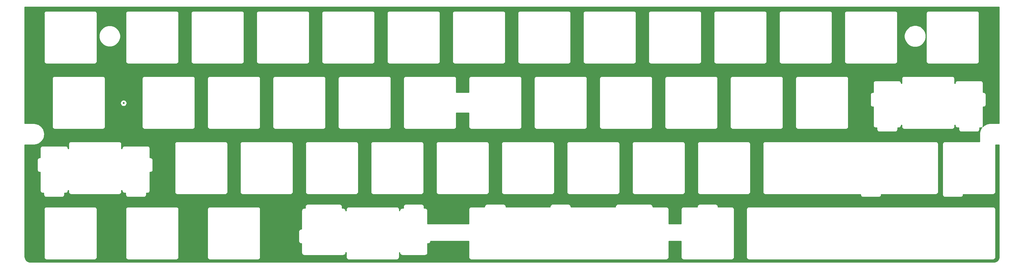
<source format=gbr>
G04 #@! TF.GenerationSoftware,KiCad,Pcbnew,(5.1.10-1-10_14)*
G04 #@! TF.CreationDate,2021-08-12T18:49:54+02:00*
G04 #@! TF.ProjectId,plate,706c6174-652e-46b6-9963-61645f706362,1*
G04 #@! TF.SameCoordinates,Original*
G04 #@! TF.FileFunction,Copper,L1,Top*
G04 #@! TF.FilePolarity,Positive*
%FSLAX46Y46*%
G04 Gerber Fmt 4.6, Leading zero omitted, Abs format (unit mm)*
G04 Created by KiCad (PCBNEW (5.1.10-1-10_14)) date 2021-08-12 18:49:54*
%MOMM*%
%LPD*%
G01*
G04 APERTURE LIST*
G04 #@! TA.AperFunction,ViaPad*
%ADD10C,0.600000*%
G04 #@! TD*
G04 #@! TA.AperFunction,NonConductor*
%ADD11C,0.254000*%
G04 #@! TD*
G04 #@! TA.AperFunction,NonConductor*
%ADD12C,0.100000*%
G04 #@! TD*
G04 APERTURE END LIST*
D10*
X95964375Y-142875000D03*
D11*
X351213751Y-148807500D02*
X348578895Y-148807500D01*
X348546544Y-148810686D01*
X348531762Y-148810583D01*
X348521548Y-148811584D01*
X348059355Y-148860162D01*
X347994048Y-148873568D01*
X347928662Y-148886041D01*
X347918845Y-148889005D01*
X347918838Y-148889006D01*
X347918832Y-148889009D01*
X347474883Y-149026434D01*
X347413423Y-149052269D01*
X347351707Y-149077204D01*
X347342645Y-149082021D01*
X346933838Y-149303062D01*
X346878599Y-149340322D01*
X346822868Y-149376791D01*
X346814915Y-149383277D01*
X346456828Y-149679513D01*
X346421000Y-149715592D01*
X346465062Y-149633158D01*
X346507090Y-149494610D01*
X346521281Y-149350525D01*
X346517725Y-149314420D01*
X346517725Y-143989525D01*
X346610620Y-143989525D01*
X346646725Y-143993081D01*
X346682830Y-143989525D01*
X346790810Y-143978890D01*
X346929358Y-143936862D01*
X347057045Y-143868612D01*
X347168963Y-143776763D01*
X347260812Y-143664845D01*
X347329062Y-143537158D01*
X347371090Y-143398610D01*
X347385281Y-143254525D01*
X347381725Y-143218420D01*
X347381725Y-140496629D01*
X347385281Y-140460525D01*
X347371090Y-140316440D01*
X347329062Y-140177892D01*
X347260812Y-140050205D01*
X347168963Y-139938287D01*
X347057045Y-139846438D01*
X346929358Y-139778188D01*
X346790810Y-139736160D01*
X346682830Y-139725525D01*
X346646725Y-139721969D01*
X346610620Y-139725525D01*
X346517725Y-139725525D01*
X346517725Y-137092730D01*
X346521281Y-137056625D01*
X346507090Y-136912540D01*
X346465062Y-136773992D01*
X346396812Y-136646305D01*
X346304963Y-136534387D01*
X346193045Y-136442538D01*
X346065358Y-136374288D01*
X345926810Y-136332260D01*
X345818830Y-136321625D01*
X345782725Y-136318069D01*
X345746620Y-136321625D01*
X339163830Y-136321625D01*
X339127725Y-136318069D01*
X339091620Y-136321625D01*
X338983640Y-136332260D01*
X338845092Y-136374288D01*
X338717405Y-136442538D01*
X338605487Y-136534387D01*
X338513638Y-136646305D01*
X338445388Y-136773992D01*
X338403360Y-136912540D01*
X338389169Y-137056625D01*
X338392725Y-137092730D01*
X338392725Y-137134425D01*
X338237725Y-137134425D01*
X338237725Y-135797330D01*
X338241281Y-135761225D01*
X338227090Y-135617140D01*
X338185062Y-135478592D01*
X338116812Y-135350905D01*
X338024963Y-135238987D01*
X337913045Y-135147138D01*
X337785358Y-135078888D01*
X337646810Y-135036860D01*
X337538830Y-135026225D01*
X337502725Y-135022669D01*
X337466620Y-135026225D01*
X323568829Y-135026225D01*
X323532724Y-135022669D01*
X323496619Y-135026225D01*
X323388639Y-135036860D01*
X323250091Y-135078888D01*
X323122404Y-135147138D01*
X323010486Y-135238987D01*
X322918637Y-135350905D01*
X322850387Y-135478592D01*
X322808359Y-135617140D01*
X322794168Y-135761225D01*
X322797725Y-135797340D01*
X322797724Y-137134425D01*
X322641725Y-137134425D01*
X322641725Y-137092730D01*
X322645281Y-137056625D01*
X322631090Y-136912540D01*
X322589062Y-136773992D01*
X322520812Y-136646305D01*
X322428963Y-136534387D01*
X322317045Y-136442538D01*
X322189358Y-136374288D01*
X322050810Y-136332260D01*
X321942830Y-136321625D01*
X321906725Y-136318069D01*
X321870620Y-136321625D01*
X315287829Y-136321625D01*
X315251724Y-136318069D01*
X315215619Y-136321625D01*
X315107639Y-136332260D01*
X314969091Y-136374288D01*
X314841404Y-136442538D01*
X314729486Y-136534387D01*
X314637637Y-136646305D01*
X314569387Y-136773992D01*
X314527359Y-136912540D01*
X314513168Y-137056625D01*
X314516725Y-137092740D01*
X314516724Y-139725525D01*
X314424829Y-139725525D01*
X314388724Y-139721969D01*
X314352619Y-139725525D01*
X314244639Y-139736160D01*
X314106091Y-139778188D01*
X313978404Y-139846438D01*
X313866486Y-139938287D01*
X313774637Y-140050205D01*
X313706387Y-140177892D01*
X313664359Y-140316440D01*
X313650168Y-140460525D01*
X313653725Y-140496640D01*
X313653724Y-143218420D01*
X313650168Y-143254525D01*
X313664359Y-143398610D01*
X313706387Y-143537158D01*
X313774637Y-143664845D01*
X313866486Y-143776763D01*
X313978404Y-143868612D01*
X314106091Y-143936862D01*
X314244639Y-143978890D01*
X314388724Y-143993081D01*
X314424829Y-143989525D01*
X314516725Y-143989525D01*
X314516724Y-149314420D01*
X314513168Y-149350525D01*
X314527359Y-149494610D01*
X314569387Y-149633158D01*
X314637637Y-149760845D01*
X314729486Y-149872763D01*
X314829237Y-149954627D01*
X314841404Y-149964612D01*
X314969091Y-150032862D01*
X315107639Y-150074890D01*
X315251724Y-150089081D01*
X315287829Y-150085525D01*
X315558725Y-150085525D01*
X315558725Y-150482419D01*
X315555169Y-150518525D01*
X315569360Y-150662610D01*
X315611388Y-150801158D01*
X315679638Y-150928845D01*
X315771487Y-151040763D01*
X315863368Y-151116168D01*
X315883405Y-151132612D01*
X316011092Y-151200862D01*
X316149640Y-151242890D01*
X316293725Y-151257081D01*
X316329830Y-151253525D01*
X320829620Y-151253525D01*
X320865725Y-151257081D01*
X320901830Y-151253525D01*
X321009810Y-151242890D01*
X321148358Y-151200862D01*
X321276045Y-151132612D01*
X321387963Y-151040763D01*
X321479812Y-150928845D01*
X321548062Y-150801158D01*
X321590090Y-150662610D01*
X321604281Y-150518525D01*
X321600725Y-150482420D01*
X321600725Y-150085525D01*
X321870620Y-150085525D01*
X321906725Y-150089081D01*
X321942830Y-150085525D01*
X322050810Y-150074890D01*
X322189358Y-150032862D01*
X322317045Y-149964612D01*
X322428963Y-149872763D01*
X322520812Y-149760845D01*
X322589062Y-149633158D01*
X322631090Y-149494610D01*
X322645281Y-149350525D01*
X322641725Y-149314420D01*
X322641725Y-149297525D01*
X322797724Y-149297525D01*
X322797724Y-149695419D01*
X322794168Y-149731525D01*
X322808359Y-149875610D01*
X322850387Y-150014158D01*
X322918637Y-150141845D01*
X323010486Y-150253763D01*
X323093766Y-150322109D01*
X323122404Y-150345612D01*
X323250091Y-150413862D01*
X323388639Y-150455890D01*
X323532724Y-150470081D01*
X323568829Y-150466525D01*
X337466620Y-150466525D01*
X337502725Y-150470081D01*
X337538830Y-150466525D01*
X337646810Y-150455890D01*
X337785358Y-150413862D01*
X337913045Y-150345612D01*
X338024963Y-150253763D01*
X338116812Y-150141845D01*
X338185062Y-150014158D01*
X338227090Y-149875610D01*
X338241281Y-149731525D01*
X338237725Y-149695420D01*
X338237725Y-149297525D01*
X338392725Y-149297525D01*
X338392725Y-149314420D01*
X338389169Y-149350525D01*
X338403360Y-149494610D01*
X338445388Y-149633158D01*
X338513638Y-149760845D01*
X338605487Y-149872763D01*
X338705238Y-149954627D01*
X338717405Y-149964612D01*
X338845092Y-150032862D01*
X338983640Y-150074890D01*
X339127725Y-150089081D01*
X339163830Y-150085525D01*
X339434725Y-150085525D01*
X339434725Y-150482419D01*
X339431169Y-150518525D01*
X339445360Y-150662610D01*
X339487388Y-150801158D01*
X339555638Y-150928845D01*
X339647487Y-151040763D01*
X339739368Y-151116168D01*
X339759405Y-151132612D01*
X339887092Y-151200862D01*
X340025640Y-151242890D01*
X340169725Y-151257081D01*
X340205830Y-151253525D01*
X344705620Y-151253525D01*
X344741725Y-151257081D01*
X344777830Y-151253525D01*
X344885810Y-151242890D01*
X345024358Y-151200862D01*
X345152045Y-151132612D01*
X345263963Y-151040763D01*
X345355812Y-150928845D01*
X345424062Y-150801158D01*
X345466090Y-150662610D01*
X345480281Y-150518525D01*
X345476725Y-150482420D01*
X345476725Y-150085525D01*
X345746620Y-150085525D01*
X345782725Y-150089081D01*
X345818830Y-150085525D01*
X345926810Y-150074890D01*
X346065358Y-150032862D01*
X346193045Y-149964612D01*
X346232959Y-149931855D01*
X346062023Y-150141443D01*
X346025126Y-150196977D01*
X345987520Y-150251899D01*
X345982643Y-150260918D01*
X345982640Y-150260923D01*
X345982640Y-150260924D01*
X345982639Y-150260926D01*
X345764458Y-150671265D01*
X345739052Y-150732904D01*
X345712830Y-150794085D01*
X345709795Y-150803888D01*
X345575471Y-151248791D01*
X345562523Y-151314183D01*
X345548682Y-151379299D01*
X345547609Y-151389505D01*
X345502258Y-151852026D01*
X345498750Y-151887646D01*
X345498751Y-154076525D01*
X335474830Y-154076525D01*
X335438725Y-154072969D01*
X335402620Y-154076525D01*
X335294640Y-154087160D01*
X335156092Y-154129188D01*
X335028405Y-154197438D01*
X334916487Y-154289287D01*
X334824638Y-154401205D01*
X334756388Y-154528892D01*
X334714360Y-154667440D01*
X334700169Y-154811525D01*
X334703726Y-154847640D01*
X334703725Y-169532420D01*
X334700169Y-169568525D01*
X334714360Y-169712610D01*
X334756388Y-169851158D01*
X334824638Y-169978845D01*
X334916487Y-170090763D01*
X335028405Y-170182612D01*
X335156092Y-170250862D01*
X335294640Y-170292890D01*
X335438725Y-170307081D01*
X335474830Y-170303525D01*
X339942620Y-170303525D01*
X339978725Y-170307081D01*
X340014830Y-170303525D01*
X340122810Y-170292890D01*
X340261358Y-170250862D01*
X340389045Y-170182612D01*
X340500963Y-170090763D01*
X340592812Y-169978845D01*
X340661062Y-169851158D01*
X340703090Y-169712610D01*
X340717281Y-169568525D01*
X340713725Y-169532420D01*
X340713725Y-169516525D01*
X349372620Y-169516525D01*
X349408725Y-169520081D01*
X349444830Y-169516525D01*
X349552810Y-169505890D01*
X349691358Y-169463862D01*
X349819045Y-169395612D01*
X349930963Y-169303763D01*
X350022812Y-169191845D01*
X350091062Y-169064158D01*
X350133090Y-168925610D01*
X350147281Y-168781525D01*
X350143725Y-168745420D01*
X350143725Y-155040000D01*
X351213751Y-155040000D01*
X351213750Y-187606553D01*
X351178940Y-187961573D01*
X351086274Y-188268496D01*
X350935761Y-188551570D01*
X350733130Y-188800020D01*
X350486101Y-189004380D01*
X350204077Y-189156870D01*
X349897820Y-189251673D01*
X349545049Y-189288750D01*
X68854072Y-189288750D01*
X68499052Y-189253940D01*
X68192129Y-189161274D01*
X67909055Y-189010761D01*
X67660605Y-188808130D01*
X67456245Y-188561101D01*
X67303755Y-188279077D01*
X67208952Y-187972820D01*
X67171875Y-187620049D01*
X67171875Y-173861524D01*
X72762669Y-173861524D01*
X72766226Y-173897639D01*
X72766225Y-187795420D01*
X72762669Y-187831525D01*
X72776860Y-187975610D01*
X72818888Y-188114158D01*
X72887138Y-188241845D01*
X72978987Y-188353763D01*
X73028161Y-188394119D01*
X73090905Y-188445612D01*
X73218592Y-188513862D01*
X73357140Y-188555890D01*
X73501225Y-188570081D01*
X73537330Y-188566525D01*
X87435120Y-188566525D01*
X87471225Y-188570081D01*
X87507330Y-188566525D01*
X87615310Y-188555890D01*
X87753858Y-188513862D01*
X87881545Y-188445612D01*
X87993463Y-188353763D01*
X88085312Y-188241845D01*
X88153562Y-188114158D01*
X88195590Y-187975610D01*
X88209781Y-187831525D01*
X88206225Y-187795420D01*
X88206225Y-173897628D01*
X88209781Y-173861524D01*
X96575169Y-173861524D01*
X96578726Y-173897639D01*
X96578725Y-187795420D01*
X96575169Y-187831525D01*
X96589360Y-187975610D01*
X96631388Y-188114158D01*
X96699638Y-188241845D01*
X96791487Y-188353763D01*
X96840661Y-188394119D01*
X96903405Y-188445612D01*
X97031092Y-188513862D01*
X97169640Y-188555890D01*
X97313725Y-188570081D01*
X97349830Y-188566525D01*
X111247620Y-188566525D01*
X111283725Y-188570081D01*
X111319830Y-188566525D01*
X111427810Y-188555890D01*
X111566358Y-188513862D01*
X111694045Y-188445612D01*
X111805963Y-188353763D01*
X111897812Y-188241845D01*
X111966062Y-188114158D01*
X112008090Y-187975610D01*
X112022281Y-187831525D01*
X112018725Y-187795420D01*
X112018725Y-173897628D01*
X112022281Y-173861524D01*
X120387669Y-173861524D01*
X120391226Y-173897639D01*
X120391225Y-187795420D01*
X120387669Y-187831525D01*
X120401860Y-187975610D01*
X120443888Y-188114158D01*
X120512138Y-188241845D01*
X120603987Y-188353763D01*
X120653161Y-188394119D01*
X120715905Y-188445612D01*
X120843592Y-188513862D01*
X120982140Y-188555890D01*
X121126225Y-188570081D01*
X121162330Y-188566525D01*
X135060120Y-188566525D01*
X135096225Y-188570081D01*
X135132330Y-188566525D01*
X135240310Y-188555890D01*
X135378858Y-188513862D01*
X135506545Y-188445612D01*
X135618463Y-188353763D01*
X135710312Y-188241845D01*
X135778562Y-188114158D01*
X135820590Y-187975610D01*
X135834781Y-187831525D01*
X135831225Y-187795420D01*
X135831225Y-180338525D01*
X146994169Y-180338525D01*
X146997726Y-180374640D01*
X146997725Y-183096420D01*
X146994169Y-183132525D01*
X147008360Y-183276610D01*
X147050388Y-183415158D01*
X147118638Y-183542845D01*
X147210487Y-183654763D01*
X147322405Y-183746612D01*
X147450092Y-183814862D01*
X147588640Y-183856890D01*
X147732725Y-183871081D01*
X147768830Y-183867525D01*
X147861326Y-183867525D01*
X147861325Y-186499420D01*
X147857769Y-186535525D01*
X147871960Y-186679610D01*
X147913988Y-186818158D01*
X147982238Y-186945845D01*
X148074087Y-187057763D01*
X148153308Y-187122778D01*
X148186005Y-187149612D01*
X148313692Y-187217862D01*
X148452240Y-187259890D01*
X148596325Y-187274081D01*
X148632430Y-187270525D01*
X159945620Y-187270525D01*
X159981725Y-187274081D01*
X160017830Y-187270525D01*
X160125810Y-187259890D01*
X160264358Y-187217862D01*
X160392045Y-187149612D01*
X160503963Y-187057763D01*
X160595812Y-186945845D01*
X160664062Y-186818158D01*
X160706090Y-186679610D01*
X160720281Y-186535525D01*
X160716725Y-186499420D01*
X160716725Y-186458525D01*
X160872726Y-186458525D01*
X160872725Y-187795420D01*
X160869169Y-187831525D01*
X160883360Y-187975610D01*
X160925388Y-188114158D01*
X160993638Y-188241845D01*
X161085487Y-188353763D01*
X161134661Y-188394119D01*
X161197405Y-188445612D01*
X161325092Y-188513862D01*
X161463640Y-188555890D01*
X161607725Y-188570081D01*
X161643830Y-188566525D01*
X175541620Y-188566525D01*
X175577725Y-188570081D01*
X175613830Y-188566525D01*
X175721810Y-188555890D01*
X175860358Y-188513862D01*
X175988045Y-188445612D01*
X176099963Y-188353763D01*
X176191812Y-188241845D01*
X176260062Y-188114158D01*
X176302090Y-187975610D01*
X176316281Y-187831525D01*
X176312725Y-187795420D01*
X176312725Y-186458525D01*
X176467725Y-186458525D01*
X176467725Y-186499420D01*
X176464169Y-186535525D01*
X176478360Y-186679610D01*
X176520388Y-186818158D01*
X176588638Y-186945845D01*
X176680487Y-187057763D01*
X176759708Y-187122778D01*
X176792405Y-187149612D01*
X176920092Y-187217862D01*
X177058640Y-187259890D01*
X177202725Y-187274081D01*
X177238830Y-187270525D01*
X183821620Y-187270525D01*
X183857725Y-187274081D01*
X183893830Y-187270525D01*
X184001810Y-187259890D01*
X184140358Y-187217862D01*
X184268045Y-187149612D01*
X184379963Y-187057763D01*
X184471812Y-186945845D01*
X184540062Y-186818158D01*
X184582090Y-186679610D01*
X184596281Y-186535525D01*
X184592725Y-186499420D01*
X184592725Y-183867525D01*
X184685620Y-183867525D01*
X184721725Y-183871081D01*
X184757830Y-183867525D01*
X184865810Y-183856890D01*
X185004358Y-183814862D01*
X185132045Y-183746612D01*
X185243963Y-183654763D01*
X185335812Y-183542845D01*
X185404062Y-183415158D01*
X185446090Y-183276610D01*
X185459668Y-183138750D01*
X196591725Y-183138750D01*
X196591726Y-187795410D01*
X196588169Y-187831525D01*
X196602360Y-187975610D01*
X196644388Y-188114158D01*
X196712638Y-188241845D01*
X196804487Y-188353763D01*
X196916405Y-188445612D01*
X197044092Y-188513862D01*
X197182640Y-188555890D01*
X197290620Y-188566525D01*
X197326725Y-188570081D01*
X197362830Y-188566525D01*
X254122620Y-188566525D01*
X254158725Y-188570081D01*
X254194830Y-188566525D01*
X254302810Y-188555890D01*
X254441358Y-188513862D01*
X254569045Y-188445612D01*
X254680963Y-188353763D01*
X254772812Y-188241845D01*
X254841062Y-188114158D01*
X254883090Y-187975610D01*
X254897281Y-187831525D01*
X254893725Y-187795420D01*
X254893725Y-183138750D01*
X258503726Y-183138750D01*
X258503725Y-187795420D01*
X258500169Y-187831525D01*
X258514360Y-187975610D01*
X258556388Y-188114158D01*
X258624638Y-188241845D01*
X258716487Y-188353763D01*
X258765661Y-188394119D01*
X258828405Y-188445612D01*
X258956092Y-188513862D01*
X259094640Y-188555890D01*
X259238725Y-188570081D01*
X259274830Y-188566525D01*
X273172620Y-188566525D01*
X273208725Y-188570081D01*
X273244830Y-188566525D01*
X273352810Y-188555890D01*
X273491358Y-188513862D01*
X273619045Y-188445612D01*
X273730963Y-188353763D01*
X273822812Y-188241845D01*
X273891062Y-188114158D01*
X273933090Y-187975610D01*
X273947281Y-187831525D01*
X273943725Y-187795420D01*
X273943725Y-173897628D01*
X273947281Y-173861524D01*
X277550169Y-173861524D01*
X277553726Y-173897639D01*
X277553725Y-187795420D01*
X277550169Y-187831525D01*
X277564360Y-187975610D01*
X277606388Y-188114158D01*
X277674638Y-188241845D01*
X277766487Y-188353763D01*
X277815661Y-188394119D01*
X277878405Y-188445612D01*
X278006092Y-188513862D01*
X278144640Y-188555890D01*
X278288725Y-188570081D01*
X278324830Y-188566525D01*
X349372620Y-188566525D01*
X349408725Y-188570081D01*
X349444830Y-188566525D01*
X349552810Y-188555890D01*
X349691358Y-188513862D01*
X349819045Y-188445612D01*
X349930963Y-188353763D01*
X350022812Y-188241845D01*
X350091062Y-188114158D01*
X350133090Y-187975610D01*
X350147281Y-187831525D01*
X350143725Y-187795420D01*
X350143725Y-173897628D01*
X350147281Y-173861524D01*
X350133090Y-173717439D01*
X350091062Y-173578891D01*
X350022812Y-173451204D01*
X349930963Y-173339286D01*
X349819045Y-173247437D01*
X349691358Y-173179187D01*
X349552810Y-173137159D01*
X349444830Y-173126524D01*
X349408725Y-173122968D01*
X349372620Y-173126524D01*
X278324830Y-173126524D01*
X278288725Y-173122968D01*
X278252620Y-173126524D01*
X278144640Y-173137159D01*
X278006092Y-173179187D01*
X277878405Y-173247437D01*
X277766487Y-173339286D01*
X277674638Y-173451204D01*
X277606388Y-173578891D01*
X277564360Y-173717439D01*
X277550169Y-173861524D01*
X273947281Y-173861524D01*
X273933090Y-173717439D01*
X273891062Y-173578891D01*
X273822812Y-173451204D01*
X273730963Y-173339286D01*
X273619045Y-173247437D01*
X273491358Y-173179187D01*
X273352810Y-173137159D01*
X273244830Y-173126524D01*
X273208725Y-173122968D01*
X273172620Y-173126524D01*
X269244725Y-173126524D01*
X269244725Y-173110629D01*
X269248281Y-173074524D01*
X269234090Y-172930439D01*
X269192062Y-172791891D01*
X269123812Y-172664204D01*
X269031963Y-172552286D01*
X268920045Y-172460437D01*
X268792358Y-172392187D01*
X268653810Y-172350159D01*
X268545830Y-172339524D01*
X268509725Y-172335968D01*
X268473620Y-172339524D01*
X263973830Y-172339524D01*
X263937725Y-172335968D01*
X263901620Y-172339524D01*
X263793640Y-172350159D01*
X263655092Y-172392187D01*
X263527405Y-172460437D01*
X263415487Y-172552286D01*
X263323638Y-172664204D01*
X263255388Y-172791891D01*
X263213360Y-172930439D01*
X263199169Y-173074524D01*
X263202725Y-173110629D01*
X263202725Y-173126524D01*
X259274830Y-173126524D01*
X259238725Y-173122968D01*
X259202620Y-173126524D01*
X259094640Y-173137159D01*
X258956092Y-173179187D01*
X258828405Y-173247437D01*
X258716487Y-173339286D01*
X258624638Y-173451204D01*
X258556388Y-173578891D01*
X258514360Y-173717439D01*
X258500169Y-173861524D01*
X258503725Y-173897628D01*
X258503726Y-178096875D01*
X254893725Y-178096875D01*
X254893725Y-173897700D01*
X254897280Y-173861682D01*
X254893725Y-173825508D01*
X254893725Y-173825419D01*
X254889763Y-173785195D01*
X254883120Y-173717595D01*
X254883098Y-173717523D01*
X254883090Y-173717439D01*
X254860893Y-173644265D01*
X254841122Y-173579038D01*
X254841086Y-173578971D01*
X254841062Y-173578891D01*
X254804937Y-173511306D01*
X254772899Y-173451336D01*
X254772852Y-173451278D01*
X254772812Y-173451204D01*
X254725602Y-173393680D01*
X254681074Y-173339398D01*
X254681012Y-173339347D01*
X254680962Y-173339286D01*
X254625466Y-173293741D01*
X254569176Y-173247525D01*
X254569105Y-173247487D01*
X254569044Y-173247437D01*
X254504588Y-173212984D01*
X254441503Y-173179248D01*
X254441429Y-173179226D01*
X254441357Y-173179187D01*
X254370767Y-173157774D01*
X254302964Y-173137190D01*
X254302886Y-173137182D01*
X254302809Y-173137159D01*
X254229800Y-173129968D01*
X254194987Y-173126532D01*
X254194911Y-173126532D01*
X254158725Y-173122968D01*
X254122696Y-173126517D01*
X250226725Y-173125683D01*
X250226725Y-173109630D01*
X250230281Y-173073525D01*
X250216090Y-172929440D01*
X250174062Y-172790892D01*
X250105812Y-172663205D01*
X250013963Y-172551287D01*
X249902045Y-172459438D01*
X249774358Y-172391188D01*
X249635810Y-172349160D01*
X249527830Y-172338525D01*
X249491725Y-172334969D01*
X249455620Y-172338525D01*
X240129830Y-172338525D01*
X240093725Y-172334969D01*
X240057620Y-172338525D01*
X239949640Y-172349160D01*
X239811092Y-172391188D01*
X239683405Y-172459438D01*
X239571487Y-172551287D01*
X239479638Y-172663205D01*
X239411388Y-172790892D01*
X239369360Y-172929440D01*
X239355169Y-173073525D01*
X239358725Y-173109630D01*
X239358725Y-173125525D01*
X226350725Y-173125525D01*
X226350725Y-173109630D01*
X226354281Y-173073525D01*
X226340090Y-172929440D01*
X226298062Y-172790892D01*
X226229812Y-172663205D01*
X226137963Y-172551287D01*
X226026045Y-172459438D01*
X225898358Y-172391188D01*
X225759810Y-172349160D01*
X225651830Y-172338525D01*
X225615725Y-172334969D01*
X225579620Y-172338525D01*
X221079830Y-172338525D01*
X221043725Y-172334969D01*
X221007620Y-172338525D01*
X220899640Y-172349160D01*
X220761092Y-172391188D01*
X220633405Y-172459438D01*
X220521487Y-172551287D01*
X220429638Y-172663205D01*
X220361388Y-172790892D01*
X220319360Y-172929440D01*
X220305169Y-173073525D01*
X220308725Y-173109630D01*
X220308725Y-173125577D01*
X207427500Y-173126473D01*
X207427500Y-173109630D01*
X207431056Y-173073525D01*
X207416865Y-172929440D01*
X207374837Y-172790892D01*
X207306587Y-172663205D01*
X207214738Y-172551287D01*
X207102820Y-172459438D01*
X206975133Y-172391188D01*
X206836585Y-172349160D01*
X206728605Y-172338525D01*
X206692500Y-172334969D01*
X206656395Y-172338525D01*
X201966105Y-172338525D01*
X201930000Y-172334969D01*
X201893895Y-172338525D01*
X201785915Y-172349160D01*
X201647367Y-172391188D01*
X201519680Y-172459438D01*
X201407762Y-172551287D01*
X201315913Y-172663205D01*
X201247663Y-172790892D01*
X201205635Y-172929440D01*
X201191444Y-173073525D01*
X201195000Y-173109630D01*
X201195000Y-173126524D01*
X197362830Y-173126524D01*
X197326725Y-173122968D01*
X197290620Y-173126524D01*
X197182640Y-173137159D01*
X197044092Y-173179187D01*
X196916405Y-173247437D01*
X196804487Y-173339286D01*
X196712638Y-173451204D01*
X196644388Y-173578891D01*
X196602360Y-173717439D01*
X196588169Y-173861524D01*
X196591726Y-173897639D01*
X196591725Y-178096875D01*
X184592725Y-178096875D01*
X184592725Y-174278628D01*
X184596281Y-174242524D01*
X184582090Y-174098439D01*
X184540062Y-173959891D01*
X184471812Y-173832204D01*
X184379963Y-173720286D01*
X184268045Y-173628437D01*
X184140358Y-173560187D01*
X184001810Y-173518159D01*
X183893830Y-173507524D01*
X183857725Y-173503968D01*
X183821620Y-173507524D01*
X183551725Y-173507524D01*
X183551725Y-173109630D01*
X183555281Y-173073525D01*
X183541090Y-172929440D01*
X183499062Y-172790892D01*
X183430812Y-172663205D01*
X183338963Y-172551287D01*
X183227045Y-172459438D01*
X183099358Y-172391188D01*
X182960810Y-172349160D01*
X182852830Y-172338525D01*
X182816725Y-172334969D01*
X182780620Y-172338525D01*
X178280830Y-172338525D01*
X178244725Y-172334969D01*
X178208620Y-172338525D01*
X178100640Y-172349160D01*
X177962092Y-172391188D01*
X177834405Y-172459438D01*
X177722487Y-172551287D01*
X177630638Y-172663205D01*
X177562388Y-172790892D01*
X177520360Y-172929440D01*
X177506169Y-173073525D01*
X177509726Y-173109640D01*
X177509726Y-173507524D01*
X177238830Y-173507524D01*
X177202725Y-173503968D01*
X177166620Y-173507524D01*
X177058640Y-173518159D01*
X176920092Y-173560187D01*
X176792405Y-173628437D01*
X176680487Y-173720286D01*
X176588638Y-173832204D01*
X176520388Y-173959891D01*
X176478360Y-174098439D01*
X176464169Y-174242524D01*
X176467725Y-174278628D01*
X176467725Y-174294525D01*
X176312725Y-174294525D01*
X176312725Y-173897628D01*
X176316281Y-173861524D01*
X176302090Y-173717439D01*
X176260062Y-173578891D01*
X176191812Y-173451204D01*
X176099963Y-173339286D01*
X175988045Y-173247437D01*
X175860358Y-173179187D01*
X175721810Y-173137159D01*
X175613830Y-173126524D01*
X175577725Y-173122968D01*
X175541620Y-173126524D01*
X161643830Y-173126524D01*
X161607725Y-173122968D01*
X161571620Y-173126524D01*
X161463640Y-173137159D01*
X161325092Y-173179187D01*
X161197405Y-173247437D01*
X161085487Y-173339286D01*
X160993638Y-173451204D01*
X160925388Y-173578891D01*
X160883360Y-173717439D01*
X160869169Y-173861524D01*
X160872726Y-173897639D01*
X160872726Y-174294525D01*
X160716725Y-174294525D01*
X160716725Y-174278628D01*
X160720281Y-174242524D01*
X160706090Y-174098439D01*
X160664062Y-173959891D01*
X160595812Y-173832204D01*
X160503963Y-173720286D01*
X160392045Y-173628437D01*
X160264358Y-173560187D01*
X160125810Y-173518159D01*
X160017830Y-173507524D01*
X159981725Y-173503968D01*
X159945620Y-173507524D01*
X159675725Y-173507524D01*
X159675725Y-173109630D01*
X159679281Y-173073525D01*
X159665090Y-172929440D01*
X159623062Y-172790892D01*
X159554812Y-172663205D01*
X159462963Y-172551287D01*
X159351045Y-172459438D01*
X159223358Y-172391188D01*
X159084810Y-172349160D01*
X158976830Y-172338525D01*
X158940725Y-172334969D01*
X158904620Y-172338525D01*
X149673830Y-172338525D01*
X149637725Y-172334969D01*
X149601620Y-172338525D01*
X149493640Y-172349160D01*
X149355092Y-172391188D01*
X149227405Y-172459438D01*
X149115487Y-172551287D01*
X149023638Y-172663205D01*
X148955388Y-172790892D01*
X148913360Y-172929440D01*
X148899169Y-173073525D01*
X148902726Y-173109640D01*
X148902726Y-173507524D01*
X148632430Y-173507524D01*
X148596325Y-173503968D01*
X148560220Y-173507524D01*
X148452240Y-173518159D01*
X148313692Y-173560187D01*
X148186005Y-173628437D01*
X148074087Y-173720286D01*
X147982238Y-173832204D01*
X147913988Y-173959891D01*
X147871960Y-174098439D01*
X147857769Y-174242524D01*
X147861326Y-174278639D01*
X147861325Y-179603525D01*
X147768830Y-179603525D01*
X147732725Y-179599969D01*
X147696620Y-179603525D01*
X147588640Y-179614160D01*
X147450092Y-179656188D01*
X147322405Y-179724438D01*
X147210487Y-179816287D01*
X147118638Y-179928205D01*
X147050388Y-180055892D01*
X147008360Y-180194440D01*
X146994169Y-180338525D01*
X135831225Y-180338525D01*
X135831225Y-173897628D01*
X135834781Y-173861524D01*
X135820590Y-173717439D01*
X135778562Y-173578891D01*
X135710312Y-173451204D01*
X135618463Y-173339286D01*
X135506545Y-173247437D01*
X135378858Y-173179187D01*
X135240310Y-173137159D01*
X135132330Y-173126524D01*
X135096225Y-173122968D01*
X135060120Y-173126524D01*
X121162330Y-173126524D01*
X121126225Y-173122968D01*
X121090120Y-173126524D01*
X120982140Y-173137159D01*
X120843592Y-173179187D01*
X120715905Y-173247437D01*
X120603987Y-173339286D01*
X120512138Y-173451204D01*
X120443888Y-173578891D01*
X120401860Y-173717439D01*
X120387669Y-173861524D01*
X112022281Y-173861524D01*
X112008090Y-173717439D01*
X111966062Y-173578891D01*
X111897812Y-173451204D01*
X111805963Y-173339286D01*
X111694045Y-173247437D01*
X111566358Y-173179187D01*
X111427810Y-173137159D01*
X111319830Y-173126524D01*
X111283725Y-173122968D01*
X111247620Y-173126524D01*
X97349830Y-173126524D01*
X97313725Y-173122968D01*
X97277620Y-173126524D01*
X97169640Y-173137159D01*
X97031092Y-173179187D01*
X96903405Y-173247437D01*
X96791487Y-173339286D01*
X96699638Y-173451204D01*
X96631388Y-173578891D01*
X96589360Y-173717439D01*
X96575169Y-173861524D01*
X88209781Y-173861524D01*
X88195590Y-173717439D01*
X88153562Y-173578891D01*
X88085312Y-173451204D01*
X87993463Y-173339286D01*
X87881545Y-173247437D01*
X87753858Y-173179187D01*
X87615310Y-173137159D01*
X87507330Y-173126524D01*
X87471225Y-173122968D01*
X87435120Y-173126524D01*
X73537330Y-173126524D01*
X73501225Y-173122968D01*
X73465120Y-173126524D01*
X73357140Y-173137159D01*
X73218592Y-173179187D01*
X73090905Y-173247437D01*
X72978987Y-173339286D01*
X72887138Y-173451204D01*
X72818888Y-173578891D01*
X72776860Y-173717439D01*
X72762669Y-173861524D01*
X67171875Y-173861524D01*
X67171875Y-159510525D01*
X70762369Y-159510525D01*
X70765926Y-159546640D01*
X70765925Y-162268420D01*
X70762369Y-162304525D01*
X70776560Y-162448610D01*
X70818588Y-162587158D01*
X70886838Y-162714845D01*
X70978687Y-162826763D01*
X71090605Y-162918612D01*
X71218292Y-162986862D01*
X71356840Y-163028890D01*
X71500925Y-163043081D01*
X71537030Y-163039525D01*
X71629526Y-163039525D01*
X71629525Y-168364420D01*
X71625969Y-168400525D01*
X71640160Y-168544610D01*
X71682188Y-168683158D01*
X71750438Y-168810845D01*
X71842287Y-168922763D01*
X71954205Y-169014612D01*
X72081892Y-169082862D01*
X72220440Y-169124890D01*
X72364525Y-169139081D01*
X72400630Y-169135525D01*
X72671024Y-169135525D01*
X72671024Y-169532419D01*
X72667468Y-169568525D01*
X72681659Y-169712610D01*
X72723687Y-169851158D01*
X72791937Y-169978845D01*
X72883786Y-170090763D01*
X72995704Y-170182612D01*
X73123391Y-170250862D01*
X73261939Y-170292890D01*
X73406024Y-170307081D01*
X73442129Y-170303525D01*
X77941820Y-170303525D01*
X77977925Y-170307081D01*
X78014030Y-170303525D01*
X78122010Y-170292890D01*
X78260558Y-170250862D01*
X78388245Y-170182612D01*
X78500163Y-170090763D01*
X78592012Y-169978845D01*
X78660262Y-169851158D01*
X78702290Y-169712610D01*
X78716481Y-169568525D01*
X78712925Y-169532420D01*
X78712925Y-169135525D01*
X78983220Y-169135525D01*
X79019325Y-169139081D01*
X79055430Y-169135525D01*
X79163410Y-169124890D01*
X79301958Y-169082862D01*
X79429645Y-169014612D01*
X79541563Y-168922763D01*
X79633412Y-168810845D01*
X79701662Y-168683158D01*
X79743690Y-168544610D01*
X79757881Y-168400525D01*
X79754325Y-168364420D01*
X79754325Y-168347525D01*
X79909925Y-168347525D01*
X79909925Y-168745419D01*
X79906369Y-168781525D01*
X79920560Y-168925610D01*
X79962588Y-169064158D01*
X80030838Y-169191845D01*
X80122687Y-169303763D01*
X80234605Y-169395612D01*
X80362292Y-169463862D01*
X80500840Y-169505890D01*
X80644925Y-169520081D01*
X80681030Y-169516525D01*
X94578820Y-169516525D01*
X94614925Y-169520081D01*
X94651030Y-169516525D01*
X94759010Y-169505890D01*
X94897558Y-169463862D01*
X95025245Y-169395612D01*
X95137163Y-169303763D01*
X95229012Y-169191845D01*
X95297262Y-169064158D01*
X95339290Y-168925610D01*
X95353481Y-168781525D01*
X95349925Y-168745420D01*
X95349925Y-168347525D01*
X95505525Y-168347525D01*
X95505525Y-168364420D01*
X95501969Y-168400525D01*
X95516160Y-168544610D01*
X95558188Y-168683158D01*
X95626438Y-168810845D01*
X95718287Y-168922763D01*
X95830205Y-169014612D01*
X95957892Y-169082862D01*
X96096440Y-169124890D01*
X96240525Y-169139081D01*
X96276630Y-169135525D01*
X96546925Y-169135525D01*
X96546925Y-169532419D01*
X96543369Y-169568525D01*
X96557560Y-169712610D01*
X96599588Y-169851158D01*
X96667838Y-169978845D01*
X96759687Y-170090763D01*
X96871605Y-170182612D01*
X96999292Y-170250862D01*
X97137840Y-170292890D01*
X97281925Y-170307081D01*
X97318030Y-170303525D01*
X101817920Y-170303525D01*
X101854025Y-170307081D01*
X101890130Y-170303525D01*
X101998110Y-170292890D01*
X102136658Y-170250862D01*
X102264345Y-170182612D01*
X102376263Y-170090763D01*
X102468112Y-169978845D01*
X102536362Y-169851158D01*
X102578390Y-169712610D01*
X102592581Y-169568525D01*
X102589025Y-169532420D01*
X102589025Y-169135525D01*
X102859220Y-169135525D01*
X102895325Y-169139081D01*
X102931430Y-169135525D01*
X103039410Y-169124890D01*
X103177958Y-169082862D01*
X103305645Y-169014612D01*
X103417563Y-168922763D01*
X103509412Y-168810845D01*
X103577662Y-168683158D01*
X103619690Y-168544610D01*
X103633881Y-168400525D01*
X103630325Y-168364420D01*
X103630325Y-163039525D01*
X103722820Y-163039525D01*
X103758925Y-163043081D01*
X103795030Y-163039525D01*
X103903010Y-163028890D01*
X104041558Y-162986862D01*
X104169245Y-162918612D01*
X104281163Y-162826763D01*
X104373012Y-162714845D01*
X104441262Y-162587158D01*
X104483290Y-162448610D01*
X104497481Y-162304525D01*
X104493925Y-162268420D01*
X104493925Y-159546629D01*
X104497481Y-159510525D01*
X104483290Y-159366440D01*
X104441262Y-159227892D01*
X104373012Y-159100205D01*
X104281163Y-158988287D01*
X104169245Y-158896438D01*
X104041558Y-158828188D01*
X103903010Y-158786160D01*
X103795030Y-158775525D01*
X103758925Y-158771969D01*
X103722820Y-158775525D01*
X103630325Y-158775525D01*
X103630325Y-156142630D01*
X103633881Y-156106525D01*
X103619690Y-155962440D01*
X103577662Y-155823892D01*
X103509412Y-155696205D01*
X103417563Y-155584287D01*
X103305645Y-155492438D01*
X103177958Y-155424188D01*
X103039410Y-155382160D01*
X102931430Y-155371525D01*
X102895325Y-155367969D01*
X102859220Y-155371525D01*
X96276630Y-155371525D01*
X96240525Y-155367969D01*
X96204420Y-155371525D01*
X96096440Y-155382160D01*
X95957892Y-155424188D01*
X95830205Y-155492438D01*
X95718287Y-155584287D01*
X95626438Y-155696205D01*
X95558188Y-155823892D01*
X95516160Y-155962440D01*
X95501969Y-156106525D01*
X95505525Y-156142630D01*
X95505525Y-156184525D01*
X95349925Y-156184525D01*
X95349925Y-154847630D01*
X95353481Y-154811525D01*
X110862669Y-154811525D01*
X110866226Y-154847640D01*
X110866225Y-168745420D01*
X110862669Y-168781525D01*
X110876860Y-168925610D01*
X110918888Y-169064158D01*
X110987138Y-169191845D01*
X111078987Y-169303763D01*
X111190905Y-169395612D01*
X111318592Y-169463862D01*
X111457140Y-169505890D01*
X111601225Y-169520081D01*
X111637330Y-169516525D01*
X125535120Y-169516525D01*
X125571225Y-169520081D01*
X125607330Y-169516525D01*
X125715310Y-169505890D01*
X125853858Y-169463862D01*
X125981545Y-169395612D01*
X126093463Y-169303763D01*
X126185312Y-169191845D01*
X126253562Y-169064158D01*
X126295590Y-168925610D01*
X126309781Y-168781525D01*
X126306225Y-168745420D01*
X126306225Y-154847630D01*
X126309781Y-154811525D01*
X129912669Y-154811525D01*
X129916226Y-154847640D01*
X129916225Y-168745420D01*
X129912669Y-168781525D01*
X129926860Y-168925610D01*
X129968888Y-169064158D01*
X130037138Y-169191845D01*
X130128987Y-169303763D01*
X130240905Y-169395612D01*
X130368592Y-169463862D01*
X130507140Y-169505890D01*
X130651225Y-169520081D01*
X130687330Y-169516525D01*
X144585120Y-169516525D01*
X144621225Y-169520081D01*
X144657330Y-169516525D01*
X144765310Y-169505890D01*
X144903858Y-169463862D01*
X145031545Y-169395612D01*
X145143463Y-169303763D01*
X145235312Y-169191845D01*
X145303562Y-169064158D01*
X145345590Y-168925610D01*
X145359781Y-168781525D01*
X145356225Y-168745420D01*
X145356225Y-154847630D01*
X145359781Y-154811525D01*
X148962669Y-154811525D01*
X148966226Y-154847640D01*
X148966225Y-168745420D01*
X148962669Y-168781525D01*
X148976860Y-168925610D01*
X149018888Y-169064158D01*
X149087138Y-169191845D01*
X149178987Y-169303763D01*
X149290905Y-169395612D01*
X149418592Y-169463862D01*
X149557140Y-169505890D01*
X149701225Y-169520081D01*
X149737330Y-169516525D01*
X163634620Y-169516525D01*
X163670725Y-169520081D01*
X163706830Y-169516525D01*
X163814810Y-169505890D01*
X163953358Y-169463862D01*
X164081045Y-169395612D01*
X164192963Y-169303763D01*
X164284812Y-169191845D01*
X164353062Y-169064158D01*
X164395090Y-168925610D01*
X164409281Y-168781525D01*
X164405725Y-168745420D01*
X164405725Y-154847630D01*
X164409281Y-154811525D01*
X168013169Y-154811525D01*
X168016726Y-154847640D01*
X168016725Y-168745420D01*
X168013169Y-168781525D01*
X168027360Y-168925610D01*
X168069388Y-169064158D01*
X168137638Y-169191845D01*
X168229487Y-169303763D01*
X168341405Y-169395612D01*
X168469092Y-169463862D01*
X168607640Y-169505890D01*
X168751725Y-169520081D01*
X168787830Y-169516525D01*
X182684620Y-169516525D01*
X182720725Y-169520081D01*
X182756830Y-169516525D01*
X182864810Y-169505890D01*
X183003358Y-169463862D01*
X183131045Y-169395612D01*
X183242963Y-169303763D01*
X183334812Y-169191845D01*
X183403062Y-169064158D01*
X183445090Y-168925610D01*
X183459281Y-168781525D01*
X183455725Y-168745420D01*
X183455725Y-154847630D01*
X183459281Y-154811525D01*
X187062169Y-154811525D01*
X187065726Y-154847640D01*
X187065725Y-168745420D01*
X187062169Y-168781525D01*
X187076360Y-168925610D01*
X187118388Y-169064158D01*
X187186638Y-169191845D01*
X187278487Y-169303763D01*
X187390405Y-169395612D01*
X187518092Y-169463862D01*
X187656640Y-169505890D01*
X187800725Y-169520081D01*
X187836830Y-169516525D01*
X201734620Y-169516525D01*
X201770725Y-169520081D01*
X201806830Y-169516525D01*
X201914810Y-169505890D01*
X202053358Y-169463862D01*
X202181045Y-169395612D01*
X202292963Y-169303763D01*
X202384812Y-169191845D01*
X202453062Y-169064158D01*
X202495090Y-168925610D01*
X202509281Y-168781525D01*
X202505725Y-168745420D01*
X202505725Y-154847630D01*
X202509281Y-154811525D01*
X206112169Y-154811525D01*
X206115726Y-154847640D01*
X206115725Y-168745420D01*
X206112169Y-168781525D01*
X206126360Y-168925610D01*
X206168388Y-169064158D01*
X206236638Y-169191845D01*
X206328487Y-169303763D01*
X206440405Y-169395612D01*
X206568092Y-169463862D01*
X206706640Y-169505890D01*
X206850725Y-169520081D01*
X206886830Y-169516525D01*
X220784620Y-169516525D01*
X220820725Y-169520081D01*
X220856830Y-169516525D01*
X220964810Y-169505890D01*
X221103358Y-169463862D01*
X221231045Y-169395612D01*
X221342963Y-169303763D01*
X221434812Y-169191845D01*
X221503062Y-169064158D01*
X221545090Y-168925610D01*
X221559281Y-168781525D01*
X221555725Y-168745420D01*
X221555725Y-154847630D01*
X221559281Y-154811525D01*
X225162169Y-154811525D01*
X225165726Y-154847640D01*
X225165725Y-168745420D01*
X225162169Y-168781525D01*
X225176360Y-168925610D01*
X225218388Y-169064158D01*
X225286638Y-169191845D01*
X225378487Y-169303763D01*
X225490405Y-169395612D01*
X225618092Y-169463862D01*
X225756640Y-169505890D01*
X225900725Y-169520081D01*
X225936830Y-169516525D01*
X239834620Y-169516525D01*
X239870725Y-169520081D01*
X239906830Y-169516525D01*
X240014810Y-169505890D01*
X240153358Y-169463862D01*
X240281045Y-169395612D01*
X240392963Y-169303763D01*
X240484812Y-169191845D01*
X240553062Y-169064158D01*
X240595090Y-168925610D01*
X240609281Y-168781525D01*
X240605725Y-168745420D01*
X240605725Y-154847630D01*
X240609281Y-154811525D01*
X244213169Y-154811525D01*
X244216726Y-154847640D01*
X244216725Y-168745420D01*
X244213169Y-168781525D01*
X244227360Y-168925610D01*
X244269388Y-169064158D01*
X244337638Y-169191845D01*
X244429487Y-169303763D01*
X244541405Y-169395612D01*
X244669092Y-169463862D01*
X244807640Y-169505890D01*
X244951725Y-169520081D01*
X244987830Y-169516525D01*
X258885620Y-169516525D01*
X258921725Y-169520081D01*
X258957830Y-169516525D01*
X259065810Y-169505890D01*
X259204358Y-169463862D01*
X259332045Y-169395612D01*
X259443963Y-169303763D01*
X259535812Y-169191845D01*
X259604062Y-169064158D01*
X259646090Y-168925610D01*
X259660281Y-168781525D01*
X259656725Y-168745420D01*
X259656725Y-154847630D01*
X259660281Y-154811525D01*
X263262169Y-154811525D01*
X263265726Y-154847640D01*
X263265725Y-168745420D01*
X263262169Y-168781525D01*
X263276360Y-168925610D01*
X263318388Y-169064158D01*
X263386638Y-169191845D01*
X263478487Y-169303763D01*
X263590405Y-169395612D01*
X263718092Y-169463862D01*
X263856640Y-169505890D01*
X264000725Y-169520081D01*
X264036830Y-169516525D01*
X277934620Y-169516525D01*
X277970725Y-169520081D01*
X278006830Y-169516525D01*
X278114810Y-169505890D01*
X278253358Y-169463862D01*
X278381045Y-169395612D01*
X278492963Y-169303763D01*
X278584812Y-169191845D01*
X278653062Y-169064158D01*
X278695090Y-168925610D01*
X278709281Y-168781525D01*
X278705725Y-168745420D01*
X278705725Y-154847630D01*
X278709281Y-154811525D01*
X282312169Y-154811525D01*
X282315726Y-154847640D01*
X282315725Y-168745420D01*
X282312169Y-168781525D01*
X282326360Y-168925610D01*
X282368388Y-169064158D01*
X282436638Y-169191845D01*
X282528487Y-169303763D01*
X282640405Y-169395612D01*
X282768092Y-169463862D01*
X282906640Y-169505890D01*
X283050725Y-169520081D01*
X283086830Y-169516525D01*
X310795725Y-169516525D01*
X310795725Y-169532420D01*
X310792169Y-169568525D01*
X310806360Y-169712610D01*
X310848388Y-169851158D01*
X310916638Y-169978845D01*
X311008487Y-170090763D01*
X311120405Y-170182612D01*
X311248092Y-170250862D01*
X311386640Y-170292890D01*
X311530725Y-170307081D01*
X311566830Y-170303525D01*
X316066619Y-170303525D01*
X316102724Y-170307081D01*
X316138829Y-170303525D01*
X316246809Y-170292890D01*
X316385357Y-170250862D01*
X316513044Y-170182612D01*
X316624962Y-170090763D01*
X316716811Y-169978845D01*
X316785061Y-169851158D01*
X316827089Y-169712610D01*
X316841280Y-169568525D01*
X316837724Y-169532420D01*
X316837724Y-169516525D01*
X332703620Y-169516525D01*
X332739725Y-169520081D01*
X332775830Y-169516525D01*
X332883810Y-169505890D01*
X333022358Y-169463862D01*
X333150045Y-169395612D01*
X333261963Y-169303763D01*
X333353812Y-169191845D01*
X333422062Y-169064158D01*
X333464090Y-168925610D01*
X333478281Y-168781525D01*
X333474725Y-168745420D01*
X333474725Y-154847630D01*
X333478281Y-154811525D01*
X333464090Y-154667440D01*
X333422062Y-154528892D01*
X333353812Y-154401205D01*
X333261963Y-154289287D01*
X333150045Y-154197438D01*
X333022358Y-154129188D01*
X332883810Y-154087160D01*
X332775830Y-154076525D01*
X332739725Y-154072969D01*
X332703620Y-154076525D01*
X283086830Y-154076525D01*
X283050725Y-154072969D01*
X283014620Y-154076525D01*
X282906640Y-154087160D01*
X282768092Y-154129188D01*
X282640405Y-154197438D01*
X282528487Y-154289287D01*
X282436638Y-154401205D01*
X282368388Y-154528892D01*
X282326360Y-154667440D01*
X282312169Y-154811525D01*
X278709281Y-154811525D01*
X278695090Y-154667440D01*
X278653062Y-154528892D01*
X278584812Y-154401205D01*
X278492963Y-154289287D01*
X278381045Y-154197438D01*
X278253358Y-154129188D01*
X278114810Y-154087160D01*
X278006830Y-154076525D01*
X277970725Y-154072969D01*
X277934620Y-154076525D01*
X264036830Y-154076525D01*
X264000725Y-154072969D01*
X263964620Y-154076525D01*
X263856640Y-154087160D01*
X263718092Y-154129188D01*
X263590405Y-154197438D01*
X263478487Y-154289287D01*
X263386638Y-154401205D01*
X263318388Y-154528892D01*
X263276360Y-154667440D01*
X263262169Y-154811525D01*
X259660281Y-154811525D01*
X259646090Y-154667440D01*
X259604062Y-154528892D01*
X259535812Y-154401205D01*
X259443963Y-154289287D01*
X259332045Y-154197438D01*
X259204358Y-154129188D01*
X259065810Y-154087160D01*
X258957830Y-154076525D01*
X258921725Y-154072969D01*
X258885620Y-154076525D01*
X244987830Y-154076525D01*
X244951725Y-154072969D01*
X244915620Y-154076525D01*
X244807640Y-154087160D01*
X244669092Y-154129188D01*
X244541405Y-154197438D01*
X244429487Y-154289287D01*
X244337638Y-154401205D01*
X244269388Y-154528892D01*
X244227360Y-154667440D01*
X244213169Y-154811525D01*
X240609281Y-154811525D01*
X240595090Y-154667440D01*
X240553062Y-154528892D01*
X240484812Y-154401205D01*
X240392963Y-154289287D01*
X240281045Y-154197438D01*
X240153358Y-154129188D01*
X240014810Y-154087160D01*
X239906830Y-154076525D01*
X239870725Y-154072969D01*
X239834620Y-154076525D01*
X225936830Y-154076525D01*
X225900725Y-154072969D01*
X225864620Y-154076525D01*
X225756640Y-154087160D01*
X225618092Y-154129188D01*
X225490405Y-154197438D01*
X225378487Y-154289287D01*
X225286638Y-154401205D01*
X225218388Y-154528892D01*
X225176360Y-154667440D01*
X225162169Y-154811525D01*
X221559281Y-154811525D01*
X221545090Y-154667440D01*
X221503062Y-154528892D01*
X221434812Y-154401205D01*
X221342963Y-154289287D01*
X221231045Y-154197438D01*
X221103358Y-154129188D01*
X220964810Y-154087160D01*
X220856830Y-154076525D01*
X220820725Y-154072969D01*
X220784620Y-154076525D01*
X206886830Y-154076525D01*
X206850725Y-154072969D01*
X206814620Y-154076525D01*
X206706640Y-154087160D01*
X206568092Y-154129188D01*
X206440405Y-154197438D01*
X206328487Y-154289287D01*
X206236638Y-154401205D01*
X206168388Y-154528892D01*
X206126360Y-154667440D01*
X206112169Y-154811525D01*
X202509281Y-154811525D01*
X202495090Y-154667440D01*
X202453062Y-154528892D01*
X202384812Y-154401205D01*
X202292963Y-154289287D01*
X202181045Y-154197438D01*
X202053358Y-154129188D01*
X201914810Y-154087160D01*
X201806830Y-154076525D01*
X201770725Y-154072969D01*
X201734620Y-154076525D01*
X187836830Y-154076525D01*
X187800725Y-154072969D01*
X187764620Y-154076525D01*
X187656640Y-154087160D01*
X187518092Y-154129188D01*
X187390405Y-154197438D01*
X187278487Y-154289287D01*
X187186638Y-154401205D01*
X187118388Y-154528892D01*
X187076360Y-154667440D01*
X187062169Y-154811525D01*
X183459281Y-154811525D01*
X183445090Y-154667440D01*
X183403062Y-154528892D01*
X183334812Y-154401205D01*
X183242963Y-154289287D01*
X183131045Y-154197438D01*
X183003358Y-154129188D01*
X182864810Y-154087160D01*
X182756830Y-154076525D01*
X182720725Y-154072969D01*
X182684620Y-154076525D01*
X168787830Y-154076525D01*
X168751725Y-154072969D01*
X168715620Y-154076525D01*
X168607640Y-154087160D01*
X168469092Y-154129188D01*
X168341405Y-154197438D01*
X168229487Y-154289287D01*
X168137638Y-154401205D01*
X168069388Y-154528892D01*
X168027360Y-154667440D01*
X168013169Y-154811525D01*
X164409281Y-154811525D01*
X164395090Y-154667440D01*
X164353062Y-154528892D01*
X164284812Y-154401205D01*
X164192963Y-154289287D01*
X164081045Y-154197438D01*
X163953358Y-154129188D01*
X163814810Y-154087160D01*
X163706830Y-154076525D01*
X163670725Y-154072969D01*
X163634620Y-154076525D01*
X149737330Y-154076525D01*
X149701225Y-154072969D01*
X149665120Y-154076525D01*
X149557140Y-154087160D01*
X149418592Y-154129188D01*
X149290905Y-154197438D01*
X149178987Y-154289287D01*
X149087138Y-154401205D01*
X149018888Y-154528892D01*
X148976860Y-154667440D01*
X148962669Y-154811525D01*
X145359781Y-154811525D01*
X145345590Y-154667440D01*
X145303562Y-154528892D01*
X145235312Y-154401205D01*
X145143463Y-154289287D01*
X145031545Y-154197438D01*
X144903858Y-154129188D01*
X144765310Y-154087160D01*
X144657330Y-154076525D01*
X144621225Y-154072969D01*
X144585120Y-154076525D01*
X130687330Y-154076525D01*
X130651225Y-154072969D01*
X130615120Y-154076525D01*
X130507140Y-154087160D01*
X130368592Y-154129188D01*
X130240905Y-154197438D01*
X130128987Y-154289287D01*
X130037138Y-154401205D01*
X129968888Y-154528892D01*
X129926860Y-154667440D01*
X129912669Y-154811525D01*
X126309781Y-154811525D01*
X126295590Y-154667440D01*
X126253562Y-154528892D01*
X126185312Y-154401205D01*
X126093463Y-154289287D01*
X125981545Y-154197438D01*
X125853858Y-154129188D01*
X125715310Y-154087160D01*
X125607330Y-154076525D01*
X125571225Y-154072969D01*
X125535120Y-154076525D01*
X111637330Y-154076525D01*
X111601225Y-154072969D01*
X111565120Y-154076525D01*
X111457140Y-154087160D01*
X111318592Y-154129188D01*
X111190905Y-154197438D01*
X111078987Y-154289287D01*
X110987138Y-154401205D01*
X110918888Y-154528892D01*
X110876860Y-154667440D01*
X110862669Y-154811525D01*
X95353481Y-154811525D01*
X95339290Y-154667440D01*
X95297262Y-154528892D01*
X95229012Y-154401205D01*
X95137163Y-154289287D01*
X95025245Y-154197438D01*
X94897558Y-154129188D01*
X94759010Y-154087160D01*
X94651030Y-154076525D01*
X94614925Y-154072969D01*
X94578820Y-154076525D01*
X80681030Y-154076525D01*
X80644925Y-154072969D01*
X80608820Y-154076525D01*
X80500840Y-154087160D01*
X80362292Y-154129188D01*
X80234605Y-154197438D01*
X80122687Y-154289287D01*
X80030838Y-154401205D01*
X79962588Y-154528892D01*
X79920560Y-154667440D01*
X79906369Y-154811525D01*
X79909926Y-154847640D01*
X79909925Y-156184525D01*
X79754325Y-156184525D01*
X79754325Y-156142630D01*
X79757881Y-156106525D01*
X79743690Y-155962440D01*
X79701662Y-155823892D01*
X79633412Y-155696205D01*
X79541563Y-155584287D01*
X79429645Y-155492438D01*
X79301958Y-155424188D01*
X79163410Y-155382160D01*
X79055430Y-155371525D01*
X79019325Y-155367969D01*
X78983220Y-155371525D01*
X72400630Y-155371525D01*
X72364525Y-155367969D01*
X72328420Y-155371525D01*
X72220440Y-155382160D01*
X72081892Y-155424188D01*
X71954205Y-155492438D01*
X71842287Y-155584287D01*
X71750438Y-155696205D01*
X71682188Y-155823892D01*
X71640160Y-155962440D01*
X71625969Y-156106525D01*
X71629526Y-156142640D01*
X71629525Y-158775525D01*
X71537030Y-158775525D01*
X71500925Y-158771969D01*
X71464820Y-158775525D01*
X71356840Y-158786160D01*
X71218292Y-158828188D01*
X71090605Y-158896438D01*
X70978687Y-158988287D01*
X70886838Y-159100205D01*
X70818588Y-159227892D01*
X70776560Y-159366440D01*
X70762369Y-159510525D01*
X67171875Y-159510525D01*
X67171875Y-155040000D01*
X69806730Y-155040000D01*
X69844703Y-155036260D01*
X69875596Y-155036260D01*
X69885802Y-155035187D01*
X70347644Y-154983383D01*
X70412801Y-154969534D01*
X70478154Y-154956593D01*
X70487957Y-154953559D01*
X70930941Y-154813036D01*
X70992159Y-154786798D01*
X71053760Y-154761408D01*
X71062787Y-154756527D01*
X71470041Y-154532638D01*
X71525019Y-154494994D01*
X71580496Y-154458135D01*
X71588403Y-154451594D01*
X71944413Y-154152865D01*
X71991036Y-154105255D01*
X72038290Y-154058330D01*
X72044776Y-154050377D01*
X72335983Y-153688189D01*
X72372474Y-153632424D01*
X72409711Y-153577219D01*
X72414529Y-153568158D01*
X72629841Y-153156305D01*
X72654815Y-153094493D01*
X72680611Y-153033127D01*
X72683578Y-153023303D01*
X72814793Y-152577473D01*
X72827289Y-152511968D01*
X72840670Y-152446779D01*
X72841672Y-152436566D01*
X72883792Y-151973740D01*
X72883327Y-151907126D01*
X72883792Y-151840512D01*
X72882791Y-151830298D01*
X72834213Y-151368105D01*
X72820807Y-151302798D01*
X72808334Y-151237412D01*
X72805370Y-151227595D01*
X72805369Y-151227588D01*
X72805366Y-151227582D01*
X72667941Y-150783633D01*
X72642106Y-150722173D01*
X72617171Y-150660457D01*
X72612354Y-150651395D01*
X72391313Y-150242588D01*
X72354053Y-150187349D01*
X72317584Y-150131618D01*
X72311098Y-150123665D01*
X72014862Y-149765578D01*
X71967572Y-149718617D01*
X71920984Y-149671043D01*
X71913077Y-149664501D01*
X71552932Y-149370773D01*
X71497398Y-149333876D01*
X71442476Y-149296270D01*
X71433457Y-149291393D01*
X71433452Y-149291390D01*
X71433447Y-149291388D01*
X71023110Y-149073208D01*
X70961471Y-149047802D01*
X70900290Y-149021580D01*
X70890487Y-149018545D01*
X70445584Y-148884221D01*
X70380192Y-148871273D01*
X70315076Y-148857432D01*
X70304870Y-148856359D01*
X69842349Y-148811008D01*
X69842348Y-148811008D01*
X69806730Y-148807500D01*
X67171875Y-148807500D01*
X67171875Y-135761325D01*
X75143869Y-135761325D01*
X75147426Y-135797440D01*
X75147425Y-149695420D01*
X75143869Y-149731525D01*
X75158060Y-149875610D01*
X75200088Y-150014158D01*
X75268338Y-150141845D01*
X75360187Y-150253763D01*
X75443467Y-150322109D01*
X75472105Y-150345612D01*
X75599792Y-150413862D01*
X75738340Y-150455890D01*
X75882425Y-150470081D01*
X75918530Y-150466525D01*
X89816420Y-150466525D01*
X89852525Y-150470081D01*
X89888630Y-150466525D01*
X89996610Y-150455890D01*
X90135158Y-150413862D01*
X90262845Y-150345612D01*
X90374763Y-150253763D01*
X90466612Y-150141845D01*
X90534862Y-150014158D01*
X90576890Y-149875610D01*
X90591081Y-149731525D01*
X90587525Y-149695420D01*
X90587525Y-142782911D01*
X95029375Y-142782911D01*
X95029375Y-142967089D01*
X95065307Y-143147729D01*
X95135789Y-143317889D01*
X95238113Y-143471028D01*
X95368347Y-143601262D01*
X95521486Y-143703586D01*
X95691646Y-143774068D01*
X95872286Y-143810000D01*
X96056464Y-143810000D01*
X96237104Y-143774068D01*
X96407264Y-143703586D01*
X96560403Y-143601262D01*
X96690637Y-143471028D01*
X96792961Y-143317889D01*
X96863443Y-143147729D01*
X96899375Y-142967089D01*
X96899375Y-142782911D01*
X96863443Y-142602271D01*
X96792961Y-142432111D01*
X96690637Y-142278972D01*
X96560403Y-142148738D01*
X96407264Y-142046414D01*
X96237104Y-141975932D01*
X96056464Y-141940000D01*
X95872286Y-141940000D01*
X95691646Y-141975932D01*
X95521486Y-142046414D01*
X95368347Y-142148738D01*
X95238113Y-142278972D01*
X95135789Y-142432111D01*
X95065307Y-142602271D01*
X95029375Y-142782911D01*
X90587525Y-142782911D01*
X90587525Y-135797430D01*
X90591081Y-135761325D01*
X90591072Y-135761225D01*
X101337669Y-135761225D01*
X101341226Y-135797340D01*
X101341225Y-149695420D01*
X101337669Y-149731525D01*
X101351860Y-149875610D01*
X101393888Y-150014158D01*
X101462138Y-150141845D01*
X101553987Y-150253763D01*
X101637267Y-150322109D01*
X101665905Y-150345612D01*
X101793592Y-150413862D01*
X101932140Y-150455890D01*
X102076225Y-150470081D01*
X102112330Y-150466525D01*
X116010120Y-150466525D01*
X116046225Y-150470081D01*
X116082330Y-150466525D01*
X116190310Y-150455890D01*
X116328858Y-150413862D01*
X116456545Y-150345612D01*
X116568463Y-150253763D01*
X116660312Y-150141845D01*
X116728562Y-150014158D01*
X116770590Y-149875610D01*
X116784781Y-149731525D01*
X116781225Y-149695420D01*
X116781225Y-135797330D01*
X116784781Y-135761225D01*
X120387669Y-135761225D01*
X120391226Y-135797340D01*
X120391225Y-149695420D01*
X120387669Y-149731525D01*
X120401860Y-149875610D01*
X120443888Y-150014158D01*
X120512138Y-150141845D01*
X120603987Y-150253763D01*
X120687267Y-150322109D01*
X120715905Y-150345612D01*
X120843592Y-150413862D01*
X120982140Y-150455890D01*
X121126225Y-150470081D01*
X121162330Y-150466525D01*
X135060120Y-150466525D01*
X135096225Y-150470081D01*
X135132330Y-150466525D01*
X135240310Y-150455890D01*
X135378858Y-150413862D01*
X135506545Y-150345612D01*
X135618463Y-150253763D01*
X135710312Y-150141845D01*
X135778562Y-150014158D01*
X135820590Y-149875610D01*
X135834781Y-149731525D01*
X135831225Y-149695420D01*
X135831225Y-135797330D01*
X135834781Y-135761225D01*
X139437669Y-135761225D01*
X139441226Y-135797340D01*
X139441225Y-149695420D01*
X139437669Y-149731525D01*
X139451860Y-149875610D01*
X139493888Y-150014158D01*
X139562138Y-150141845D01*
X139653987Y-150253763D01*
X139737267Y-150322109D01*
X139765905Y-150345612D01*
X139893592Y-150413862D01*
X140032140Y-150455890D01*
X140176225Y-150470081D01*
X140212330Y-150466525D01*
X154110120Y-150466525D01*
X154146225Y-150470081D01*
X154182330Y-150466525D01*
X154290310Y-150455890D01*
X154428858Y-150413862D01*
X154556545Y-150345612D01*
X154668463Y-150253763D01*
X154760312Y-150141845D01*
X154828562Y-150014158D01*
X154870590Y-149875610D01*
X154884781Y-149731525D01*
X154881225Y-149695420D01*
X154881225Y-135797330D01*
X154884781Y-135761225D01*
X158487169Y-135761225D01*
X158490726Y-135797340D01*
X158490725Y-149695420D01*
X158487169Y-149731525D01*
X158501360Y-149875610D01*
X158543388Y-150014158D01*
X158611638Y-150141845D01*
X158703487Y-150253763D01*
X158786767Y-150322109D01*
X158815405Y-150345612D01*
X158943092Y-150413862D01*
X159081640Y-150455890D01*
X159225725Y-150470081D01*
X159261830Y-150466525D01*
X173159620Y-150466525D01*
X173195725Y-150470081D01*
X173231830Y-150466525D01*
X173339810Y-150455890D01*
X173478358Y-150413862D01*
X173606045Y-150345612D01*
X173717963Y-150253763D01*
X173809812Y-150141845D01*
X173878062Y-150014158D01*
X173920090Y-149875610D01*
X173934281Y-149731525D01*
X173930725Y-149695420D01*
X173930725Y-135797330D01*
X173934281Y-135761225D01*
X177537169Y-135761225D01*
X177540726Y-135797340D01*
X177540725Y-149695420D01*
X177537169Y-149731525D01*
X177551360Y-149875610D01*
X177593388Y-150014158D01*
X177661638Y-150141845D01*
X177753487Y-150253763D01*
X177836767Y-150322109D01*
X177865405Y-150345612D01*
X177993092Y-150413862D01*
X178131640Y-150455890D01*
X178275725Y-150470081D01*
X178311830Y-150466525D01*
X192209620Y-150466525D01*
X192245725Y-150470081D01*
X192281830Y-150466525D01*
X192389810Y-150455890D01*
X192528358Y-150413862D01*
X192656045Y-150345612D01*
X192767963Y-150253763D01*
X192859812Y-150141845D01*
X192928062Y-150014158D01*
X192970090Y-149875610D01*
X192984281Y-149731525D01*
X192980725Y-149695420D01*
X192980725Y-145773575D01*
X196591726Y-145773575D01*
X196591725Y-149695420D01*
X196588169Y-149731525D01*
X196602360Y-149875610D01*
X196644388Y-150014158D01*
X196712638Y-150141845D01*
X196804487Y-150253763D01*
X196887767Y-150322109D01*
X196916405Y-150345612D01*
X197044092Y-150413862D01*
X197182640Y-150455890D01*
X197326725Y-150470081D01*
X197362830Y-150466525D01*
X211260620Y-150466525D01*
X211296725Y-150470081D01*
X211332830Y-150466525D01*
X211440810Y-150455890D01*
X211579358Y-150413862D01*
X211707045Y-150345612D01*
X211818963Y-150253763D01*
X211910812Y-150141845D01*
X211979062Y-150014158D01*
X212021090Y-149875610D01*
X212035281Y-149731525D01*
X212031725Y-149695420D01*
X212031725Y-135797330D01*
X212035281Y-135761225D01*
X215637169Y-135761225D01*
X215640726Y-135797340D01*
X215640725Y-149695420D01*
X215637169Y-149731525D01*
X215651360Y-149875610D01*
X215693388Y-150014158D01*
X215761638Y-150141845D01*
X215853487Y-150253763D01*
X215936767Y-150322109D01*
X215965405Y-150345612D01*
X216093092Y-150413862D01*
X216231640Y-150455890D01*
X216375725Y-150470081D01*
X216411830Y-150466525D01*
X230309620Y-150466525D01*
X230345725Y-150470081D01*
X230381830Y-150466525D01*
X230489810Y-150455890D01*
X230628358Y-150413862D01*
X230756045Y-150345612D01*
X230867963Y-150253763D01*
X230959812Y-150141845D01*
X231028062Y-150014158D01*
X231070090Y-149875610D01*
X231084281Y-149731525D01*
X231080725Y-149695420D01*
X231080725Y-135797330D01*
X231084281Y-135761225D01*
X234687169Y-135761225D01*
X234690726Y-135797340D01*
X234690725Y-149695420D01*
X234687169Y-149731525D01*
X234701360Y-149875610D01*
X234743388Y-150014158D01*
X234811638Y-150141845D01*
X234903487Y-150253763D01*
X234986767Y-150322109D01*
X235015405Y-150345612D01*
X235143092Y-150413862D01*
X235281640Y-150455890D01*
X235425725Y-150470081D01*
X235461830Y-150466525D01*
X249359620Y-150466525D01*
X249395725Y-150470081D01*
X249431830Y-150466525D01*
X249539810Y-150455890D01*
X249678358Y-150413862D01*
X249806045Y-150345612D01*
X249917963Y-150253763D01*
X250009812Y-150141845D01*
X250078062Y-150014158D01*
X250120090Y-149875610D01*
X250134281Y-149731525D01*
X250130725Y-149695420D01*
X250130725Y-135797330D01*
X250134281Y-135761225D01*
X253737169Y-135761225D01*
X253740726Y-135797340D01*
X253740725Y-149695420D01*
X253737169Y-149731525D01*
X253751360Y-149875610D01*
X253793388Y-150014158D01*
X253861638Y-150141845D01*
X253953487Y-150253763D01*
X254036767Y-150322109D01*
X254065405Y-150345612D01*
X254193092Y-150413862D01*
X254331640Y-150455890D01*
X254475725Y-150470081D01*
X254511830Y-150466525D01*
X268409620Y-150466525D01*
X268445725Y-150470081D01*
X268481830Y-150466525D01*
X268589810Y-150455890D01*
X268728358Y-150413862D01*
X268856045Y-150345612D01*
X268967963Y-150253763D01*
X269059812Y-150141845D01*
X269128062Y-150014158D01*
X269170090Y-149875610D01*
X269184281Y-149731525D01*
X269180725Y-149695420D01*
X269180725Y-135797330D01*
X269184281Y-135761225D01*
X272787169Y-135761225D01*
X272790726Y-135797340D01*
X272790725Y-149695420D01*
X272787169Y-149731525D01*
X272801360Y-149875610D01*
X272843388Y-150014158D01*
X272911638Y-150141845D01*
X273003487Y-150253763D01*
X273086767Y-150322109D01*
X273115405Y-150345612D01*
X273243092Y-150413862D01*
X273381640Y-150455890D01*
X273525725Y-150470081D01*
X273561830Y-150466525D01*
X287459620Y-150466525D01*
X287495725Y-150470081D01*
X287531830Y-150466525D01*
X287639810Y-150455890D01*
X287778358Y-150413862D01*
X287906045Y-150345612D01*
X288017963Y-150253763D01*
X288109812Y-150141845D01*
X288178062Y-150014158D01*
X288220090Y-149875610D01*
X288234281Y-149731525D01*
X288230725Y-149695420D01*
X288230725Y-135797330D01*
X288234281Y-135761225D01*
X291838169Y-135761225D01*
X291841726Y-135797340D01*
X291841725Y-149695420D01*
X291838169Y-149731525D01*
X291852360Y-149875610D01*
X291894388Y-150014158D01*
X291962638Y-150141845D01*
X292054487Y-150253763D01*
X292137767Y-150322109D01*
X292166405Y-150345612D01*
X292294092Y-150413862D01*
X292432640Y-150455890D01*
X292576725Y-150470081D01*
X292612830Y-150466525D01*
X306510620Y-150466525D01*
X306546725Y-150470081D01*
X306582830Y-150466525D01*
X306690810Y-150455890D01*
X306829358Y-150413862D01*
X306957045Y-150345612D01*
X307068963Y-150253763D01*
X307160812Y-150141845D01*
X307229062Y-150014158D01*
X307271090Y-149875610D01*
X307285281Y-149731525D01*
X307281725Y-149695420D01*
X307281725Y-135797330D01*
X307285281Y-135761225D01*
X307271090Y-135617140D01*
X307229062Y-135478592D01*
X307160812Y-135350905D01*
X307068963Y-135238987D01*
X306957045Y-135147138D01*
X306829358Y-135078888D01*
X306690810Y-135036860D01*
X306582830Y-135026225D01*
X306546725Y-135022669D01*
X306510620Y-135026225D01*
X292612830Y-135026225D01*
X292576725Y-135022669D01*
X292540620Y-135026225D01*
X292432640Y-135036860D01*
X292294092Y-135078888D01*
X292166405Y-135147138D01*
X292054487Y-135238987D01*
X291962638Y-135350905D01*
X291894388Y-135478592D01*
X291852360Y-135617140D01*
X291838169Y-135761225D01*
X288234281Y-135761225D01*
X288220090Y-135617140D01*
X288178062Y-135478592D01*
X288109812Y-135350905D01*
X288017963Y-135238987D01*
X287906045Y-135147138D01*
X287778358Y-135078888D01*
X287639810Y-135036860D01*
X287531830Y-135026225D01*
X287495725Y-135022669D01*
X287459620Y-135026225D01*
X273561830Y-135026225D01*
X273525725Y-135022669D01*
X273489620Y-135026225D01*
X273381640Y-135036860D01*
X273243092Y-135078888D01*
X273115405Y-135147138D01*
X273003487Y-135238987D01*
X272911638Y-135350905D01*
X272843388Y-135478592D01*
X272801360Y-135617140D01*
X272787169Y-135761225D01*
X269184281Y-135761225D01*
X269170090Y-135617140D01*
X269128062Y-135478592D01*
X269059812Y-135350905D01*
X268967963Y-135238987D01*
X268856045Y-135147138D01*
X268728358Y-135078888D01*
X268589810Y-135036860D01*
X268481830Y-135026225D01*
X268445725Y-135022669D01*
X268409620Y-135026225D01*
X254511830Y-135026225D01*
X254475725Y-135022669D01*
X254439620Y-135026225D01*
X254331640Y-135036860D01*
X254193092Y-135078888D01*
X254065405Y-135147138D01*
X253953487Y-135238987D01*
X253861638Y-135350905D01*
X253793388Y-135478592D01*
X253751360Y-135617140D01*
X253737169Y-135761225D01*
X250134281Y-135761225D01*
X250120090Y-135617140D01*
X250078062Y-135478592D01*
X250009812Y-135350905D01*
X249917963Y-135238987D01*
X249806045Y-135147138D01*
X249678358Y-135078888D01*
X249539810Y-135036860D01*
X249431830Y-135026225D01*
X249395725Y-135022669D01*
X249359620Y-135026225D01*
X235461830Y-135026225D01*
X235425725Y-135022669D01*
X235389620Y-135026225D01*
X235281640Y-135036860D01*
X235143092Y-135078888D01*
X235015405Y-135147138D01*
X234903487Y-135238987D01*
X234811638Y-135350905D01*
X234743388Y-135478592D01*
X234701360Y-135617140D01*
X234687169Y-135761225D01*
X231084281Y-135761225D01*
X231070090Y-135617140D01*
X231028062Y-135478592D01*
X230959812Y-135350905D01*
X230867963Y-135238987D01*
X230756045Y-135147138D01*
X230628358Y-135078888D01*
X230489810Y-135036860D01*
X230381830Y-135026225D01*
X230345725Y-135022669D01*
X230309620Y-135026225D01*
X216411830Y-135026225D01*
X216375725Y-135022669D01*
X216339620Y-135026225D01*
X216231640Y-135036860D01*
X216093092Y-135078888D01*
X215965405Y-135147138D01*
X215853487Y-135238987D01*
X215761638Y-135350905D01*
X215693388Y-135478592D01*
X215651360Y-135617140D01*
X215637169Y-135761225D01*
X212035281Y-135761225D01*
X212021090Y-135617140D01*
X211979062Y-135478592D01*
X211910812Y-135350905D01*
X211818963Y-135238987D01*
X211707045Y-135147138D01*
X211579358Y-135078888D01*
X211440810Y-135036860D01*
X211332830Y-135026225D01*
X211296725Y-135022669D01*
X211260620Y-135026225D01*
X197362830Y-135026225D01*
X197326725Y-135022669D01*
X197290620Y-135026225D01*
X197182640Y-135036860D01*
X197044092Y-135078888D01*
X196916405Y-135147138D01*
X196804487Y-135238987D01*
X196712638Y-135350905D01*
X196644388Y-135478592D01*
X196602360Y-135617140D01*
X196588169Y-135761225D01*
X196591725Y-135797330D01*
X196591726Y-139758750D01*
X192980725Y-139758750D01*
X192980725Y-135797330D01*
X192984281Y-135761225D01*
X192970090Y-135617140D01*
X192928062Y-135478592D01*
X192859812Y-135350905D01*
X192767963Y-135238987D01*
X192656045Y-135147138D01*
X192528358Y-135078888D01*
X192389810Y-135036860D01*
X192281830Y-135026225D01*
X192245725Y-135022669D01*
X192209620Y-135026225D01*
X178311830Y-135026225D01*
X178275725Y-135022669D01*
X178239620Y-135026225D01*
X178131640Y-135036860D01*
X177993092Y-135078888D01*
X177865405Y-135147138D01*
X177753487Y-135238987D01*
X177661638Y-135350905D01*
X177593388Y-135478592D01*
X177551360Y-135617140D01*
X177537169Y-135761225D01*
X173934281Y-135761225D01*
X173920090Y-135617140D01*
X173878062Y-135478592D01*
X173809812Y-135350905D01*
X173717963Y-135238987D01*
X173606045Y-135147138D01*
X173478358Y-135078888D01*
X173339810Y-135036860D01*
X173231830Y-135026225D01*
X173195725Y-135022669D01*
X173159620Y-135026225D01*
X159261830Y-135026225D01*
X159225725Y-135022669D01*
X159189620Y-135026225D01*
X159081640Y-135036860D01*
X158943092Y-135078888D01*
X158815405Y-135147138D01*
X158703487Y-135238987D01*
X158611638Y-135350905D01*
X158543388Y-135478592D01*
X158501360Y-135617140D01*
X158487169Y-135761225D01*
X154884781Y-135761225D01*
X154870590Y-135617140D01*
X154828562Y-135478592D01*
X154760312Y-135350905D01*
X154668463Y-135238987D01*
X154556545Y-135147138D01*
X154428858Y-135078888D01*
X154290310Y-135036860D01*
X154182330Y-135026225D01*
X154146225Y-135022669D01*
X154110120Y-135026225D01*
X140212330Y-135026225D01*
X140176225Y-135022669D01*
X140140120Y-135026225D01*
X140032140Y-135036860D01*
X139893592Y-135078888D01*
X139765905Y-135147138D01*
X139653987Y-135238987D01*
X139562138Y-135350905D01*
X139493888Y-135478592D01*
X139451860Y-135617140D01*
X139437669Y-135761225D01*
X135834781Y-135761225D01*
X135820590Y-135617140D01*
X135778562Y-135478592D01*
X135710312Y-135350905D01*
X135618463Y-135238987D01*
X135506545Y-135147138D01*
X135378858Y-135078888D01*
X135240310Y-135036860D01*
X135132330Y-135026225D01*
X135096225Y-135022669D01*
X135060120Y-135026225D01*
X121162330Y-135026225D01*
X121126225Y-135022669D01*
X121090120Y-135026225D01*
X120982140Y-135036860D01*
X120843592Y-135078888D01*
X120715905Y-135147138D01*
X120603987Y-135238987D01*
X120512138Y-135350905D01*
X120443888Y-135478592D01*
X120401860Y-135617140D01*
X120387669Y-135761225D01*
X116784781Y-135761225D01*
X116770590Y-135617140D01*
X116728562Y-135478592D01*
X116660312Y-135350905D01*
X116568463Y-135238987D01*
X116456545Y-135147138D01*
X116328858Y-135078888D01*
X116190310Y-135036860D01*
X116082330Y-135026225D01*
X116046225Y-135022669D01*
X116010120Y-135026225D01*
X102112330Y-135026225D01*
X102076225Y-135022669D01*
X102040120Y-135026225D01*
X101932140Y-135036860D01*
X101793592Y-135078888D01*
X101665905Y-135147138D01*
X101553987Y-135238987D01*
X101462138Y-135350905D01*
X101393888Y-135478592D01*
X101351860Y-135617140D01*
X101337669Y-135761225D01*
X90591072Y-135761225D01*
X90576890Y-135617240D01*
X90534862Y-135478692D01*
X90466612Y-135351005D01*
X90374763Y-135239087D01*
X90262845Y-135147238D01*
X90135158Y-135078988D01*
X89996610Y-135036960D01*
X89888630Y-135026325D01*
X89852525Y-135022769D01*
X89816420Y-135026325D01*
X75918530Y-135026325D01*
X75882425Y-135022769D01*
X75846320Y-135026325D01*
X75738340Y-135036960D01*
X75599792Y-135078988D01*
X75472105Y-135147238D01*
X75360187Y-135239087D01*
X75268338Y-135351005D01*
X75200088Y-135478692D01*
X75158060Y-135617240D01*
X75143869Y-135761325D01*
X67171875Y-135761325D01*
X67171875Y-116711325D01*
X72762669Y-116711325D01*
X72766226Y-116747440D01*
X72766225Y-130645120D01*
X72762669Y-130681225D01*
X72776860Y-130825310D01*
X72818888Y-130963858D01*
X72887138Y-131091545D01*
X72978987Y-131203463D01*
X73090905Y-131295312D01*
X73218592Y-131363562D01*
X73357140Y-131405590D01*
X73501225Y-131419781D01*
X73537330Y-131416225D01*
X87435120Y-131416225D01*
X87471225Y-131419781D01*
X87507330Y-131416225D01*
X87615310Y-131405590D01*
X87753858Y-131363562D01*
X87881545Y-131295312D01*
X87993463Y-131203463D01*
X88085312Y-131091545D01*
X88153562Y-130963858D01*
X88195590Y-130825310D01*
X88209781Y-130681225D01*
X88206225Y-130645120D01*
X88206225Y-123041344D01*
X88795102Y-123041344D01*
X88795102Y-123656156D01*
X88915046Y-124259155D01*
X89150324Y-124827168D01*
X89491896Y-125338366D01*
X89926634Y-125773104D01*
X90437832Y-126114676D01*
X91005845Y-126349954D01*
X91608844Y-126469898D01*
X92223656Y-126469898D01*
X92826655Y-126349954D01*
X93394668Y-126114676D01*
X93905866Y-125773104D01*
X94340604Y-125338366D01*
X94682176Y-124827168D01*
X94917454Y-124259155D01*
X95037398Y-123656156D01*
X95037398Y-123041344D01*
X94917454Y-122438345D01*
X94682176Y-121870332D01*
X94340604Y-121359134D01*
X93905866Y-120924396D01*
X93394668Y-120582824D01*
X92826655Y-120347546D01*
X92223656Y-120227602D01*
X91608844Y-120227602D01*
X91005845Y-120347546D01*
X90437832Y-120582824D01*
X89926634Y-120924396D01*
X89491896Y-121359134D01*
X89150324Y-121870332D01*
X88915046Y-122438345D01*
X88795102Y-123041344D01*
X88206225Y-123041344D01*
X88206225Y-116747430D01*
X88209781Y-116711325D01*
X96575169Y-116711325D01*
X96578726Y-116747440D01*
X96578725Y-130645220D01*
X96575169Y-130681325D01*
X96589360Y-130825410D01*
X96631388Y-130963958D01*
X96699638Y-131091645D01*
X96791487Y-131203563D01*
X96903283Y-131295312D01*
X96903405Y-131295412D01*
X97031092Y-131363662D01*
X97169640Y-131405690D01*
X97313725Y-131419881D01*
X97349830Y-131416325D01*
X111247620Y-131416325D01*
X111283725Y-131419881D01*
X111319830Y-131416325D01*
X111427810Y-131405690D01*
X111566358Y-131363662D01*
X111694045Y-131295412D01*
X111805963Y-131203563D01*
X111897812Y-131091645D01*
X111966062Y-130963958D01*
X112008090Y-130825410D01*
X112022281Y-130681325D01*
X112018725Y-130645220D01*
X112018725Y-116747430D01*
X112022281Y-116711325D01*
X115625169Y-116711325D01*
X115628726Y-116747440D01*
X115628725Y-130645120D01*
X115625169Y-130681225D01*
X115639360Y-130825310D01*
X115681388Y-130963858D01*
X115749638Y-131091545D01*
X115841487Y-131203463D01*
X115953405Y-131295312D01*
X116081092Y-131363562D01*
X116219640Y-131405590D01*
X116363725Y-131419781D01*
X116399830Y-131416225D01*
X130297620Y-131416225D01*
X130333725Y-131419781D01*
X130369830Y-131416225D01*
X130477810Y-131405590D01*
X130616358Y-131363562D01*
X130744045Y-131295312D01*
X130855963Y-131203463D01*
X130947812Y-131091545D01*
X131016062Y-130963858D01*
X131058090Y-130825310D01*
X131072281Y-130681225D01*
X131068725Y-130645120D01*
X131068725Y-116747430D01*
X131072281Y-116711325D01*
X134675169Y-116711325D01*
X134678726Y-116747440D01*
X134678725Y-130645120D01*
X134675169Y-130681225D01*
X134689360Y-130825310D01*
X134731388Y-130963858D01*
X134799638Y-131091545D01*
X134891487Y-131203463D01*
X135003405Y-131295312D01*
X135131092Y-131363562D01*
X135269640Y-131405590D01*
X135413725Y-131419781D01*
X135449830Y-131416225D01*
X149347620Y-131416225D01*
X149383725Y-131419781D01*
X149419830Y-131416225D01*
X149527810Y-131405590D01*
X149666358Y-131363562D01*
X149794045Y-131295312D01*
X149905963Y-131203463D01*
X149997812Y-131091545D01*
X150066062Y-130963858D01*
X150108090Y-130825310D01*
X150122281Y-130681225D01*
X150118725Y-130645120D01*
X150118725Y-116747430D01*
X150122281Y-116711325D01*
X153725169Y-116711325D01*
X153728726Y-116747440D01*
X153728725Y-130645120D01*
X153725169Y-130681225D01*
X153739360Y-130825310D01*
X153781388Y-130963858D01*
X153849638Y-131091545D01*
X153941487Y-131203463D01*
X154053405Y-131295312D01*
X154181092Y-131363562D01*
X154319640Y-131405590D01*
X154463725Y-131419781D01*
X154499830Y-131416225D01*
X168397620Y-131416225D01*
X168433725Y-131419781D01*
X168469830Y-131416225D01*
X168577810Y-131405590D01*
X168716358Y-131363562D01*
X168844045Y-131295312D01*
X168955963Y-131203463D01*
X169047812Y-131091545D01*
X169116062Y-130963858D01*
X169158090Y-130825310D01*
X169172281Y-130681225D01*
X169168725Y-130645120D01*
X169168725Y-116747430D01*
X169172281Y-116711325D01*
X172775169Y-116711325D01*
X172778726Y-116747440D01*
X172778725Y-130645120D01*
X172775169Y-130681225D01*
X172789360Y-130825310D01*
X172831388Y-130963858D01*
X172899638Y-131091545D01*
X172991487Y-131203463D01*
X173103405Y-131295312D01*
X173231092Y-131363562D01*
X173369640Y-131405590D01*
X173513725Y-131419781D01*
X173549830Y-131416225D01*
X187447620Y-131416225D01*
X187483725Y-131419781D01*
X187519830Y-131416225D01*
X187627810Y-131405590D01*
X187766358Y-131363562D01*
X187894045Y-131295312D01*
X188005963Y-131203463D01*
X188097812Y-131091545D01*
X188166062Y-130963858D01*
X188208090Y-130825310D01*
X188222281Y-130681225D01*
X188218725Y-130645120D01*
X188218725Y-116747430D01*
X188222281Y-116711325D01*
X191825169Y-116711325D01*
X191828726Y-116747440D01*
X191828725Y-130645120D01*
X191825169Y-130681225D01*
X191839360Y-130825310D01*
X191881388Y-130963858D01*
X191949638Y-131091545D01*
X192041487Y-131203463D01*
X192153405Y-131295312D01*
X192281092Y-131363562D01*
X192419640Y-131405590D01*
X192563725Y-131419781D01*
X192599830Y-131416225D01*
X206497620Y-131416225D01*
X206533725Y-131419781D01*
X206569830Y-131416225D01*
X206677810Y-131405590D01*
X206816358Y-131363562D01*
X206944045Y-131295312D01*
X207055963Y-131203463D01*
X207147812Y-131091545D01*
X207216062Y-130963858D01*
X207258090Y-130825310D01*
X207272281Y-130681225D01*
X207268725Y-130645120D01*
X207268725Y-116747430D01*
X207272281Y-116711325D01*
X210875169Y-116711325D01*
X210878726Y-116747440D01*
X210878725Y-130645120D01*
X210875169Y-130681225D01*
X210889360Y-130825310D01*
X210931388Y-130963858D01*
X210999638Y-131091545D01*
X211091487Y-131203463D01*
X211203405Y-131295312D01*
X211331092Y-131363562D01*
X211469640Y-131405590D01*
X211613725Y-131419781D01*
X211649830Y-131416225D01*
X225547620Y-131416225D01*
X225583725Y-131419781D01*
X225619830Y-131416225D01*
X225727810Y-131405590D01*
X225866358Y-131363562D01*
X225994045Y-131295312D01*
X226105963Y-131203463D01*
X226197812Y-131091545D01*
X226266062Y-130963858D01*
X226308090Y-130825310D01*
X226322281Y-130681225D01*
X226318725Y-130645120D01*
X226318725Y-116747430D01*
X226322281Y-116711325D01*
X229925169Y-116711325D01*
X229928726Y-116747440D01*
X229928725Y-130645120D01*
X229925169Y-130681225D01*
X229939360Y-130825310D01*
X229981388Y-130963858D01*
X230049638Y-131091545D01*
X230141487Y-131203463D01*
X230253405Y-131295312D01*
X230381092Y-131363562D01*
X230519640Y-131405590D01*
X230663725Y-131419781D01*
X230699830Y-131416225D01*
X244597620Y-131416225D01*
X244633725Y-131419781D01*
X244669830Y-131416225D01*
X244777810Y-131405590D01*
X244916358Y-131363562D01*
X245044045Y-131295312D01*
X245155963Y-131203463D01*
X245247812Y-131091545D01*
X245316062Y-130963858D01*
X245358090Y-130825310D01*
X245372281Y-130681225D01*
X245368725Y-130645120D01*
X245368725Y-116747430D01*
X245372281Y-116711325D01*
X248975169Y-116711325D01*
X248978726Y-116747440D01*
X248978725Y-130645120D01*
X248975169Y-130681225D01*
X248989360Y-130825310D01*
X249031388Y-130963858D01*
X249099638Y-131091545D01*
X249191487Y-131203463D01*
X249303405Y-131295312D01*
X249431092Y-131363562D01*
X249569640Y-131405590D01*
X249713725Y-131419781D01*
X249749830Y-131416225D01*
X263647620Y-131416225D01*
X263683725Y-131419781D01*
X263719830Y-131416225D01*
X263827810Y-131405590D01*
X263966358Y-131363562D01*
X264094045Y-131295312D01*
X264205963Y-131203463D01*
X264297812Y-131091545D01*
X264366062Y-130963858D01*
X264408090Y-130825310D01*
X264422281Y-130681225D01*
X264418725Y-130645120D01*
X264418725Y-116747430D01*
X264422281Y-116711325D01*
X268025169Y-116711325D01*
X268028726Y-116747440D01*
X268028725Y-130645120D01*
X268025169Y-130681225D01*
X268039360Y-130825310D01*
X268081388Y-130963858D01*
X268149638Y-131091545D01*
X268241487Y-131203463D01*
X268353405Y-131295312D01*
X268481092Y-131363562D01*
X268619640Y-131405590D01*
X268763725Y-131419781D01*
X268799830Y-131416225D01*
X282697620Y-131416225D01*
X282733725Y-131419781D01*
X282769830Y-131416225D01*
X282877810Y-131405590D01*
X283016358Y-131363562D01*
X283144045Y-131295312D01*
X283255963Y-131203463D01*
X283347812Y-131091545D01*
X283416062Y-130963858D01*
X283458090Y-130825310D01*
X283472281Y-130681225D01*
X283468725Y-130645120D01*
X283468725Y-116747430D01*
X283472281Y-116711325D01*
X287075169Y-116711325D01*
X287078726Y-116747440D01*
X287078725Y-130645120D01*
X287075169Y-130681225D01*
X287089360Y-130825310D01*
X287131388Y-130963858D01*
X287199638Y-131091545D01*
X287291487Y-131203463D01*
X287403405Y-131295312D01*
X287531092Y-131363562D01*
X287669640Y-131405590D01*
X287813725Y-131419781D01*
X287849830Y-131416225D01*
X301747620Y-131416225D01*
X301783725Y-131419781D01*
X301819830Y-131416225D01*
X301927810Y-131405590D01*
X302066358Y-131363562D01*
X302194045Y-131295312D01*
X302305963Y-131203463D01*
X302397812Y-131091545D01*
X302466062Y-130963858D01*
X302508090Y-130825310D01*
X302522281Y-130681225D01*
X302518725Y-130645120D01*
X302518725Y-116747430D01*
X302522281Y-116711325D01*
X306125169Y-116711325D01*
X306128726Y-116747440D01*
X306128725Y-130645120D01*
X306125169Y-130681225D01*
X306139360Y-130825310D01*
X306181388Y-130963858D01*
X306249638Y-131091545D01*
X306341487Y-131203463D01*
X306453405Y-131295312D01*
X306581092Y-131363562D01*
X306719640Y-131405590D01*
X306863725Y-131419781D01*
X306899830Y-131416225D01*
X320797620Y-131416225D01*
X320833725Y-131419781D01*
X320869830Y-131416225D01*
X320977810Y-131405590D01*
X321116358Y-131363562D01*
X321244045Y-131295312D01*
X321355963Y-131203463D01*
X321447812Y-131091545D01*
X321516062Y-130963858D01*
X321558090Y-130825310D01*
X321572281Y-130681225D01*
X321568725Y-130645120D01*
X321568725Y-123036721D01*
X323539421Y-123036721D01*
X323539421Y-123660779D01*
X323661168Y-124272845D01*
X323899985Y-124849398D01*
X324246692Y-125368283D01*
X324687967Y-125809558D01*
X325206852Y-126156265D01*
X325783405Y-126395082D01*
X326395471Y-126516829D01*
X327019529Y-126516829D01*
X327631595Y-126395082D01*
X328208148Y-126156265D01*
X328727033Y-125809558D01*
X329168308Y-125368283D01*
X329515015Y-124849398D01*
X329753832Y-124272845D01*
X329875579Y-123660779D01*
X329875579Y-123036721D01*
X329753832Y-122424655D01*
X329515015Y-121848102D01*
X329168308Y-121329217D01*
X328727033Y-120887942D01*
X328208148Y-120541235D01*
X327631595Y-120302418D01*
X327019529Y-120180671D01*
X326395471Y-120180671D01*
X325783405Y-120302418D01*
X325206852Y-120541235D01*
X324687967Y-120887942D01*
X324246692Y-121329217D01*
X323899985Y-121848102D01*
X323661168Y-122424655D01*
X323539421Y-123036721D01*
X321568725Y-123036721D01*
X321568725Y-116747430D01*
X321572281Y-116711325D01*
X329937169Y-116711325D01*
X329940726Y-116747440D01*
X329940725Y-130645120D01*
X329937169Y-130681225D01*
X329951360Y-130825310D01*
X329993388Y-130963858D01*
X330061638Y-131091545D01*
X330153487Y-131203463D01*
X330265405Y-131295312D01*
X330393092Y-131363562D01*
X330531640Y-131405590D01*
X330675725Y-131419781D01*
X330711830Y-131416225D01*
X344609620Y-131416225D01*
X344645725Y-131419781D01*
X344681830Y-131416225D01*
X344789810Y-131405590D01*
X344928358Y-131363562D01*
X345056045Y-131295312D01*
X345167963Y-131203463D01*
X345259812Y-131091545D01*
X345328062Y-130963858D01*
X345370090Y-130825310D01*
X345384281Y-130681225D01*
X345380725Y-130645120D01*
X345380725Y-116747430D01*
X345384281Y-116711325D01*
X345370090Y-116567240D01*
X345328062Y-116428692D01*
X345259812Y-116301005D01*
X345167963Y-116189087D01*
X345056045Y-116097238D01*
X344928358Y-116028988D01*
X344789810Y-115986960D01*
X344681830Y-115976325D01*
X344645725Y-115972769D01*
X344609620Y-115976325D01*
X330711830Y-115976325D01*
X330675725Y-115972769D01*
X330639620Y-115976325D01*
X330531640Y-115986960D01*
X330393092Y-116028988D01*
X330265405Y-116097238D01*
X330153487Y-116189087D01*
X330061638Y-116301005D01*
X329993388Y-116428692D01*
X329951360Y-116567240D01*
X329937169Y-116711325D01*
X321572281Y-116711325D01*
X321558090Y-116567240D01*
X321516062Y-116428692D01*
X321447812Y-116301005D01*
X321355963Y-116189087D01*
X321244045Y-116097238D01*
X321116358Y-116028988D01*
X320977810Y-115986960D01*
X320869830Y-115976325D01*
X320833725Y-115972769D01*
X320797620Y-115976325D01*
X306899830Y-115976325D01*
X306863725Y-115972769D01*
X306827620Y-115976325D01*
X306719640Y-115986960D01*
X306581092Y-116028988D01*
X306453405Y-116097238D01*
X306341487Y-116189087D01*
X306249638Y-116301005D01*
X306181388Y-116428692D01*
X306139360Y-116567240D01*
X306125169Y-116711325D01*
X302522281Y-116711325D01*
X302508090Y-116567240D01*
X302466062Y-116428692D01*
X302397812Y-116301005D01*
X302305963Y-116189087D01*
X302194045Y-116097238D01*
X302066358Y-116028988D01*
X301927810Y-115986960D01*
X301819830Y-115976325D01*
X301783725Y-115972769D01*
X301747620Y-115976325D01*
X287849830Y-115976325D01*
X287813725Y-115972769D01*
X287777620Y-115976325D01*
X287669640Y-115986960D01*
X287531092Y-116028988D01*
X287403405Y-116097238D01*
X287291487Y-116189087D01*
X287199638Y-116301005D01*
X287131388Y-116428692D01*
X287089360Y-116567240D01*
X287075169Y-116711325D01*
X283472281Y-116711325D01*
X283458090Y-116567240D01*
X283416062Y-116428692D01*
X283347812Y-116301005D01*
X283255963Y-116189087D01*
X283144045Y-116097238D01*
X283016358Y-116028988D01*
X282877810Y-115986960D01*
X282769830Y-115976325D01*
X282733725Y-115972769D01*
X282697620Y-115976325D01*
X268799830Y-115976325D01*
X268763725Y-115972769D01*
X268727620Y-115976325D01*
X268619640Y-115986960D01*
X268481092Y-116028988D01*
X268353405Y-116097238D01*
X268241487Y-116189087D01*
X268149638Y-116301005D01*
X268081388Y-116428692D01*
X268039360Y-116567240D01*
X268025169Y-116711325D01*
X264422281Y-116711325D01*
X264408090Y-116567240D01*
X264366062Y-116428692D01*
X264297812Y-116301005D01*
X264205963Y-116189087D01*
X264094045Y-116097238D01*
X263966358Y-116028988D01*
X263827810Y-115986960D01*
X263719830Y-115976325D01*
X263683725Y-115972769D01*
X263647620Y-115976325D01*
X249749830Y-115976325D01*
X249713725Y-115972769D01*
X249677620Y-115976325D01*
X249569640Y-115986960D01*
X249431092Y-116028988D01*
X249303405Y-116097238D01*
X249191487Y-116189087D01*
X249099638Y-116301005D01*
X249031388Y-116428692D01*
X248989360Y-116567240D01*
X248975169Y-116711325D01*
X245372281Y-116711325D01*
X245358090Y-116567240D01*
X245316062Y-116428692D01*
X245247812Y-116301005D01*
X245155963Y-116189087D01*
X245044045Y-116097238D01*
X244916358Y-116028988D01*
X244777810Y-115986960D01*
X244669830Y-115976325D01*
X244633725Y-115972769D01*
X244597620Y-115976325D01*
X230699830Y-115976325D01*
X230663725Y-115972769D01*
X230627620Y-115976325D01*
X230519640Y-115986960D01*
X230381092Y-116028988D01*
X230253405Y-116097238D01*
X230141487Y-116189087D01*
X230049638Y-116301005D01*
X229981388Y-116428692D01*
X229939360Y-116567240D01*
X229925169Y-116711325D01*
X226322281Y-116711325D01*
X226308090Y-116567240D01*
X226266062Y-116428692D01*
X226197812Y-116301005D01*
X226105963Y-116189087D01*
X225994045Y-116097238D01*
X225866358Y-116028988D01*
X225727810Y-115986960D01*
X225619830Y-115976325D01*
X225583725Y-115972769D01*
X225547620Y-115976325D01*
X211649830Y-115976325D01*
X211613725Y-115972769D01*
X211577620Y-115976325D01*
X211469640Y-115986960D01*
X211331092Y-116028988D01*
X211203405Y-116097238D01*
X211091487Y-116189087D01*
X210999638Y-116301005D01*
X210931388Y-116428692D01*
X210889360Y-116567240D01*
X210875169Y-116711325D01*
X207272281Y-116711325D01*
X207258090Y-116567240D01*
X207216062Y-116428692D01*
X207147812Y-116301005D01*
X207055963Y-116189087D01*
X206944045Y-116097238D01*
X206816358Y-116028988D01*
X206677810Y-115986960D01*
X206569830Y-115976325D01*
X206533725Y-115972769D01*
X206497620Y-115976325D01*
X192599830Y-115976325D01*
X192563725Y-115972769D01*
X192527620Y-115976325D01*
X192419640Y-115986960D01*
X192281092Y-116028988D01*
X192153405Y-116097238D01*
X192041487Y-116189087D01*
X191949638Y-116301005D01*
X191881388Y-116428692D01*
X191839360Y-116567240D01*
X191825169Y-116711325D01*
X188222281Y-116711325D01*
X188208090Y-116567240D01*
X188166062Y-116428692D01*
X188097812Y-116301005D01*
X188005963Y-116189087D01*
X187894045Y-116097238D01*
X187766358Y-116028988D01*
X187627810Y-115986960D01*
X187519830Y-115976325D01*
X187483725Y-115972769D01*
X187447620Y-115976325D01*
X173549830Y-115976325D01*
X173513725Y-115972769D01*
X173477620Y-115976325D01*
X173369640Y-115986960D01*
X173231092Y-116028988D01*
X173103405Y-116097238D01*
X172991487Y-116189087D01*
X172899638Y-116301005D01*
X172831388Y-116428692D01*
X172789360Y-116567240D01*
X172775169Y-116711325D01*
X169172281Y-116711325D01*
X169158090Y-116567240D01*
X169116062Y-116428692D01*
X169047812Y-116301005D01*
X168955963Y-116189087D01*
X168844045Y-116097238D01*
X168716358Y-116028988D01*
X168577810Y-115986960D01*
X168469830Y-115976325D01*
X168433725Y-115972769D01*
X168397620Y-115976325D01*
X154499830Y-115976325D01*
X154463725Y-115972769D01*
X154427620Y-115976325D01*
X154319640Y-115986960D01*
X154181092Y-116028988D01*
X154053405Y-116097238D01*
X153941487Y-116189087D01*
X153849638Y-116301005D01*
X153781388Y-116428692D01*
X153739360Y-116567240D01*
X153725169Y-116711325D01*
X150122281Y-116711325D01*
X150108090Y-116567240D01*
X150066062Y-116428692D01*
X149997812Y-116301005D01*
X149905963Y-116189087D01*
X149794045Y-116097238D01*
X149666358Y-116028988D01*
X149527810Y-115986960D01*
X149419830Y-115976325D01*
X149383725Y-115972769D01*
X149347620Y-115976325D01*
X135449830Y-115976325D01*
X135413725Y-115972769D01*
X135377620Y-115976325D01*
X135269640Y-115986960D01*
X135131092Y-116028988D01*
X135003405Y-116097238D01*
X134891487Y-116189087D01*
X134799638Y-116301005D01*
X134731388Y-116428692D01*
X134689360Y-116567240D01*
X134675169Y-116711325D01*
X131072281Y-116711325D01*
X131058090Y-116567240D01*
X131016062Y-116428692D01*
X130947812Y-116301005D01*
X130855963Y-116189087D01*
X130744045Y-116097238D01*
X130616358Y-116028988D01*
X130477810Y-115986960D01*
X130369830Y-115976325D01*
X130333725Y-115972769D01*
X130297620Y-115976325D01*
X116399830Y-115976325D01*
X116363725Y-115972769D01*
X116327620Y-115976325D01*
X116219640Y-115986960D01*
X116081092Y-116028988D01*
X115953405Y-116097238D01*
X115841487Y-116189087D01*
X115749638Y-116301005D01*
X115681388Y-116428692D01*
X115639360Y-116567240D01*
X115625169Y-116711325D01*
X112022281Y-116711325D01*
X112008090Y-116567240D01*
X111966062Y-116428692D01*
X111897812Y-116301005D01*
X111805963Y-116189087D01*
X111694045Y-116097238D01*
X111566358Y-116028988D01*
X111427810Y-115986960D01*
X111319830Y-115976325D01*
X111283725Y-115972769D01*
X111247620Y-115976325D01*
X97349830Y-115976325D01*
X97313725Y-115972769D01*
X97277620Y-115976325D01*
X97169640Y-115986960D01*
X97031092Y-116028988D01*
X96903405Y-116097238D01*
X96791487Y-116189087D01*
X96699638Y-116301005D01*
X96631388Y-116428692D01*
X96589360Y-116567240D01*
X96575169Y-116711325D01*
X88209781Y-116711325D01*
X88195590Y-116567240D01*
X88153562Y-116428692D01*
X88085312Y-116301005D01*
X87993463Y-116189087D01*
X87881545Y-116097238D01*
X87753858Y-116028988D01*
X87615310Y-115986960D01*
X87507330Y-115976325D01*
X87471225Y-115972769D01*
X87435120Y-115976325D01*
X73537330Y-115976325D01*
X73501225Y-115972769D01*
X73465120Y-115976325D01*
X73357140Y-115986960D01*
X73218592Y-116028988D01*
X73090905Y-116097238D01*
X72978987Y-116189087D01*
X72887138Y-116301005D01*
X72818888Y-116428692D01*
X72776860Y-116567240D01*
X72762669Y-116711325D01*
X67171875Y-116711325D01*
X67171875Y-114796875D01*
X351213750Y-114796875D01*
X351213751Y-148807500D01*
G04 #@! TA.AperFunction,NonConductor*
D12*
G36*
X351213751Y-148807500D02*
G01*
X348578895Y-148807500D01*
X348546544Y-148810686D01*
X348531762Y-148810583D01*
X348521548Y-148811584D01*
X348059355Y-148860162D01*
X347994048Y-148873568D01*
X347928662Y-148886041D01*
X347918845Y-148889005D01*
X347918838Y-148889006D01*
X347918832Y-148889009D01*
X347474883Y-149026434D01*
X347413423Y-149052269D01*
X347351707Y-149077204D01*
X347342645Y-149082021D01*
X346933838Y-149303062D01*
X346878599Y-149340322D01*
X346822868Y-149376791D01*
X346814915Y-149383277D01*
X346456828Y-149679513D01*
X346421000Y-149715592D01*
X346465062Y-149633158D01*
X346507090Y-149494610D01*
X346521281Y-149350525D01*
X346517725Y-149314420D01*
X346517725Y-143989525D01*
X346610620Y-143989525D01*
X346646725Y-143993081D01*
X346682830Y-143989525D01*
X346790810Y-143978890D01*
X346929358Y-143936862D01*
X347057045Y-143868612D01*
X347168963Y-143776763D01*
X347260812Y-143664845D01*
X347329062Y-143537158D01*
X347371090Y-143398610D01*
X347385281Y-143254525D01*
X347381725Y-143218420D01*
X347381725Y-140496629D01*
X347385281Y-140460525D01*
X347371090Y-140316440D01*
X347329062Y-140177892D01*
X347260812Y-140050205D01*
X347168963Y-139938287D01*
X347057045Y-139846438D01*
X346929358Y-139778188D01*
X346790810Y-139736160D01*
X346682830Y-139725525D01*
X346646725Y-139721969D01*
X346610620Y-139725525D01*
X346517725Y-139725525D01*
X346517725Y-137092730D01*
X346521281Y-137056625D01*
X346507090Y-136912540D01*
X346465062Y-136773992D01*
X346396812Y-136646305D01*
X346304963Y-136534387D01*
X346193045Y-136442538D01*
X346065358Y-136374288D01*
X345926810Y-136332260D01*
X345818830Y-136321625D01*
X345782725Y-136318069D01*
X345746620Y-136321625D01*
X339163830Y-136321625D01*
X339127725Y-136318069D01*
X339091620Y-136321625D01*
X338983640Y-136332260D01*
X338845092Y-136374288D01*
X338717405Y-136442538D01*
X338605487Y-136534387D01*
X338513638Y-136646305D01*
X338445388Y-136773992D01*
X338403360Y-136912540D01*
X338389169Y-137056625D01*
X338392725Y-137092730D01*
X338392725Y-137134425D01*
X338237725Y-137134425D01*
X338237725Y-135797330D01*
X338241281Y-135761225D01*
X338227090Y-135617140D01*
X338185062Y-135478592D01*
X338116812Y-135350905D01*
X338024963Y-135238987D01*
X337913045Y-135147138D01*
X337785358Y-135078888D01*
X337646810Y-135036860D01*
X337538830Y-135026225D01*
X337502725Y-135022669D01*
X337466620Y-135026225D01*
X323568829Y-135026225D01*
X323532724Y-135022669D01*
X323496619Y-135026225D01*
X323388639Y-135036860D01*
X323250091Y-135078888D01*
X323122404Y-135147138D01*
X323010486Y-135238987D01*
X322918637Y-135350905D01*
X322850387Y-135478592D01*
X322808359Y-135617140D01*
X322794168Y-135761225D01*
X322797725Y-135797340D01*
X322797724Y-137134425D01*
X322641725Y-137134425D01*
X322641725Y-137092730D01*
X322645281Y-137056625D01*
X322631090Y-136912540D01*
X322589062Y-136773992D01*
X322520812Y-136646305D01*
X322428963Y-136534387D01*
X322317045Y-136442538D01*
X322189358Y-136374288D01*
X322050810Y-136332260D01*
X321942830Y-136321625D01*
X321906725Y-136318069D01*
X321870620Y-136321625D01*
X315287829Y-136321625D01*
X315251724Y-136318069D01*
X315215619Y-136321625D01*
X315107639Y-136332260D01*
X314969091Y-136374288D01*
X314841404Y-136442538D01*
X314729486Y-136534387D01*
X314637637Y-136646305D01*
X314569387Y-136773992D01*
X314527359Y-136912540D01*
X314513168Y-137056625D01*
X314516725Y-137092740D01*
X314516724Y-139725525D01*
X314424829Y-139725525D01*
X314388724Y-139721969D01*
X314352619Y-139725525D01*
X314244639Y-139736160D01*
X314106091Y-139778188D01*
X313978404Y-139846438D01*
X313866486Y-139938287D01*
X313774637Y-140050205D01*
X313706387Y-140177892D01*
X313664359Y-140316440D01*
X313650168Y-140460525D01*
X313653725Y-140496640D01*
X313653724Y-143218420D01*
X313650168Y-143254525D01*
X313664359Y-143398610D01*
X313706387Y-143537158D01*
X313774637Y-143664845D01*
X313866486Y-143776763D01*
X313978404Y-143868612D01*
X314106091Y-143936862D01*
X314244639Y-143978890D01*
X314388724Y-143993081D01*
X314424829Y-143989525D01*
X314516725Y-143989525D01*
X314516724Y-149314420D01*
X314513168Y-149350525D01*
X314527359Y-149494610D01*
X314569387Y-149633158D01*
X314637637Y-149760845D01*
X314729486Y-149872763D01*
X314829237Y-149954627D01*
X314841404Y-149964612D01*
X314969091Y-150032862D01*
X315107639Y-150074890D01*
X315251724Y-150089081D01*
X315287829Y-150085525D01*
X315558725Y-150085525D01*
X315558725Y-150482419D01*
X315555169Y-150518525D01*
X315569360Y-150662610D01*
X315611388Y-150801158D01*
X315679638Y-150928845D01*
X315771487Y-151040763D01*
X315863368Y-151116168D01*
X315883405Y-151132612D01*
X316011092Y-151200862D01*
X316149640Y-151242890D01*
X316293725Y-151257081D01*
X316329830Y-151253525D01*
X320829620Y-151253525D01*
X320865725Y-151257081D01*
X320901830Y-151253525D01*
X321009810Y-151242890D01*
X321148358Y-151200862D01*
X321276045Y-151132612D01*
X321387963Y-151040763D01*
X321479812Y-150928845D01*
X321548062Y-150801158D01*
X321590090Y-150662610D01*
X321604281Y-150518525D01*
X321600725Y-150482420D01*
X321600725Y-150085525D01*
X321870620Y-150085525D01*
X321906725Y-150089081D01*
X321942830Y-150085525D01*
X322050810Y-150074890D01*
X322189358Y-150032862D01*
X322317045Y-149964612D01*
X322428963Y-149872763D01*
X322520812Y-149760845D01*
X322589062Y-149633158D01*
X322631090Y-149494610D01*
X322645281Y-149350525D01*
X322641725Y-149314420D01*
X322641725Y-149297525D01*
X322797724Y-149297525D01*
X322797724Y-149695419D01*
X322794168Y-149731525D01*
X322808359Y-149875610D01*
X322850387Y-150014158D01*
X322918637Y-150141845D01*
X323010486Y-150253763D01*
X323093766Y-150322109D01*
X323122404Y-150345612D01*
X323250091Y-150413862D01*
X323388639Y-150455890D01*
X323532724Y-150470081D01*
X323568829Y-150466525D01*
X337466620Y-150466525D01*
X337502725Y-150470081D01*
X337538830Y-150466525D01*
X337646810Y-150455890D01*
X337785358Y-150413862D01*
X337913045Y-150345612D01*
X338024963Y-150253763D01*
X338116812Y-150141845D01*
X338185062Y-150014158D01*
X338227090Y-149875610D01*
X338241281Y-149731525D01*
X338237725Y-149695420D01*
X338237725Y-149297525D01*
X338392725Y-149297525D01*
X338392725Y-149314420D01*
X338389169Y-149350525D01*
X338403360Y-149494610D01*
X338445388Y-149633158D01*
X338513638Y-149760845D01*
X338605487Y-149872763D01*
X338705238Y-149954627D01*
X338717405Y-149964612D01*
X338845092Y-150032862D01*
X338983640Y-150074890D01*
X339127725Y-150089081D01*
X339163830Y-150085525D01*
X339434725Y-150085525D01*
X339434725Y-150482419D01*
X339431169Y-150518525D01*
X339445360Y-150662610D01*
X339487388Y-150801158D01*
X339555638Y-150928845D01*
X339647487Y-151040763D01*
X339739368Y-151116168D01*
X339759405Y-151132612D01*
X339887092Y-151200862D01*
X340025640Y-151242890D01*
X340169725Y-151257081D01*
X340205830Y-151253525D01*
X344705620Y-151253525D01*
X344741725Y-151257081D01*
X344777830Y-151253525D01*
X344885810Y-151242890D01*
X345024358Y-151200862D01*
X345152045Y-151132612D01*
X345263963Y-151040763D01*
X345355812Y-150928845D01*
X345424062Y-150801158D01*
X345466090Y-150662610D01*
X345480281Y-150518525D01*
X345476725Y-150482420D01*
X345476725Y-150085525D01*
X345746620Y-150085525D01*
X345782725Y-150089081D01*
X345818830Y-150085525D01*
X345926810Y-150074890D01*
X346065358Y-150032862D01*
X346193045Y-149964612D01*
X346232959Y-149931855D01*
X346062023Y-150141443D01*
X346025126Y-150196977D01*
X345987520Y-150251899D01*
X345982643Y-150260918D01*
X345982640Y-150260923D01*
X345982640Y-150260924D01*
X345982639Y-150260926D01*
X345764458Y-150671265D01*
X345739052Y-150732904D01*
X345712830Y-150794085D01*
X345709795Y-150803888D01*
X345575471Y-151248791D01*
X345562523Y-151314183D01*
X345548682Y-151379299D01*
X345547609Y-151389505D01*
X345502258Y-151852026D01*
X345498750Y-151887646D01*
X345498751Y-154076525D01*
X335474830Y-154076525D01*
X335438725Y-154072969D01*
X335402620Y-154076525D01*
X335294640Y-154087160D01*
X335156092Y-154129188D01*
X335028405Y-154197438D01*
X334916487Y-154289287D01*
X334824638Y-154401205D01*
X334756388Y-154528892D01*
X334714360Y-154667440D01*
X334700169Y-154811525D01*
X334703726Y-154847640D01*
X334703725Y-169532420D01*
X334700169Y-169568525D01*
X334714360Y-169712610D01*
X334756388Y-169851158D01*
X334824638Y-169978845D01*
X334916487Y-170090763D01*
X335028405Y-170182612D01*
X335156092Y-170250862D01*
X335294640Y-170292890D01*
X335438725Y-170307081D01*
X335474830Y-170303525D01*
X339942620Y-170303525D01*
X339978725Y-170307081D01*
X340014830Y-170303525D01*
X340122810Y-170292890D01*
X340261358Y-170250862D01*
X340389045Y-170182612D01*
X340500963Y-170090763D01*
X340592812Y-169978845D01*
X340661062Y-169851158D01*
X340703090Y-169712610D01*
X340717281Y-169568525D01*
X340713725Y-169532420D01*
X340713725Y-169516525D01*
X349372620Y-169516525D01*
X349408725Y-169520081D01*
X349444830Y-169516525D01*
X349552810Y-169505890D01*
X349691358Y-169463862D01*
X349819045Y-169395612D01*
X349930963Y-169303763D01*
X350022812Y-169191845D01*
X350091062Y-169064158D01*
X350133090Y-168925610D01*
X350147281Y-168781525D01*
X350143725Y-168745420D01*
X350143725Y-155040000D01*
X351213751Y-155040000D01*
X351213750Y-187606553D01*
X351178940Y-187961573D01*
X351086274Y-188268496D01*
X350935761Y-188551570D01*
X350733130Y-188800020D01*
X350486101Y-189004380D01*
X350204077Y-189156870D01*
X349897820Y-189251673D01*
X349545049Y-189288750D01*
X68854072Y-189288750D01*
X68499052Y-189253940D01*
X68192129Y-189161274D01*
X67909055Y-189010761D01*
X67660605Y-188808130D01*
X67456245Y-188561101D01*
X67303755Y-188279077D01*
X67208952Y-187972820D01*
X67171875Y-187620049D01*
X67171875Y-173861524D01*
X72762669Y-173861524D01*
X72766226Y-173897639D01*
X72766225Y-187795420D01*
X72762669Y-187831525D01*
X72776860Y-187975610D01*
X72818888Y-188114158D01*
X72887138Y-188241845D01*
X72978987Y-188353763D01*
X73028161Y-188394119D01*
X73090905Y-188445612D01*
X73218592Y-188513862D01*
X73357140Y-188555890D01*
X73501225Y-188570081D01*
X73537330Y-188566525D01*
X87435120Y-188566525D01*
X87471225Y-188570081D01*
X87507330Y-188566525D01*
X87615310Y-188555890D01*
X87753858Y-188513862D01*
X87881545Y-188445612D01*
X87993463Y-188353763D01*
X88085312Y-188241845D01*
X88153562Y-188114158D01*
X88195590Y-187975610D01*
X88209781Y-187831525D01*
X88206225Y-187795420D01*
X88206225Y-173897628D01*
X88209781Y-173861524D01*
X96575169Y-173861524D01*
X96578726Y-173897639D01*
X96578725Y-187795420D01*
X96575169Y-187831525D01*
X96589360Y-187975610D01*
X96631388Y-188114158D01*
X96699638Y-188241845D01*
X96791487Y-188353763D01*
X96840661Y-188394119D01*
X96903405Y-188445612D01*
X97031092Y-188513862D01*
X97169640Y-188555890D01*
X97313725Y-188570081D01*
X97349830Y-188566525D01*
X111247620Y-188566525D01*
X111283725Y-188570081D01*
X111319830Y-188566525D01*
X111427810Y-188555890D01*
X111566358Y-188513862D01*
X111694045Y-188445612D01*
X111805963Y-188353763D01*
X111897812Y-188241845D01*
X111966062Y-188114158D01*
X112008090Y-187975610D01*
X112022281Y-187831525D01*
X112018725Y-187795420D01*
X112018725Y-173897628D01*
X112022281Y-173861524D01*
X120387669Y-173861524D01*
X120391226Y-173897639D01*
X120391225Y-187795420D01*
X120387669Y-187831525D01*
X120401860Y-187975610D01*
X120443888Y-188114158D01*
X120512138Y-188241845D01*
X120603987Y-188353763D01*
X120653161Y-188394119D01*
X120715905Y-188445612D01*
X120843592Y-188513862D01*
X120982140Y-188555890D01*
X121126225Y-188570081D01*
X121162330Y-188566525D01*
X135060120Y-188566525D01*
X135096225Y-188570081D01*
X135132330Y-188566525D01*
X135240310Y-188555890D01*
X135378858Y-188513862D01*
X135506545Y-188445612D01*
X135618463Y-188353763D01*
X135710312Y-188241845D01*
X135778562Y-188114158D01*
X135820590Y-187975610D01*
X135834781Y-187831525D01*
X135831225Y-187795420D01*
X135831225Y-180338525D01*
X146994169Y-180338525D01*
X146997726Y-180374640D01*
X146997725Y-183096420D01*
X146994169Y-183132525D01*
X147008360Y-183276610D01*
X147050388Y-183415158D01*
X147118638Y-183542845D01*
X147210487Y-183654763D01*
X147322405Y-183746612D01*
X147450092Y-183814862D01*
X147588640Y-183856890D01*
X147732725Y-183871081D01*
X147768830Y-183867525D01*
X147861326Y-183867525D01*
X147861325Y-186499420D01*
X147857769Y-186535525D01*
X147871960Y-186679610D01*
X147913988Y-186818158D01*
X147982238Y-186945845D01*
X148074087Y-187057763D01*
X148153308Y-187122778D01*
X148186005Y-187149612D01*
X148313692Y-187217862D01*
X148452240Y-187259890D01*
X148596325Y-187274081D01*
X148632430Y-187270525D01*
X159945620Y-187270525D01*
X159981725Y-187274081D01*
X160017830Y-187270525D01*
X160125810Y-187259890D01*
X160264358Y-187217862D01*
X160392045Y-187149612D01*
X160503963Y-187057763D01*
X160595812Y-186945845D01*
X160664062Y-186818158D01*
X160706090Y-186679610D01*
X160720281Y-186535525D01*
X160716725Y-186499420D01*
X160716725Y-186458525D01*
X160872726Y-186458525D01*
X160872725Y-187795420D01*
X160869169Y-187831525D01*
X160883360Y-187975610D01*
X160925388Y-188114158D01*
X160993638Y-188241845D01*
X161085487Y-188353763D01*
X161134661Y-188394119D01*
X161197405Y-188445612D01*
X161325092Y-188513862D01*
X161463640Y-188555890D01*
X161607725Y-188570081D01*
X161643830Y-188566525D01*
X175541620Y-188566525D01*
X175577725Y-188570081D01*
X175613830Y-188566525D01*
X175721810Y-188555890D01*
X175860358Y-188513862D01*
X175988045Y-188445612D01*
X176099963Y-188353763D01*
X176191812Y-188241845D01*
X176260062Y-188114158D01*
X176302090Y-187975610D01*
X176316281Y-187831525D01*
X176312725Y-187795420D01*
X176312725Y-186458525D01*
X176467725Y-186458525D01*
X176467725Y-186499420D01*
X176464169Y-186535525D01*
X176478360Y-186679610D01*
X176520388Y-186818158D01*
X176588638Y-186945845D01*
X176680487Y-187057763D01*
X176759708Y-187122778D01*
X176792405Y-187149612D01*
X176920092Y-187217862D01*
X177058640Y-187259890D01*
X177202725Y-187274081D01*
X177238830Y-187270525D01*
X183821620Y-187270525D01*
X183857725Y-187274081D01*
X183893830Y-187270525D01*
X184001810Y-187259890D01*
X184140358Y-187217862D01*
X184268045Y-187149612D01*
X184379963Y-187057763D01*
X184471812Y-186945845D01*
X184540062Y-186818158D01*
X184582090Y-186679610D01*
X184596281Y-186535525D01*
X184592725Y-186499420D01*
X184592725Y-183867525D01*
X184685620Y-183867525D01*
X184721725Y-183871081D01*
X184757830Y-183867525D01*
X184865810Y-183856890D01*
X185004358Y-183814862D01*
X185132045Y-183746612D01*
X185243963Y-183654763D01*
X185335812Y-183542845D01*
X185404062Y-183415158D01*
X185446090Y-183276610D01*
X185459668Y-183138750D01*
X196591725Y-183138750D01*
X196591726Y-187795410D01*
X196588169Y-187831525D01*
X196602360Y-187975610D01*
X196644388Y-188114158D01*
X196712638Y-188241845D01*
X196804487Y-188353763D01*
X196916405Y-188445612D01*
X197044092Y-188513862D01*
X197182640Y-188555890D01*
X197290620Y-188566525D01*
X197326725Y-188570081D01*
X197362830Y-188566525D01*
X254122620Y-188566525D01*
X254158725Y-188570081D01*
X254194830Y-188566525D01*
X254302810Y-188555890D01*
X254441358Y-188513862D01*
X254569045Y-188445612D01*
X254680963Y-188353763D01*
X254772812Y-188241845D01*
X254841062Y-188114158D01*
X254883090Y-187975610D01*
X254897281Y-187831525D01*
X254893725Y-187795420D01*
X254893725Y-183138750D01*
X258503726Y-183138750D01*
X258503725Y-187795420D01*
X258500169Y-187831525D01*
X258514360Y-187975610D01*
X258556388Y-188114158D01*
X258624638Y-188241845D01*
X258716487Y-188353763D01*
X258765661Y-188394119D01*
X258828405Y-188445612D01*
X258956092Y-188513862D01*
X259094640Y-188555890D01*
X259238725Y-188570081D01*
X259274830Y-188566525D01*
X273172620Y-188566525D01*
X273208725Y-188570081D01*
X273244830Y-188566525D01*
X273352810Y-188555890D01*
X273491358Y-188513862D01*
X273619045Y-188445612D01*
X273730963Y-188353763D01*
X273822812Y-188241845D01*
X273891062Y-188114158D01*
X273933090Y-187975610D01*
X273947281Y-187831525D01*
X273943725Y-187795420D01*
X273943725Y-173897628D01*
X273947281Y-173861524D01*
X277550169Y-173861524D01*
X277553726Y-173897639D01*
X277553725Y-187795420D01*
X277550169Y-187831525D01*
X277564360Y-187975610D01*
X277606388Y-188114158D01*
X277674638Y-188241845D01*
X277766487Y-188353763D01*
X277815661Y-188394119D01*
X277878405Y-188445612D01*
X278006092Y-188513862D01*
X278144640Y-188555890D01*
X278288725Y-188570081D01*
X278324830Y-188566525D01*
X349372620Y-188566525D01*
X349408725Y-188570081D01*
X349444830Y-188566525D01*
X349552810Y-188555890D01*
X349691358Y-188513862D01*
X349819045Y-188445612D01*
X349930963Y-188353763D01*
X350022812Y-188241845D01*
X350091062Y-188114158D01*
X350133090Y-187975610D01*
X350147281Y-187831525D01*
X350143725Y-187795420D01*
X350143725Y-173897628D01*
X350147281Y-173861524D01*
X350133090Y-173717439D01*
X350091062Y-173578891D01*
X350022812Y-173451204D01*
X349930963Y-173339286D01*
X349819045Y-173247437D01*
X349691358Y-173179187D01*
X349552810Y-173137159D01*
X349444830Y-173126524D01*
X349408725Y-173122968D01*
X349372620Y-173126524D01*
X278324830Y-173126524D01*
X278288725Y-173122968D01*
X278252620Y-173126524D01*
X278144640Y-173137159D01*
X278006092Y-173179187D01*
X277878405Y-173247437D01*
X277766487Y-173339286D01*
X277674638Y-173451204D01*
X277606388Y-173578891D01*
X277564360Y-173717439D01*
X277550169Y-173861524D01*
X273947281Y-173861524D01*
X273933090Y-173717439D01*
X273891062Y-173578891D01*
X273822812Y-173451204D01*
X273730963Y-173339286D01*
X273619045Y-173247437D01*
X273491358Y-173179187D01*
X273352810Y-173137159D01*
X273244830Y-173126524D01*
X273208725Y-173122968D01*
X273172620Y-173126524D01*
X269244725Y-173126524D01*
X269244725Y-173110629D01*
X269248281Y-173074524D01*
X269234090Y-172930439D01*
X269192062Y-172791891D01*
X269123812Y-172664204D01*
X269031963Y-172552286D01*
X268920045Y-172460437D01*
X268792358Y-172392187D01*
X268653810Y-172350159D01*
X268545830Y-172339524D01*
X268509725Y-172335968D01*
X268473620Y-172339524D01*
X263973830Y-172339524D01*
X263937725Y-172335968D01*
X263901620Y-172339524D01*
X263793640Y-172350159D01*
X263655092Y-172392187D01*
X263527405Y-172460437D01*
X263415487Y-172552286D01*
X263323638Y-172664204D01*
X263255388Y-172791891D01*
X263213360Y-172930439D01*
X263199169Y-173074524D01*
X263202725Y-173110629D01*
X263202725Y-173126524D01*
X259274830Y-173126524D01*
X259238725Y-173122968D01*
X259202620Y-173126524D01*
X259094640Y-173137159D01*
X258956092Y-173179187D01*
X258828405Y-173247437D01*
X258716487Y-173339286D01*
X258624638Y-173451204D01*
X258556388Y-173578891D01*
X258514360Y-173717439D01*
X258500169Y-173861524D01*
X258503725Y-173897628D01*
X258503726Y-178096875D01*
X254893725Y-178096875D01*
X254893725Y-173897700D01*
X254897280Y-173861682D01*
X254893725Y-173825508D01*
X254893725Y-173825419D01*
X254889763Y-173785195D01*
X254883120Y-173717595D01*
X254883098Y-173717523D01*
X254883090Y-173717439D01*
X254860893Y-173644265D01*
X254841122Y-173579038D01*
X254841086Y-173578971D01*
X254841062Y-173578891D01*
X254804937Y-173511306D01*
X254772899Y-173451336D01*
X254772852Y-173451278D01*
X254772812Y-173451204D01*
X254725602Y-173393680D01*
X254681074Y-173339398D01*
X254681012Y-173339347D01*
X254680962Y-173339286D01*
X254625466Y-173293741D01*
X254569176Y-173247525D01*
X254569105Y-173247487D01*
X254569044Y-173247437D01*
X254504588Y-173212984D01*
X254441503Y-173179248D01*
X254441429Y-173179226D01*
X254441357Y-173179187D01*
X254370767Y-173157774D01*
X254302964Y-173137190D01*
X254302886Y-173137182D01*
X254302809Y-173137159D01*
X254229800Y-173129968D01*
X254194987Y-173126532D01*
X254194911Y-173126532D01*
X254158725Y-173122968D01*
X254122696Y-173126517D01*
X250226725Y-173125683D01*
X250226725Y-173109630D01*
X250230281Y-173073525D01*
X250216090Y-172929440D01*
X250174062Y-172790892D01*
X250105812Y-172663205D01*
X250013963Y-172551287D01*
X249902045Y-172459438D01*
X249774358Y-172391188D01*
X249635810Y-172349160D01*
X249527830Y-172338525D01*
X249491725Y-172334969D01*
X249455620Y-172338525D01*
X240129830Y-172338525D01*
X240093725Y-172334969D01*
X240057620Y-172338525D01*
X239949640Y-172349160D01*
X239811092Y-172391188D01*
X239683405Y-172459438D01*
X239571487Y-172551287D01*
X239479638Y-172663205D01*
X239411388Y-172790892D01*
X239369360Y-172929440D01*
X239355169Y-173073525D01*
X239358725Y-173109630D01*
X239358725Y-173125525D01*
X226350725Y-173125525D01*
X226350725Y-173109630D01*
X226354281Y-173073525D01*
X226340090Y-172929440D01*
X226298062Y-172790892D01*
X226229812Y-172663205D01*
X226137963Y-172551287D01*
X226026045Y-172459438D01*
X225898358Y-172391188D01*
X225759810Y-172349160D01*
X225651830Y-172338525D01*
X225615725Y-172334969D01*
X225579620Y-172338525D01*
X221079830Y-172338525D01*
X221043725Y-172334969D01*
X221007620Y-172338525D01*
X220899640Y-172349160D01*
X220761092Y-172391188D01*
X220633405Y-172459438D01*
X220521487Y-172551287D01*
X220429638Y-172663205D01*
X220361388Y-172790892D01*
X220319360Y-172929440D01*
X220305169Y-173073525D01*
X220308725Y-173109630D01*
X220308725Y-173125577D01*
X207427500Y-173126473D01*
X207427500Y-173109630D01*
X207431056Y-173073525D01*
X207416865Y-172929440D01*
X207374837Y-172790892D01*
X207306587Y-172663205D01*
X207214738Y-172551287D01*
X207102820Y-172459438D01*
X206975133Y-172391188D01*
X206836585Y-172349160D01*
X206728605Y-172338525D01*
X206692500Y-172334969D01*
X206656395Y-172338525D01*
X201966105Y-172338525D01*
X201930000Y-172334969D01*
X201893895Y-172338525D01*
X201785915Y-172349160D01*
X201647367Y-172391188D01*
X201519680Y-172459438D01*
X201407762Y-172551287D01*
X201315913Y-172663205D01*
X201247663Y-172790892D01*
X201205635Y-172929440D01*
X201191444Y-173073525D01*
X201195000Y-173109630D01*
X201195000Y-173126524D01*
X197362830Y-173126524D01*
X197326725Y-173122968D01*
X197290620Y-173126524D01*
X197182640Y-173137159D01*
X197044092Y-173179187D01*
X196916405Y-173247437D01*
X196804487Y-173339286D01*
X196712638Y-173451204D01*
X196644388Y-173578891D01*
X196602360Y-173717439D01*
X196588169Y-173861524D01*
X196591726Y-173897639D01*
X196591725Y-178096875D01*
X184592725Y-178096875D01*
X184592725Y-174278628D01*
X184596281Y-174242524D01*
X184582090Y-174098439D01*
X184540062Y-173959891D01*
X184471812Y-173832204D01*
X184379963Y-173720286D01*
X184268045Y-173628437D01*
X184140358Y-173560187D01*
X184001810Y-173518159D01*
X183893830Y-173507524D01*
X183857725Y-173503968D01*
X183821620Y-173507524D01*
X183551725Y-173507524D01*
X183551725Y-173109630D01*
X183555281Y-173073525D01*
X183541090Y-172929440D01*
X183499062Y-172790892D01*
X183430812Y-172663205D01*
X183338963Y-172551287D01*
X183227045Y-172459438D01*
X183099358Y-172391188D01*
X182960810Y-172349160D01*
X182852830Y-172338525D01*
X182816725Y-172334969D01*
X182780620Y-172338525D01*
X178280830Y-172338525D01*
X178244725Y-172334969D01*
X178208620Y-172338525D01*
X178100640Y-172349160D01*
X177962092Y-172391188D01*
X177834405Y-172459438D01*
X177722487Y-172551287D01*
X177630638Y-172663205D01*
X177562388Y-172790892D01*
X177520360Y-172929440D01*
X177506169Y-173073525D01*
X177509726Y-173109640D01*
X177509726Y-173507524D01*
X177238830Y-173507524D01*
X177202725Y-173503968D01*
X177166620Y-173507524D01*
X177058640Y-173518159D01*
X176920092Y-173560187D01*
X176792405Y-173628437D01*
X176680487Y-173720286D01*
X176588638Y-173832204D01*
X176520388Y-173959891D01*
X176478360Y-174098439D01*
X176464169Y-174242524D01*
X176467725Y-174278628D01*
X176467725Y-174294525D01*
X176312725Y-174294525D01*
X176312725Y-173897628D01*
X176316281Y-173861524D01*
X176302090Y-173717439D01*
X176260062Y-173578891D01*
X176191812Y-173451204D01*
X176099963Y-173339286D01*
X175988045Y-173247437D01*
X175860358Y-173179187D01*
X175721810Y-173137159D01*
X175613830Y-173126524D01*
X175577725Y-173122968D01*
X175541620Y-173126524D01*
X161643830Y-173126524D01*
X161607725Y-173122968D01*
X161571620Y-173126524D01*
X161463640Y-173137159D01*
X161325092Y-173179187D01*
X161197405Y-173247437D01*
X161085487Y-173339286D01*
X160993638Y-173451204D01*
X160925388Y-173578891D01*
X160883360Y-173717439D01*
X160869169Y-173861524D01*
X160872726Y-173897639D01*
X160872726Y-174294525D01*
X160716725Y-174294525D01*
X160716725Y-174278628D01*
X160720281Y-174242524D01*
X160706090Y-174098439D01*
X160664062Y-173959891D01*
X160595812Y-173832204D01*
X160503963Y-173720286D01*
X160392045Y-173628437D01*
X160264358Y-173560187D01*
X160125810Y-173518159D01*
X160017830Y-173507524D01*
X159981725Y-173503968D01*
X159945620Y-173507524D01*
X159675725Y-173507524D01*
X159675725Y-173109630D01*
X159679281Y-173073525D01*
X159665090Y-172929440D01*
X159623062Y-172790892D01*
X159554812Y-172663205D01*
X159462963Y-172551287D01*
X159351045Y-172459438D01*
X159223358Y-172391188D01*
X159084810Y-172349160D01*
X158976830Y-172338525D01*
X158940725Y-172334969D01*
X158904620Y-172338525D01*
X149673830Y-172338525D01*
X149637725Y-172334969D01*
X149601620Y-172338525D01*
X149493640Y-172349160D01*
X149355092Y-172391188D01*
X149227405Y-172459438D01*
X149115487Y-172551287D01*
X149023638Y-172663205D01*
X148955388Y-172790892D01*
X148913360Y-172929440D01*
X148899169Y-173073525D01*
X148902726Y-173109640D01*
X148902726Y-173507524D01*
X148632430Y-173507524D01*
X148596325Y-173503968D01*
X148560220Y-173507524D01*
X148452240Y-173518159D01*
X148313692Y-173560187D01*
X148186005Y-173628437D01*
X148074087Y-173720286D01*
X147982238Y-173832204D01*
X147913988Y-173959891D01*
X147871960Y-174098439D01*
X147857769Y-174242524D01*
X147861326Y-174278639D01*
X147861325Y-179603525D01*
X147768830Y-179603525D01*
X147732725Y-179599969D01*
X147696620Y-179603525D01*
X147588640Y-179614160D01*
X147450092Y-179656188D01*
X147322405Y-179724438D01*
X147210487Y-179816287D01*
X147118638Y-179928205D01*
X147050388Y-180055892D01*
X147008360Y-180194440D01*
X146994169Y-180338525D01*
X135831225Y-180338525D01*
X135831225Y-173897628D01*
X135834781Y-173861524D01*
X135820590Y-173717439D01*
X135778562Y-173578891D01*
X135710312Y-173451204D01*
X135618463Y-173339286D01*
X135506545Y-173247437D01*
X135378858Y-173179187D01*
X135240310Y-173137159D01*
X135132330Y-173126524D01*
X135096225Y-173122968D01*
X135060120Y-173126524D01*
X121162330Y-173126524D01*
X121126225Y-173122968D01*
X121090120Y-173126524D01*
X120982140Y-173137159D01*
X120843592Y-173179187D01*
X120715905Y-173247437D01*
X120603987Y-173339286D01*
X120512138Y-173451204D01*
X120443888Y-173578891D01*
X120401860Y-173717439D01*
X120387669Y-173861524D01*
X112022281Y-173861524D01*
X112008090Y-173717439D01*
X111966062Y-173578891D01*
X111897812Y-173451204D01*
X111805963Y-173339286D01*
X111694045Y-173247437D01*
X111566358Y-173179187D01*
X111427810Y-173137159D01*
X111319830Y-173126524D01*
X111283725Y-173122968D01*
X111247620Y-173126524D01*
X97349830Y-173126524D01*
X97313725Y-173122968D01*
X97277620Y-173126524D01*
X97169640Y-173137159D01*
X97031092Y-173179187D01*
X96903405Y-173247437D01*
X96791487Y-173339286D01*
X96699638Y-173451204D01*
X96631388Y-173578891D01*
X96589360Y-173717439D01*
X96575169Y-173861524D01*
X88209781Y-173861524D01*
X88195590Y-173717439D01*
X88153562Y-173578891D01*
X88085312Y-173451204D01*
X87993463Y-173339286D01*
X87881545Y-173247437D01*
X87753858Y-173179187D01*
X87615310Y-173137159D01*
X87507330Y-173126524D01*
X87471225Y-173122968D01*
X87435120Y-173126524D01*
X73537330Y-173126524D01*
X73501225Y-173122968D01*
X73465120Y-173126524D01*
X73357140Y-173137159D01*
X73218592Y-173179187D01*
X73090905Y-173247437D01*
X72978987Y-173339286D01*
X72887138Y-173451204D01*
X72818888Y-173578891D01*
X72776860Y-173717439D01*
X72762669Y-173861524D01*
X67171875Y-173861524D01*
X67171875Y-159510525D01*
X70762369Y-159510525D01*
X70765926Y-159546640D01*
X70765925Y-162268420D01*
X70762369Y-162304525D01*
X70776560Y-162448610D01*
X70818588Y-162587158D01*
X70886838Y-162714845D01*
X70978687Y-162826763D01*
X71090605Y-162918612D01*
X71218292Y-162986862D01*
X71356840Y-163028890D01*
X71500925Y-163043081D01*
X71537030Y-163039525D01*
X71629526Y-163039525D01*
X71629525Y-168364420D01*
X71625969Y-168400525D01*
X71640160Y-168544610D01*
X71682188Y-168683158D01*
X71750438Y-168810845D01*
X71842287Y-168922763D01*
X71954205Y-169014612D01*
X72081892Y-169082862D01*
X72220440Y-169124890D01*
X72364525Y-169139081D01*
X72400630Y-169135525D01*
X72671024Y-169135525D01*
X72671024Y-169532419D01*
X72667468Y-169568525D01*
X72681659Y-169712610D01*
X72723687Y-169851158D01*
X72791937Y-169978845D01*
X72883786Y-170090763D01*
X72995704Y-170182612D01*
X73123391Y-170250862D01*
X73261939Y-170292890D01*
X73406024Y-170307081D01*
X73442129Y-170303525D01*
X77941820Y-170303525D01*
X77977925Y-170307081D01*
X78014030Y-170303525D01*
X78122010Y-170292890D01*
X78260558Y-170250862D01*
X78388245Y-170182612D01*
X78500163Y-170090763D01*
X78592012Y-169978845D01*
X78660262Y-169851158D01*
X78702290Y-169712610D01*
X78716481Y-169568525D01*
X78712925Y-169532420D01*
X78712925Y-169135525D01*
X78983220Y-169135525D01*
X79019325Y-169139081D01*
X79055430Y-169135525D01*
X79163410Y-169124890D01*
X79301958Y-169082862D01*
X79429645Y-169014612D01*
X79541563Y-168922763D01*
X79633412Y-168810845D01*
X79701662Y-168683158D01*
X79743690Y-168544610D01*
X79757881Y-168400525D01*
X79754325Y-168364420D01*
X79754325Y-168347525D01*
X79909925Y-168347525D01*
X79909925Y-168745419D01*
X79906369Y-168781525D01*
X79920560Y-168925610D01*
X79962588Y-169064158D01*
X80030838Y-169191845D01*
X80122687Y-169303763D01*
X80234605Y-169395612D01*
X80362292Y-169463862D01*
X80500840Y-169505890D01*
X80644925Y-169520081D01*
X80681030Y-169516525D01*
X94578820Y-169516525D01*
X94614925Y-169520081D01*
X94651030Y-169516525D01*
X94759010Y-169505890D01*
X94897558Y-169463862D01*
X95025245Y-169395612D01*
X95137163Y-169303763D01*
X95229012Y-169191845D01*
X95297262Y-169064158D01*
X95339290Y-168925610D01*
X95353481Y-168781525D01*
X95349925Y-168745420D01*
X95349925Y-168347525D01*
X95505525Y-168347525D01*
X95505525Y-168364420D01*
X95501969Y-168400525D01*
X95516160Y-168544610D01*
X95558188Y-168683158D01*
X95626438Y-168810845D01*
X95718287Y-168922763D01*
X95830205Y-169014612D01*
X95957892Y-169082862D01*
X96096440Y-169124890D01*
X96240525Y-169139081D01*
X96276630Y-169135525D01*
X96546925Y-169135525D01*
X96546925Y-169532419D01*
X96543369Y-169568525D01*
X96557560Y-169712610D01*
X96599588Y-169851158D01*
X96667838Y-169978845D01*
X96759687Y-170090763D01*
X96871605Y-170182612D01*
X96999292Y-170250862D01*
X97137840Y-170292890D01*
X97281925Y-170307081D01*
X97318030Y-170303525D01*
X101817920Y-170303525D01*
X101854025Y-170307081D01*
X101890130Y-170303525D01*
X101998110Y-170292890D01*
X102136658Y-170250862D01*
X102264345Y-170182612D01*
X102376263Y-170090763D01*
X102468112Y-169978845D01*
X102536362Y-169851158D01*
X102578390Y-169712610D01*
X102592581Y-169568525D01*
X102589025Y-169532420D01*
X102589025Y-169135525D01*
X102859220Y-169135525D01*
X102895325Y-169139081D01*
X102931430Y-169135525D01*
X103039410Y-169124890D01*
X103177958Y-169082862D01*
X103305645Y-169014612D01*
X103417563Y-168922763D01*
X103509412Y-168810845D01*
X103577662Y-168683158D01*
X103619690Y-168544610D01*
X103633881Y-168400525D01*
X103630325Y-168364420D01*
X103630325Y-163039525D01*
X103722820Y-163039525D01*
X103758925Y-163043081D01*
X103795030Y-163039525D01*
X103903010Y-163028890D01*
X104041558Y-162986862D01*
X104169245Y-162918612D01*
X104281163Y-162826763D01*
X104373012Y-162714845D01*
X104441262Y-162587158D01*
X104483290Y-162448610D01*
X104497481Y-162304525D01*
X104493925Y-162268420D01*
X104493925Y-159546629D01*
X104497481Y-159510525D01*
X104483290Y-159366440D01*
X104441262Y-159227892D01*
X104373012Y-159100205D01*
X104281163Y-158988287D01*
X104169245Y-158896438D01*
X104041558Y-158828188D01*
X103903010Y-158786160D01*
X103795030Y-158775525D01*
X103758925Y-158771969D01*
X103722820Y-158775525D01*
X103630325Y-158775525D01*
X103630325Y-156142630D01*
X103633881Y-156106525D01*
X103619690Y-155962440D01*
X103577662Y-155823892D01*
X103509412Y-155696205D01*
X103417563Y-155584287D01*
X103305645Y-155492438D01*
X103177958Y-155424188D01*
X103039410Y-155382160D01*
X102931430Y-155371525D01*
X102895325Y-155367969D01*
X102859220Y-155371525D01*
X96276630Y-155371525D01*
X96240525Y-155367969D01*
X96204420Y-155371525D01*
X96096440Y-155382160D01*
X95957892Y-155424188D01*
X95830205Y-155492438D01*
X95718287Y-155584287D01*
X95626438Y-155696205D01*
X95558188Y-155823892D01*
X95516160Y-155962440D01*
X95501969Y-156106525D01*
X95505525Y-156142630D01*
X95505525Y-156184525D01*
X95349925Y-156184525D01*
X95349925Y-154847630D01*
X95353481Y-154811525D01*
X110862669Y-154811525D01*
X110866226Y-154847640D01*
X110866225Y-168745420D01*
X110862669Y-168781525D01*
X110876860Y-168925610D01*
X110918888Y-169064158D01*
X110987138Y-169191845D01*
X111078987Y-169303763D01*
X111190905Y-169395612D01*
X111318592Y-169463862D01*
X111457140Y-169505890D01*
X111601225Y-169520081D01*
X111637330Y-169516525D01*
X125535120Y-169516525D01*
X125571225Y-169520081D01*
X125607330Y-169516525D01*
X125715310Y-169505890D01*
X125853858Y-169463862D01*
X125981545Y-169395612D01*
X126093463Y-169303763D01*
X126185312Y-169191845D01*
X126253562Y-169064158D01*
X126295590Y-168925610D01*
X126309781Y-168781525D01*
X126306225Y-168745420D01*
X126306225Y-154847630D01*
X126309781Y-154811525D01*
X129912669Y-154811525D01*
X129916226Y-154847640D01*
X129916225Y-168745420D01*
X129912669Y-168781525D01*
X129926860Y-168925610D01*
X129968888Y-169064158D01*
X130037138Y-169191845D01*
X130128987Y-169303763D01*
X130240905Y-169395612D01*
X130368592Y-169463862D01*
X130507140Y-169505890D01*
X130651225Y-169520081D01*
X130687330Y-169516525D01*
X144585120Y-169516525D01*
X144621225Y-169520081D01*
X144657330Y-169516525D01*
X144765310Y-169505890D01*
X144903858Y-169463862D01*
X145031545Y-169395612D01*
X145143463Y-169303763D01*
X145235312Y-169191845D01*
X145303562Y-169064158D01*
X145345590Y-168925610D01*
X145359781Y-168781525D01*
X145356225Y-168745420D01*
X145356225Y-154847630D01*
X145359781Y-154811525D01*
X148962669Y-154811525D01*
X148966226Y-154847640D01*
X148966225Y-168745420D01*
X148962669Y-168781525D01*
X148976860Y-168925610D01*
X149018888Y-169064158D01*
X149087138Y-169191845D01*
X149178987Y-169303763D01*
X149290905Y-169395612D01*
X149418592Y-169463862D01*
X149557140Y-169505890D01*
X149701225Y-169520081D01*
X149737330Y-169516525D01*
X163634620Y-169516525D01*
X163670725Y-169520081D01*
X163706830Y-169516525D01*
X163814810Y-169505890D01*
X163953358Y-169463862D01*
X164081045Y-169395612D01*
X164192963Y-169303763D01*
X164284812Y-169191845D01*
X164353062Y-169064158D01*
X164395090Y-168925610D01*
X164409281Y-168781525D01*
X164405725Y-168745420D01*
X164405725Y-154847630D01*
X164409281Y-154811525D01*
X168013169Y-154811525D01*
X168016726Y-154847640D01*
X168016725Y-168745420D01*
X168013169Y-168781525D01*
X168027360Y-168925610D01*
X168069388Y-169064158D01*
X168137638Y-169191845D01*
X168229487Y-169303763D01*
X168341405Y-169395612D01*
X168469092Y-169463862D01*
X168607640Y-169505890D01*
X168751725Y-169520081D01*
X168787830Y-169516525D01*
X182684620Y-169516525D01*
X182720725Y-169520081D01*
X182756830Y-169516525D01*
X182864810Y-169505890D01*
X183003358Y-169463862D01*
X183131045Y-169395612D01*
X183242963Y-169303763D01*
X183334812Y-169191845D01*
X183403062Y-169064158D01*
X183445090Y-168925610D01*
X183459281Y-168781525D01*
X183455725Y-168745420D01*
X183455725Y-154847630D01*
X183459281Y-154811525D01*
X187062169Y-154811525D01*
X187065726Y-154847640D01*
X187065725Y-168745420D01*
X187062169Y-168781525D01*
X187076360Y-168925610D01*
X187118388Y-169064158D01*
X187186638Y-169191845D01*
X187278487Y-169303763D01*
X187390405Y-169395612D01*
X187518092Y-169463862D01*
X187656640Y-169505890D01*
X187800725Y-169520081D01*
X187836830Y-169516525D01*
X201734620Y-169516525D01*
X201770725Y-169520081D01*
X201806830Y-169516525D01*
X201914810Y-169505890D01*
X202053358Y-169463862D01*
X202181045Y-169395612D01*
X202292963Y-169303763D01*
X202384812Y-169191845D01*
X202453062Y-169064158D01*
X202495090Y-168925610D01*
X202509281Y-168781525D01*
X202505725Y-168745420D01*
X202505725Y-154847630D01*
X202509281Y-154811525D01*
X206112169Y-154811525D01*
X206115726Y-154847640D01*
X206115725Y-168745420D01*
X206112169Y-168781525D01*
X206126360Y-168925610D01*
X206168388Y-169064158D01*
X206236638Y-169191845D01*
X206328487Y-169303763D01*
X206440405Y-169395612D01*
X206568092Y-169463862D01*
X206706640Y-169505890D01*
X206850725Y-169520081D01*
X206886830Y-169516525D01*
X220784620Y-169516525D01*
X220820725Y-169520081D01*
X220856830Y-169516525D01*
X220964810Y-169505890D01*
X221103358Y-169463862D01*
X221231045Y-169395612D01*
X221342963Y-169303763D01*
X221434812Y-169191845D01*
X221503062Y-169064158D01*
X221545090Y-168925610D01*
X221559281Y-168781525D01*
X221555725Y-168745420D01*
X221555725Y-154847630D01*
X221559281Y-154811525D01*
X225162169Y-154811525D01*
X225165726Y-154847640D01*
X225165725Y-168745420D01*
X225162169Y-168781525D01*
X225176360Y-168925610D01*
X225218388Y-169064158D01*
X225286638Y-169191845D01*
X225378487Y-169303763D01*
X225490405Y-169395612D01*
X225618092Y-169463862D01*
X225756640Y-169505890D01*
X225900725Y-169520081D01*
X225936830Y-169516525D01*
X239834620Y-169516525D01*
X239870725Y-169520081D01*
X239906830Y-169516525D01*
X240014810Y-169505890D01*
X240153358Y-169463862D01*
X240281045Y-169395612D01*
X240392963Y-169303763D01*
X240484812Y-169191845D01*
X240553062Y-169064158D01*
X240595090Y-168925610D01*
X240609281Y-168781525D01*
X240605725Y-168745420D01*
X240605725Y-154847630D01*
X240609281Y-154811525D01*
X244213169Y-154811525D01*
X244216726Y-154847640D01*
X244216725Y-168745420D01*
X244213169Y-168781525D01*
X244227360Y-168925610D01*
X244269388Y-169064158D01*
X244337638Y-169191845D01*
X244429487Y-169303763D01*
X244541405Y-169395612D01*
X244669092Y-169463862D01*
X244807640Y-169505890D01*
X244951725Y-169520081D01*
X244987830Y-169516525D01*
X258885620Y-169516525D01*
X258921725Y-169520081D01*
X258957830Y-169516525D01*
X259065810Y-169505890D01*
X259204358Y-169463862D01*
X259332045Y-169395612D01*
X259443963Y-169303763D01*
X259535812Y-169191845D01*
X259604062Y-169064158D01*
X259646090Y-168925610D01*
X259660281Y-168781525D01*
X259656725Y-168745420D01*
X259656725Y-154847630D01*
X259660281Y-154811525D01*
X263262169Y-154811525D01*
X263265726Y-154847640D01*
X263265725Y-168745420D01*
X263262169Y-168781525D01*
X263276360Y-168925610D01*
X263318388Y-169064158D01*
X263386638Y-169191845D01*
X263478487Y-169303763D01*
X263590405Y-169395612D01*
X263718092Y-169463862D01*
X263856640Y-169505890D01*
X264000725Y-169520081D01*
X264036830Y-169516525D01*
X277934620Y-169516525D01*
X277970725Y-169520081D01*
X278006830Y-169516525D01*
X278114810Y-169505890D01*
X278253358Y-169463862D01*
X278381045Y-169395612D01*
X278492963Y-169303763D01*
X278584812Y-169191845D01*
X278653062Y-169064158D01*
X278695090Y-168925610D01*
X278709281Y-168781525D01*
X278705725Y-168745420D01*
X278705725Y-154847630D01*
X278709281Y-154811525D01*
X282312169Y-154811525D01*
X282315726Y-154847640D01*
X282315725Y-168745420D01*
X282312169Y-168781525D01*
X282326360Y-168925610D01*
X282368388Y-169064158D01*
X282436638Y-169191845D01*
X282528487Y-169303763D01*
X282640405Y-169395612D01*
X282768092Y-169463862D01*
X282906640Y-169505890D01*
X283050725Y-169520081D01*
X283086830Y-169516525D01*
X310795725Y-169516525D01*
X310795725Y-169532420D01*
X310792169Y-169568525D01*
X310806360Y-169712610D01*
X310848388Y-169851158D01*
X310916638Y-169978845D01*
X311008487Y-170090763D01*
X311120405Y-170182612D01*
X311248092Y-170250862D01*
X311386640Y-170292890D01*
X311530725Y-170307081D01*
X311566830Y-170303525D01*
X316066619Y-170303525D01*
X316102724Y-170307081D01*
X316138829Y-170303525D01*
X316246809Y-170292890D01*
X316385357Y-170250862D01*
X316513044Y-170182612D01*
X316624962Y-170090763D01*
X316716811Y-169978845D01*
X316785061Y-169851158D01*
X316827089Y-169712610D01*
X316841280Y-169568525D01*
X316837724Y-169532420D01*
X316837724Y-169516525D01*
X332703620Y-169516525D01*
X332739725Y-169520081D01*
X332775830Y-169516525D01*
X332883810Y-169505890D01*
X333022358Y-169463862D01*
X333150045Y-169395612D01*
X333261963Y-169303763D01*
X333353812Y-169191845D01*
X333422062Y-169064158D01*
X333464090Y-168925610D01*
X333478281Y-168781525D01*
X333474725Y-168745420D01*
X333474725Y-154847630D01*
X333478281Y-154811525D01*
X333464090Y-154667440D01*
X333422062Y-154528892D01*
X333353812Y-154401205D01*
X333261963Y-154289287D01*
X333150045Y-154197438D01*
X333022358Y-154129188D01*
X332883810Y-154087160D01*
X332775830Y-154076525D01*
X332739725Y-154072969D01*
X332703620Y-154076525D01*
X283086830Y-154076525D01*
X283050725Y-154072969D01*
X283014620Y-154076525D01*
X282906640Y-154087160D01*
X282768092Y-154129188D01*
X282640405Y-154197438D01*
X282528487Y-154289287D01*
X282436638Y-154401205D01*
X282368388Y-154528892D01*
X282326360Y-154667440D01*
X282312169Y-154811525D01*
X278709281Y-154811525D01*
X278695090Y-154667440D01*
X278653062Y-154528892D01*
X278584812Y-154401205D01*
X278492963Y-154289287D01*
X278381045Y-154197438D01*
X278253358Y-154129188D01*
X278114810Y-154087160D01*
X278006830Y-154076525D01*
X277970725Y-154072969D01*
X277934620Y-154076525D01*
X264036830Y-154076525D01*
X264000725Y-154072969D01*
X263964620Y-154076525D01*
X263856640Y-154087160D01*
X263718092Y-154129188D01*
X263590405Y-154197438D01*
X263478487Y-154289287D01*
X263386638Y-154401205D01*
X263318388Y-154528892D01*
X263276360Y-154667440D01*
X263262169Y-154811525D01*
X259660281Y-154811525D01*
X259646090Y-154667440D01*
X259604062Y-154528892D01*
X259535812Y-154401205D01*
X259443963Y-154289287D01*
X259332045Y-154197438D01*
X259204358Y-154129188D01*
X259065810Y-154087160D01*
X258957830Y-154076525D01*
X258921725Y-154072969D01*
X258885620Y-154076525D01*
X244987830Y-154076525D01*
X244951725Y-154072969D01*
X244915620Y-154076525D01*
X244807640Y-154087160D01*
X244669092Y-154129188D01*
X244541405Y-154197438D01*
X244429487Y-154289287D01*
X244337638Y-154401205D01*
X244269388Y-154528892D01*
X244227360Y-154667440D01*
X244213169Y-154811525D01*
X240609281Y-154811525D01*
X240595090Y-154667440D01*
X240553062Y-154528892D01*
X240484812Y-154401205D01*
X240392963Y-154289287D01*
X240281045Y-154197438D01*
X240153358Y-154129188D01*
X240014810Y-154087160D01*
X239906830Y-154076525D01*
X239870725Y-154072969D01*
X239834620Y-154076525D01*
X225936830Y-154076525D01*
X225900725Y-154072969D01*
X225864620Y-154076525D01*
X225756640Y-154087160D01*
X225618092Y-154129188D01*
X225490405Y-154197438D01*
X225378487Y-154289287D01*
X225286638Y-154401205D01*
X225218388Y-154528892D01*
X225176360Y-154667440D01*
X225162169Y-154811525D01*
X221559281Y-154811525D01*
X221545090Y-154667440D01*
X221503062Y-154528892D01*
X221434812Y-154401205D01*
X221342963Y-154289287D01*
X221231045Y-154197438D01*
X221103358Y-154129188D01*
X220964810Y-154087160D01*
X220856830Y-154076525D01*
X220820725Y-154072969D01*
X220784620Y-154076525D01*
X206886830Y-154076525D01*
X206850725Y-154072969D01*
X206814620Y-154076525D01*
X206706640Y-154087160D01*
X206568092Y-154129188D01*
X206440405Y-154197438D01*
X206328487Y-154289287D01*
X206236638Y-154401205D01*
X206168388Y-154528892D01*
X206126360Y-154667440D01*
X206112169Y-154811525D01*
X202509281Y-154811525D01*
X202495090Y-154667440D01*
X202453062Y-154528892D01*
X202384812Y-154401205D01*
X202292963Y-154289287D01*
X202181045Y-154197438D01*
X202053358Y-154129188D01*
X201914810Y-154087160D01*
X201806830Y-154076525D01*
X201770725Y-154072969D01*
X201734620Y-154076525D01*
X187836830Y-154076525D01*
X187800725Y-154072969D01*
X187764620Y-154076525D01*
X187656640Y-154087160D01*
X187518092Y-154129188D01*
X187390405Y-154197438D01*
X187278487Y-154289287D01*
X187186638Y-154401205D01*
X187118388Y-154528892D01*
X187076360Y-154667440D01*
X187062169Y-154811525D01*
X183459281Y-154811525D01*
X183445090Y-154667440D01*
X183403062Y-154528892D01*
X183334812Y-154401205D01*
X183242963Y-154289287D01*
X183131045Y-154197438D01*
X183003358Y-154129188D01*
X182864810Y-154087160D01*
X182756830Y-154076525D01*
X182720725Y-154072969D01*
X182684620Y-154076525D01*
X168787830Y-154076525D01*
X168751725Y-154072969D01*
X168715620Y-154076525D01*
X168607640Y-154087160D01*
X168469092Y-154129188D01*
X168341405Y-154197438D01*
X168229487Y-154289287D01*
X168137638Y-154401205D01*
X168069388Y-154528892D01*
X168027360Y-154667440D01*
X168013169Y-154811525D01*
X164409281Y-154811525D01*
X164395090Y-154667440D01*
X164353062Y-154528892D01*
X164284812Y-154401205D01*
X164192963Y-154289287D01*
X164081045Y-154197438D01*
X163953358Y-154129188D01*
X163814810Y-154087160D01*
X163706830Y-154076525D01*
X163670725Y-154072969D01*
X163634620Y-154076525D01*
X149737330Y-154076525D01*
X149701225Y-154072969D01*
X149665120Y-154076525D01*
X149557140Y-154087160D01*
X149418592Y-154129188D01*
X149290905Y-154197438D01*
X149178987Y-154289287D01*
X149087138Y-154401205D01*
X149018888Y-154528892D01*
X148976860Y-154667440D01*
X148962669Y-154811525D01*
X145359781Y-154811525D01*
X145345590Y-154667440D01*
X145303562Y-154528892D01*
X145235312Y-154401205D01*
X145143463Y-154289287D01*
X145031545Y-154197438D01*
X144903858Y-154129188D01*
X144765310Y-154087160D01*
X144657330Y-154076525D01*
X144621225Y-154072969D01*
X144585120Y-154076525D01*
X130687330Y-154076525D01*
X130651225Y-154072969D01*
X130615120Y-154076525D01*
X130507140Y-154087160D01*
X130368592Y-154129188D01*
X130240905Y-154197438D01*
X130128987Y-154289287D01*
X130037138Y-154401205D01*
X129968888Y-154528892D01*
X129926860Y-154667440D01*
X129912669Y-154811525D01*
X126309781Y-154811525D01*
X126295590Y-154667440D01*
X126253562Y-154528892D01*
X126185312Y-154401205D01*
X126093463Y-154289287D01*
X125981545Y-154197438D01*
X125853858Y-154129188D01*
X125715310Y-154087160D01*
X125607330Y-154076525D01*
X125571225Y-154072969D01*
X125535120Y-154076525D01*
X111637330Y-154076525D01*
X111601225Y-154072969D01*
X111565120Y-154076525D01*
X111457140Y-154087160D01*
X111318592Y-154129188D01*
X111190905Y-154197438D01*
X111078987Y-154289287D01*
X110987138Y-154401205D01*
X110918888Y-154528892D01*
X110876860Y-154667440D01*
X110862669Y-154811525D01*
X95353481Y-154811525D01*
X95339290Y-154667440D01*
X95297262Y-154528892D01*
X95229012Y-154401205D01*
X95137163Y-154289287D01*
X95025245Y-154197438D01*
X94897558Y-154129188D01*
X94759010Y-154087160D01*
X94651030Y-154076525D01*
X94614925Y-154072969D01*
X94578820Y-154076525D01*
X80681030Y-154076525D01*
X80644925Y-154072969D01*
X80608820Y-154076525D01*
X80500840Y-154087160D01*
X80362292Y-154129188D01*
X80234605Y-154197438D01*
X80122687Y-154289287D01*
X80030838Y-154401205D01*
X79962588Y-154528892D01*
X79920560Y-154667440D01*
X79906369Y-154811525D01*
X79909926Y-154847640D01*
X79909925Y-156184525D01*
X79754325Y-156184525D01*
X79754325Y-156142630D01*
X79757881Y-156106525D01*
X79743690Y-155962440D01*
X79701662Y-155823892D01*
X79633412Y-155696205D01*
X79541563Y-155584287D01*
X79429645Y-155492438D01*
X79301958Y-155424188D01*
X79163410Y-155382160D01*
X79055430Y-155371525D01*
X79019325Y-155367969D01*
X78983220Y-155371525D01*
X72400630Y-155371525D01*
X72364525Y-155367969D01*
X72328420Y-155371525D01*
X72220440Y-155382160D01*
X72081892Y-155424188D01*
X71954205Y-155492438D01*
X71842287Y-155584287D01*
X71750438Y-155696205D01*
X71682188Y-155823892D01*
X71640160Y-155962440D01*
X71625969Y-156106525D01*
X71629526Y-156142640D01*
X71629525Y-158775525D01*
X71537030Y-158775525D01*
X71500925Y-158771969D01*
X71464820Y-158775525D01*
X71356840Y-158786160D01*
X71218292Y-158828188D01*
X71090605Y-158896438D01*
X70978687Y-158988287D01*
X70886838Y-159100205D01*
X70818588Y-159227892D01*
X70776560Y-159366440D01*
X70762369Y-159510525D01*
X67171875Y-159510525D01*
X67171875Y-155040000D01*
X69806730Y-155040000D01*
X69844703Y-155036260D01*
X69875596Y-155036260D01*
X69885802Y-155035187D01*
X70347644Y-154983383D01*
X70412801Y-154969534D01*
X70478154Y-154956593D01*
X70487957Y-154953559D01*
X70930941Y-154813036D01*
X70992159Y-154786798D01*
X71053760Y-154761408D01*
X71062787Y-154756527D01*
X71470041Y-154532638D01*
X71525019Y-154494994D01*
X71580496Y-154458135D01*
X71588403Y-154451594D01*
X71944413Y-154152865D01*
X71991036Y-154105255D01*
X72038290Y-154058330D01*
X72044776Y-154050377D01*
X72335983Y-153688189D01*
X72372474Y-153632424D01*
X72409711Y-153577219D01*
X72414529Y-153568158D01*
X72629841Y-153156305D01*
X72654815Y-153094493D01*
X72680611Y-153033127D01*
X72683578Y-153023303D01*
X72814793Y-152577473D01*
X72827289Y-152511968D01*
X72840670Y-152446779D01*
X72841672Y-152436566D01*
X72883792Y-151973740D01*
X72883327Y-151907126D01*
X72883792Y-151840512D01*
X72882791Y-151830298D01*
X72834213Y-151368105D01*
X72820807Y-151302798D01*
X72808334Y-151237412D01*
X72805370Y-151227595D01*
X72805369Y-151227588D01*
X72805366Y-151227582D01*
X72667941Y-150783633D01*
X72642106Y-150722173D01*
X72617171Y-150660457D01*
X72612354Y-150651395D01*
X72391313Y-150242588D01*
X72354053Y-150187349D01*
X72317584Y-150131618D01*
X72311098Y-150123665D01*
X72014862Y-149765578D01*
X71967572Y-149718617D01*
X71920984Y-149671043D01*
X71913077Y-149664501D01*
X71552932Y-149370773D01*
X71497398Y-149333876D01*
X71442476Y-149296270D01*
X71433457Y-149291393D01*
X71433452Y-149291390D01*
X71433447Y-149291388D01*
X71023110Y-149073208D01*
X70961471Y-149047802D01*
X70900290Y-149021580D01*
X70890487Y-149018545D01*
X70445584Y-148884221D01*
X70380192Y-148871273D01*
X70315076Y-148857432D01*
X70304870Y-148856359D01*
X69842349Y-148811008D01*
X69842348Y-148811008D01*
X69806730Y-148807500D01*
X67171875Y-148807500D01*
X67171875Y-135761325D01*
X75143869Y-135761325D01*
X75147426Y-135797440D01*
X75147425Y-149695420D01*
X75143869Y-149731525D01*
X75158060Y-149875610D01*
X75200088Y-150014158D01*
X75268338Y-150141845D01*
X75360187Y-150253763D01*
X75443467Y-150322109D01*
X75472105Y-150345612D01*
X75599792Y-150413862D01*
X75738340Y-150455890D01*
X75882425Y-150470081D01*
X75918530Y-150466525D01*
X89816420Y-150466525D01*
X89852525Y-150470081D01*
X89888630Y-150466525D01*
X89996610Y-150455890D01*
X90135158Y-150413862D01*
X90262845Y-150345612D01*
X90374763Y-150253763D01*
X90466612Y-150141845D01*
X90534862Y-150014158D01*
X90576890Y-149875610D01*
X90591081Y-149731525D01*
X90587525Y-149695420D01*
X90587525Y-142782911D01*
X95029375Y-142782911D01*
X95029375Y-142967089D01*
X95065307Y-143147729D01*
X95135789Y-143317889D01*
X95238113Y-143471028D01*
X95368347Y-143601262D01*
X95521486Y-143703586D01*
X95691646Y-143774068D01*
X95872286Y-143810000D01*
X96056464Y-143810000D01*
X96237104Y-143774068D01*
X96407264Y-143703586D01*
X96560403Y-143601262D01*
X96690637Y-143471028D01*
X96792961Y-143317889D01*
X96863443Y-143147729D01*
X96899375Y-142967089D01*
X96899375Y-142782911D01*
X96863443Y-142602271D01*
X96792961Y-142432111D01*
X96690637Y-142278972D01*
X96560403Y-142148738D01*
X96407264Y-142046414D01*
X96237104Y-141975932D01*
X96056464Y-141940000D01*
X95872286Y-141940000D01*
X95691646Y-141975932D01*
X95521486Y-142046414D01*
X95368347Y-142148738D01*
X95238113Y-142278972D01*
X95135789Y-142432111D01*
X95065307Y-142602271D01*
X95029375Y-142782911D01*
X90587525Y-142782911D01*
X90587525Y-135797430D01*
X90591081Y-135761325D01*
X90591072Y-135761225D01*
X101337669Y-135761225D01*
X101341226Y-135797340D01*
X101341225Y-149695420D01*
X101337669Y-149731525D01*
X101351860Y-149875610D01*
X101393888Y-150014158D01*
X101462138Y-150141845D01*
X101553987Y-150253763D01*
X101637267Y-150322109D01*
X101665905Y-150345612D01*
X101793592Y-150413862D01*
X101932140Y-150455890D01*
X102076225Y-150470081D01*
X102112330Y-150466525D01*
X116010120Y-150466525D01*
X116046225Y-150470081D01*
X116082330Y-150466525D01*
X116190310Y-150455890D01*
X116328858Y-150413862D01*
X116456545Y-150345612D01*
X116568463Y-150253763D01*
X116660312Y-150141845D01*
X116728562Y-150014158D01*
X116770590Y-149875610D01*
X116784781Y-149731525D01*
X116781225Y-149695420D01*
X116781225Y-135797330D01*
X116784781Y-135761225D01*
X120387669Y-135761225D01*
X120391226Y-135797340D01*
X120391225Y-149695420D01*
X120387669Y-149731525D01*
X120401860Y-149875610D01*
X120443888Y-150014158D01*
X120512138Y-150141845D01*
X120603987Y-150253763D01*
X120687267Y-150322109D01*
X120715905Y-150345612D01*
X120843592Y-150413862D01*
X120982140Y-150455890D01*
X121126225Y-150470081D01*
X121162330Y-150466525D01*
X135060120Y-150466525D01*
X135096225Y-150470081D01*
X135132330Y-150466525D01*
X135240310Y-150455890D01*
X135378858Y-150413862D01*
X135506545Y-150345612D01*
X135618463Y-150253763D01*
X135710312Y-150141845D01*
X135778562Y-150014158D01*
X135820590Y-149875610D01*
X135834781Y-149731525D01*
X135831225Y-149695420D01*
X135831225Y-135797330D01*
X135834781Y-135761225D01*
X139437669Y-135761225D01*
X139441226Y-135797340D01*
X139441225Y-149695420D01*
X139437669Y-149731525D01*
X139451860Y-149875610D01*
X139493888Y-150014158D01*
X139562138Y-150141845D01*
X139653987Y-150253763D01*
X139737267Y-150322109D01*
X139765905Y-150345612D01*
X139893592Y-150413862D01*
X140032140Y-150455890D01*
X140176225Y-150470081D01*
X140212330Y-150466525D01*
X154110120Y-150466525D01*
X154146225Y-150470081D01*
X154182330Y-150466525D01*
X154290310Y-150455890D01*
X154428858Y-150413862D01*
X154556545Y-150345612D01*
X154668463Y-150253763D01*
X154760312Y-150141845D01*
X154828562Y-150014158D01*
X154870590Y-149875610D01*
X154884781Y-149731525D01*
X154881225Y-149695420D01*
X154881225Y-135797330D01*
X154884781Y-135761225D01*
X158487169Y-135761225D01*
X158490726Y-135797340D01*
X158490725Y-149695420D01*
X158487169Y-149731525D01*
X158501360Y-149875610D01*
X158543388Y-150014158D01*
X158611638Y-150141845D01*
X158703487Y-150253763D01*
X158786767Y-150322109D01*
X158815405Y-150345612D01*
X158943092Y-150413862D01*
X159081640Y-150455890D01*
X159225725Y-150470081D01*
X159261830Y-150466525D01*
X173159620Y-150466525D01*
X173195725Y-150470081D01*
X173231830Y-150466525D01*
X173339810Y-150455890D01*
X173478358Y-150413862D01*
X173606045Y-150345612D01*
X173717963Y-150253763D01*
X173809812Y-150141845D01*
X173878062Y-150014158D01*
X173920090Y-149875610D01*
X173934281Y-149731525D01*
X173930725Y-149695420D01*
X173930725Y-135797330D01*
X173934281Y-135761225D01*
X177537169Y-135761225D01*
X177540726Y-135797340D01*
X177540725Y-149695420D01*
X177537169Y-149731525D01*
X177551360Y-149875610D01*
X177593388Y-150014158D01*
X177661638Y-150141845D01*
X177753487Y-150253763D01*
X177836767Y-150322109D01*
X177865405Y-150345612D01*
X177993092Y-150413862D01*
X178131640Y-150455890D01*
X178275725Y-150470081D01*
X178311830Y-150466525D01*
X192209620Y-150466525D01*
X192245725Y-150470081D01*
X192281830Y-150466525D01*
X192389810Y-150455890D01*
X192528358Y-150413862D01*
X192656045Y-150345612D01*
X192767963Y-150253763D01*
X192859812Y-150141845D01*
X192928062Y-150014158D01*
X192970090Y-149875610D01*
X192984281Y-149731525D01*
X192980725Y-149695420D01*
X192980725Y-145773575D01*
X196591726Y-145773575D01*
X196591725Y-149695420D01*
X196588169Y-149731525D01*
X196602360Y-149875610D01*
X196644388Y-150014158D01*
X196712638Y-150141845D01*
X196804487Y-150253763D01*
X196887767Y-150322109D01*
X196916405Y-150345612D01*
X197044092Y-150413862D01*
X197182640Y-150455890D01*
X197326725Y-150470081D01*
X197362830Y-150466525D01*
X211260620Y-150466525D01*
X211296725Y-150470081D01*
X211332830Y-150466525D01*
X211440810Y-150455890D01*
X211579358Y-150413862D01*
X211707045Y-150345612D01*
X211818963Y-150253763D01*
X211910812Y-150141845D01*
X211979062Y-150014158D01*
X212021090Y-149875610D01*
X212035281Y-149731525D01*
X212031725Y-149695420D01*
X212031725Y-135797330D01*
X212035281Y-135761225D01*
X215637169Y-135761225D01*
X215640726Y-135797340D01*
X215640725Y-149695420D01*
X215637169Y-149731525D01*
X215651360Y-149875610D01*
X215693388Y-150014158D01*
X215761638Y-150141845D01*
X215853487Y-150253763D01*
X215936767Y-150322109D01*
X215965405Y-150345612D01*
X216093092Y-150413862D01*
X216231640Y-150455890D01*
X216375725Y-150470081D01*
X216411830Y-150466525D01*
X230309620Y-150466525D01*
X230345725Y-150470081D01*
X230381830Y-150466525D01*
X230489810Y-150455890D01*
X230628358Y-150413862D01*
X230756045Y-150345612D01*
X230867963Y-150253763D01*
X230959812Y-150141845D01*
X231028062Y-150014158D01*
X231070090Y-149875610D01*
X231084281Y-149731525D01*
X231080725Y-149695420D01*
X231080725Y-135797330D01*
X231084281Y-135761225D01*
X234687169Y-135761225D01*
X234690726Y-135797340D01*
X234690725Y-149695420D01*
X234687169Y-149731525D01*
X234701360Y-149875610D01*
X234743388Y-150014158D01*
X234811638Y-150141845D01*
X234903487Y-150253763D01*
X234986767Y-150322109D01*
X235015405Y-150345612D01*
X235143092Y-150413862D01*
X235281640Y-150455890D01*
X235425725Y-150470081D01*
X235461830Y-150466525D01*
X249359620Y-150466525D01*
X249395725Y-150470081D01*
X249431830Y-150466525D01*
X249539810Y-150455890D01*
X249678358Y-150413862D01*
X249806045Y-150345612D01*
X249917963Y-150253763D01*
X250009812Y-150141845D01*
X250078062Y-150014158D01*
X250120090Y-149875610D01*
X250134281Y-149731525D01*
X250130725Y-149695420D01*
X250130725Y-135797330D01*
X250134281Y-135761225D01*
X253737169Y-135761225D01*
X253740726Y-135797340D01*
X253740725Y-149695420D01*
X253737169Y-149731525D01*
X253751360Y-149875610D01*
X253793388Y-150014158D01*
X253861638Y-150141845D01*
X253953487Y-150253763D01*
X254036767Y-150322109D01*
X254065405Y-150345612D01*
X254193092Y-150413862D01*
X254331640Y-150455890D01*
X254475725Y-150470081D01*
X254511830Y-150466525D01*
X268409620Y-150466525D01*
X268445725Y-150470081D01*
X268481830Y-150466525D01*
X268589810Y-150455890D01*
X268728358Y-150413862D01*
X268856045Y-150345612D01*
X268967963Y-150253763D01*
X269059812Y-150141845D01*
X269128062Y-150014158D01*
X269170090Y-149875610D01*
X269184281Y-149731525D01*
X269180725Y-149695420D01*
X269180725Y-135797330D01*
X269184281Y-135761225D01*
X272787169Y-135761225D01*
X272790726Y-135797340D01*
X272790725Y-149695420D01*
X272787169Y-149731525D01*
X272801360Y-149875610D01*
X272843388Y-150014158D01*
X272911638Y-150141845D01*
X273003487Y-150253763D01*
X273086767Y-150322109D01*
X273115405Y-150345612D01*
X273243092Y-150413862D01*
X273381640Y-150455890D01*
X273525725Y-150470081D01*
X273561830Y-150466525D01*
X287459620Y-150466525D01*
X287495725Y-150470081D01*
X287531830Y-150466525D01*
X287639810Y-150455890D01*
X287778358Y-150413862D01*
X287906045Y-150345612D01*
X288017963Y-150253763D01*
X288109812Y-150141845D01*
X288178062Y-150014158D01*
X288220090Y-149875610D01*
X288234281Y-149731525D01*
X288230725Y-149695420D01*
X288230725Y-135797330D01*
X288234281Y-135761225D01*
X291838169Y-135761225D01*
X291841726Y-135797340D01*
X291841725Y-149695420D01*
X291838169Y-149731525D01*
X291852360Y-149875610D01*
X291894388Y-150014158D01*
X291962638Y-150141845D01*
X292054487Y-150253763D01*
X292137767Y-150322109D01*
X292166405Y-150345612D01*
X292294092Y-150413862D01*
X292432640Y-150455890D01*
X292576725Y-150470081D01*
X292612830Y-150466525D01*
X306510620Y-150466525D01*
X306546725Y-150470081D01*
X306582830Y-150466525D01*
X306690810Y-150455890D01*
X306829358Y-150413862D01*
X306957045Y-150345612D01*
X307068963Y-150253763D01*
X307160812Y-150141845D01*
X307229062Y-150014158D01*
X307271090Y-149875610D01*
X307285281Y-149731525D01*
X307281725Y-149695420D01*
X307281725Y-135797330D01*
X307285281Y-135761225D01*
X307271090Y-135617140D01*
X307229062Y-135478592D01*
X307160812Y-135350905D01*
X307068963Y-135238987D01*
X306957045Y-135147138D01*
X306829358Y-135078888D01*
X306690810Y-135036860D01*
X306582830Y-135026225D01*
X306546725Y-135022669D01*
X306510620Y-135026225D01*
X292612830Y-135026225D01*
X292576725Y-135022669D01*
X292540620Y-135026225D01*
X292432640Y-135036860D01*
X292294092Y-135078888D01*
X292166405Y-135147138D01*
X292054487Y-135238987D01*
X291962638Y-135350905D01*
X291894388Y-135478592D01*
X291852360Y-135617140D01*
X291838169Y-135761225D01*
X288234281Y-135761225D01*
X288220090Y-135617140D01*
X288178062Y-135478592D01*
X288109812Y-135350905D01*
X288017963Y-135238987D01*
X287906045Y-135147138D01*
X287778358Y-135078888D01*
X287639810Y-135036860D01*
X287531830Y-135026225D01*
X287495725Y-135022669D01*
X287459620Y-135026225D01*
X273561830Y-135026225D01*
X273525725Y-135022669D01*
X273489620Y-135026225D01*
X273381640Y-135036860D01*
X273243092Y-135078888D01*
X273115405Y-135147138D01*
X273003487Y-135238987D01*
X272911638Y-135350905D01*
X272843388Y-135478592D01*
X272801360Y-135617140D01*
X272787169Y-135761225D01*
X269184281Y-135761225D01*
X269170090Y-135617140D01*
X269128062Y-135478592D01*
X269059812Y-135350905D01*
X268967963Y-135238987D01*
X268856045Y-135147138D01*
X268728358Y-135078888D01*
X268589810Y-135036860D01*
X268481830Y-135026225D01*
X268445725Y-135022669D01*
X268409620Y-135026225D01*
X254511830Y-135026225D01*
X254475725Y-135022669D01*
X254439620Y-135026225D01*
X254331640Y-135036860D01*
X254193092Y-135078888D01*
X254065405Y-135147138D01*
X253953487Y-135238987D01*
X253861638Y-135350905D01*
X253793388Y-135478592D01*
X253751360Y-135617140D01*
X253737169Y-135761225D01*
X250134281Y-135761225D01*
X250120090Y-135617140D01*
X250078062Y-135478592D01*
X250009812Y-135350905D01*
X249917963Y-135238987D01*
X249806045Y-135147138D01*
X249678358Y-135078888D01*
X249539810Y-135036860D01*
X249431830Y-135026225D01*
X249395725Y-135022669D01*
X249359620Y-135026225D01*
X235461830Y-135026225D01*
X235425725Y-135022669D01*
X235389620Y-135026225D01*
X235281640Y-135036860D01*
X235143092Y-135078888D01*
X235015405Y-135147138D01*
X234903487Y-135238987D01*
X234811638Y-135350905D01*
X234743388Y-135478592D01*
X234701360Y-135617140D01*
X234687169Y-135761225D01*
X231084281Y-135761225D01*
X231070090Y-135617140D01*
X231028062Y-135478592D01*
X230959812Y-135350905D01*
X230867963Y-135238987D01*
X230756045Y-135147138D01*
X230628358Y-135078888D01*
X230489810Y-135036860D01*
X230381830Y-135026225D01*
X230345725Y-135022669D01*
X230309620Y-135026225D01*
X216411830Y-135026225D01*
X216375725Y-135022669D01*
X216339620Y-135026225D01*
X216231640Y-135036860D01*
X216093092Y-135078888D01*
X215965405Y-135147138D01*
X215853487Y-135238987D01*
X215761638Y-135350905D01*
X215693388Y-135478592D01*
X215651360Y-135617140D01*
X215637169Y-135761225D01*
X212035281Y-135761225D01*
X212021090Y-135617140D01*
X211979062Y-135478592D01*
X211910812Y-135350905D01*
X211818963Y-135238987D01*
X211707045Y-135147138D01*
X211579358Y-135078888D01*
X211440810Y-135036860D01*
X211332830Y-135026225D01*
X211296725Y-135022669D01*
X211260620Y-135026225D01*
X197362830Y-135026225D01*
X197326725Y-135022669D01*
X197290620Y-135026225D01*
X197182640Y-135036860D01*
X197044092Y-135078888D01*
X196916405Y-135147138D01*
X196804487Y-135238987D01*
X196712638Y-135350905D01*
X196644388Y-135478592D01*
X196602360Y-135617140D01*
X196588169Y-135761225D01*
X196591725Y-135797330D01*
X196591726Y-139758750D01*
X192980725Y-139758750D01*
X192980725Y-135797330D01*
X192984281Y-135761225D01*
X192970090Y-135617140D01*
X192928062Y-135478592D01*
X192859812Y-135350905D01*
X192767963Y-135238987D01*
X192656045Y-135147138D01*
X192528358Y-135078888D01*
X192389810Y-135036860D01*
X192281830Y-135026225D01*
X192245725Y-135022669D01*
X192209620Y-135026225D01*
X178311830Y-135026225D01*
X178275725Y-135022669D01*
X178239620Y-135026225D01*
X178131640Y-135036860D01*
X177993092Y-135078888D01*
X177865405Y-135147138D01*
X177753487Y-135238987D01*
X177661638Y-135350905D01*
X177593388Y-135478592D01*
X177551360Y-135617140D01*
X177537169Y-135761225D01*
X173934281Y-135761225D01*
X173920090Y-135617140D01*
X173878062Y-135478592D01*
X173809812Y-135350905D01*
X173717963Y-135238987D01*
X173606045Y-135147138D01*
X173478358Y-135078888D01*
X173339810Y-135036860D01*
X173231830Y-135026225D01*
X173195725Y-135022669D01*
X173159620Y-135026225D01*
X159261830Y-135026225D01*
X159225725Y-135022669D01*
X159189620Y-135026225D01*
X159081640Y-135036860D01*
X158943092Y-135078888D01*
X158815405Y-135147138D01*
X158703487Y-135238987D01*
X158611638Y-135350905D01*
X158543388Y-135478592D01*
X158501360Y-135617140D01*
X158487169Y-135761225D01*
X154884781Y-135761225D01*
X154870590Y-135617140D01*
X154828562Y-135478592D01*
X154760312Y-135350905D01*
X154668463Y-135238987D01*
X154556545Y-135147138D01*
X154428858Y-135078888D01*
X154290310Y-135036860D01*
X154182330Y-135026225D01*
X154146225Y-135022669D01*
X154110120Y-135026225D01*
X140212330Y-135026225D01*
X140176225Y-135022669D01*
X140140120Y-135026225D01*
X140032140Y-135036860D01*
X139893592Y-135078888D01*
X139765905Y-135147138D01*
X139653987Y-135238987D01*
X139562138Y-135350905D01*
X139493888Y-135478592D01*
X139451860Y-135617140D01*
X139437669Y-135761225D01*
X135834781Y-135761225D01*
X135820590Y-135617140D01*
X135778562Y-135478592D01*
X135710312Y-135350905D01*
X135618463Y-135238987D01*
X135506545Y-135147138D01*
X135378858Y-135078888D01*
X135240310Y-135036860D01*
X135132330Y-135026225D01*
X135096225Y-135022669D01*
X135060120Y-135026225D01*
X121162330Y-135026225D01*
X121126225Y-135022669D01*
X121090120Y-135026225D01*
X120982140Y-135036860D01*
X120843592Y-135078888D01*
X120715905Y-135147138D01*
X120603987Y-135238987D01*
X120512138Y-135350905D01*
X120443888Y-135478592D01*
X120401860Y-135617140D01*
X120387669Y-135761225D01*
X116784781Y-135761225D01*
X116770590Y-135617140D01*
X116728562Y-135478592D01*
X116660312Y-135350905D01*
X116568463Y-135238987D01*
X116456545Y-135147138D01*
X116328858Y-135078888D01*
X116190310Y-135036860D01*
X116082330Y-135026225D01*
X116046225Y-135022669D01*
X116010120Y-135026225D01*
X102112330Y-135026225D01*
X102076225Y-135022669D01*
X102040120Y-135026225D01*
X101932140Y-135036860D01*
X101793592Y-135078888D01*
X101665905Y-135147138D01*
X101553987Y-135238987D01*
X101462138Y-135350905D01*
X101393888Y-135478592D01*
X101351860Y-135617140D01*
X101337669Y-135761225D01*
X90591072Y-135761225D01*
X90576890Y-135617240D01*
X90534862Y-135478692D01*
X90466612Y-135351005D01*
X90374763Y-135239087D01*
X90262845Y-135147238D01*
X90135158Y-135078988D01*
X89996610Y-135036960D01*
X89888630Y-135026325D01*
X89852525Y-135022769D01*
X89816420Y-135026325D01*
X75918530Y-135026325D01*
X75882425Y-135022769D01*
X75846320Y-135026325D01*
X75738340Y-135036960D01*
X75599792Y-135078988D01*
X75472105Y-135147238D01*
X75360187Y-135239087D01*
X75268338Y-135351005D01*
X75200088Y-135478692D01*
X75158060Y-135617240D01*
X75143869Y-135761325D01*
X67171875Y-135761325D01*
X67171875Y-116711325D01*
X72762669Y-116711325D01*
X72766226Y-116747440D01*
X72766225Y-130645120D01*
X72762669Y-130681225D01*
X72776860Y-130825310D01*
X72818888Y-130963858D01*
X72887138Y-131091545D01*
X72978987Y-131203463D01*
X73090905Y-131295312D01*
X73218592Y-131363562D01*
X73357140Y-131405590D01*
X73501225Y-131419781D01*
X73537330Y-131416225D01*
X87435120Y-131416225D01*
X87471225Y-131419781D01*
X87507330Y-131416225D01*
X87615310Y-131405590D01*
X87753858Y-131363562D01*
X87881545Y-131295312D01*
X87993463Y-131203463D01*
X88085312Y-131091545D01*
X88153562Y-130963858D01*
X88195590Y-130825310D01*
X88209781Y-130681225D01*
X88206225Y-130645120D01*
X88206225Y-123041344D01*
X88795102Y-123041344D01*
X88795102Y-123656156D01*
X88915046Y-124259155D01*
X89150324Y-124827168D01*
X89491896Y-125338366D01*
X89926634Y-125773104D01*
X90437832Y-126114676D01*
X91005845Y-126349954D01*
X91608844Y-126469898D01*
X92223656Y-126469898D01*
X92826655Y-126349954D01*
X93394668Y-126114676D01*
X93905866Y-125773104D01*
X94340604Y-125338366D01*
X94682176Y-124827168D01*
X94917454Y-124259155D01*
X95037398Y-123656156D01*
X95037398Y-123041344D01*
X94917454Y-122438345D01*
X94682176Y-121870332D01*
X94340604Y-121359134D01*
X93905866Y-120924396D01*
X93394668Y-120582824D01*
X92826655Y-120347546D01*
X92223656Y-120227602D01*
X91608844Y-120227602D01*
X91005845Y-120347546D01*
X90437832Y-120582824D01*
X89926634Y-120924396D01*
X89491896Y-121359134D01*
X89150324Y-121870332D01*
X88915046Y-122438345D01*
X88795102Y-123041344D01*
X88206225Y-123041344D01*
X88206225Y-116747430D01*
X88209781Y-116711325D01*
X96575169Y-116711325D01*
X96578726Y-116747440D01*
X96578725Y-130645220D01*
X96575169Y-130681325D01*
X96589360Y-130825410D01*
X96631388Y-130963958D01*
X96699638Y-131091645D01*
X96791487Y-131203563D01*
X96903283Y-131295312D01*
X96903405Y-131295412D01*
X97031092Y-131363662D01*
X97169640Y-131405690D01*
X97313725Y-131419881D01*
X97349830Y-131416325D01*
X111247620Y-131416325D01*
X111283725Y-131419881D01*
X111319830Y-131416325D01*
X111427810Y-131405690D01*
X111566358Y-131363662D01*
X111694045Y-131295412D01*
X111805963Y-131203563D01*
X111897812Y-131091645D01*
X111966062Y-130963958D01*
X112008090Y-130825410D01*
X112022281Y-130681325D01*
X112018725Y-130645220D01*
X112018725Y-116747430D01*
X112022281Y-116711325D01*
X115625169Y-116711325D01*
X115628726Y-116747440D01*
X115628725Y-130645120D01*
X115625169Y-130681225D01*
X115639360Y-130825310D01*
X115681388Y-130963858D01*
X115749638Y-131091545D01*
X115841487Y-131203463D01*
X115953405Y-131295312D01*
X116081092Y-131363562D01*
X116219640Y-131405590D01*
X116363725Y-131419781D01*
X116399830Y-131416225D01*
X130297620Y-131416225D01*
X130333725Y-131419781D01*
X130369830Y-131416225D01*
X130477810Y-131405590D01*
X130616358Y-131363562D01*
X130744045Y-131295312D01*
X130855963Y-131203463D01*
X130947812Y-131091545D01*
X131016062Y-130963858D01*
X131058090Y-130825310D01*
X131072281Y-130681225D01*
X131068725Y-130645120D01*
X131068725Y-116747430D01*
X131072281Y-116711325D01*
X134675169Y-116711325D01*
X134678726Y-116747440D01*
X134678725Y-130645120D01*
X134675169Y-130681225D01*
X134689360Y-130825310D01*
X134731388Y-130963858D01*
X134799638Y-131091545D01*
X134891487Y-131203463D01*
X135003405Y-131295312D01*
X135131092Y-131363562D01*
X135269640Y-131405590D01*
X135413725Y-131419781D01*
X135449830Y-131416225D01*
X149347620Y-131416225D01*
X149383725Y-131419781D01*
X149419830Y-131416225D01*
X149527810Y-131405590D01*
X149666358Y-131363562D01*
X149794045Y-131295312D01*
X149905963Y-131203463D01*
X149997812Y-131091545D01*
X150066062Y-130963858D01*
X150108090Y-130825310D01*
X150122281Y-130681225D01*
X150118725Y-130645120D01*
X150118725Y-116747430D01*
X150122281Y-116711325D01*
X153725169Y-116711325D01*
X153728726Y-116747440D01*
X153728725Y-130645120D01*
X153725169Y-130681225D01*
X153739360Y-130825310D01*
X153781388Y-130963858D01*
X153849638Y-131091545D01*
X153941487Y-131203463D01*
X154053405Y-131295312D01*
X154181092Y-131363562D01*
X154319640Y-131405590D01*
X154463725Y-131419781D01*
X154499830Y-131416225D01*
X168397620Y-131416225D01*
X168433725Y-131419781D01*
X168469830Y-131416225D01*
X168577810Y-131405590D01*
X168716358Y-131363562D01*
X168844045Y-131295312D01*
X168955963Y-131203463D01*
X169047812Y-131091545D01*
X169116062Y-130963858D01*
X169158090Y-130825310D01*
X169172281Y-130681225D01*
X169168725Y-130645120D01*
X169168725Y-116747430D01*
X169172281Y-116711325D01*
X172775169Y-116711325D01*
X172778726Y-116747440D01*
X172778725Y-130645120D01*
X172775169Y-130681225D01*
X172789360Y-130825310D01*
X172831388Y-130963858D01*
X172899638Y-131091545D01*
X172991487Y-131203463D01*
X173103405Y-131295312D01*
X173231092Y-131363562D01*
X173369640Y-131405590D01*
X173513725Y-131419781D01*
X173549830Y-131416225D01*
X187447620Y-131416225D01*
X187483725Y-131419781D01*
X187519830Y-131416225D01*
X187627810Y-131405590D01*
X187766358Y-131363562D01*
X187894045Y-131295312D01*
X188005963Y-131203463D01*
X188097812Y-131091545D01*
X188166062Y-130963858D01*
X188208090Y-130825310D01*
X188222281Y-130681225D01*
X188218725Y-130645120D01*
X188218725Y-116747430D01*
X188222281Y-116711325D01*
X191825169Y-116711325D01*
X191828726Y-116747440D01*
X191828725Y-130645120D01*
X191825169Y-130681225D01*
X191839360Y-130825310D01*
X191881388Y-130963858D01*
X191949638Y-131091545D01*
X192041487Y-131203463D01*
X192153405Y-131295312D01*
X192281092Y-131363562D01*
X192419640Y-131405590D01*
X192563725Y-131419781D01*
X192599830Y-131416225D01*
X206497620Y-131416225D01*
X206533725Y-131419781D01*
X206569830Y-131416225D01*
X206677810Y-131405590D01*
X206816358Y-131363562D01*
X206944045Y-131295312D01*
X207055963Y-131203463D01*
X207147812Y-131091545D01*
X207216062Y-130963858D01*
X207258090Y-130825310D01*
X207272281Y-130681225D01*
X207268725Y-130645120D01*
X207268725Y-116747430D01*
X207272281Y-116711325D01*
X210875169Y-116711325D01*
X210878726Y-116747440D01*
X210878725Y-130645120D01*
X210875169Y-130681225D01*
X210889360Y-130825310D01*
X210931388Y-130963858D01*
X210999638Y-131091545D01*
X211091487Y-131203463D01*
X211203405Y-131295312D01*
X211331092Y-131363562D01*
X211469640Y-131405590D01*
X211613725Y-131419781D01*
X211649830Y-131416225D01*
X225547620Y-131416225D01*
X225583725Y-131419781D01*
X225619830Y-131416225D01*
X225727810Y-131405590D01*
X225866358Y-131363562D01*
X225994045Y-131295312D01*
X226105963Y-131203463D01*
X226197812Y-131091545D01*
X226266062Y-130963858D01*
X226308090Y-130825310D01*
X226322281Y-130681225D01*
X226318725Y-130645120D01*
X226318725Y-116747430D01*
X226322281Y-116711325D01*
X229925169Y-116711325D01*
X229928726Y-116747440D01*
X229928725Y-130645120D01*
X229925169Y-130681225D01*
X229939360Y-130825310D01*
X229981388Y-130963858D01*
X230049638Y-131091545D01*
X230141487Y-131203463D01*
X230253405Y-131295312D01*
X230381092Y-131363562D01*
X230519640Y-131405590D01*
X230663725Y-131419781D01*
X230699830Y-131416225D01*
X244597620Y-131416225D01*
X244633725Y-131419781D01*
X244669830Y-131416225D01*
X244777810Y-131405590D01*
X244916358Y-131363562D01*
X245044045Y-131295312D01*
X245155963Y-131203463D01*
X245247812Y-131091545D01*
X245316062Y-130963858D01*
X245358090Y-130825310D01*
X245372281Y-130681225D01*
X245368725Y-130645120D01*
X245368725Y-116747430D01*
X245372281Y-116711325D01*
X248975169Y-116711325D01*
X248978726Y-116747440D01*
X248978725Y-130645120D01*
X248975169Y-130681225D01*
X248989360Y-130825310D01*
X249031388Y-130963858D01*
X249099638Y-131091545D01*
X249191487Y-131203463D01*
X249303405Y-131295312D01*
X249431092Y-131363562D01*
X249569640Y-131405590D01*
X249713725Y-131419781D01*
X249749830Y-131416225D01*
X263647620Y-131416225D01*
X263683725Y-131419781D01*
X263719830Y-131416225D01*
X263827810Y-131405590D01*
X263966358Y-131363562D01*
X264094045Y-131295312D01*
X264205963Y-131203463D01*
X264297812Y-131091545D01*
X264366062Y-130963858D01*
X264408090Y-130825310D01*
X264422281Y-130681225D01*
X264418725Y-130645120D01*
X264418725Y-116747430D01*
X264422281Y-116711325D01*
X268025169Y-116711325D01*
X268028726Y-116747440D01*
X268028725Y-130645120D01*
X268025169Y-130681225D01*
X268039360Y-130825310D01*
X268081388Y-130963858D01*
X268149638Y-131091545D01*
X268241487Y-131203463D01*
X268353405Y-131295312D01*
X268481092Y-131363562D01*
X268619640Y-131405590D01*
X268763725Y-131419781D01*
X268799830Y-131416225D01*
X282697620Y-131416225D01*
X282733725Y-131419781D01*
X282769830Y-131416225D01*
X282877810Y-131405590D01*
X283016358Y-131363562D01*
X283144045Y-131295312D01*
X283255963Y-131203463D01*
X283347812Y-131091545D01*
X283416062Y-130963858D01*
X283458090Y-130825310D01*
X283472281Y-130681225D01*
X283468725Y-130645120D01*
X283468725Y-116747430D01*
X283472281Y-116711325D01*
X287075169Y-116711325D01*
X287078726Y-116747440D01*
X287078725Y-130645120D01*
X287075169Y-130681225D01*
X287089360Y-130825310D01*
X287131388Y-130963858D01*
X287199638Y-131091545D01*
X287291487Y-131203463D01*
X287403405Y-131295312D01*
X287531092Y-131363562D01*
X287669640Y-131405590D01*
X287813725Y-131419781D01*
X287849830Y-131416225D01*
X301747620Y-131416225D01*
X301783725Y-131419781D01*
X301819830Y-131416225D01*
X301927810Y-131405590D01*
X302066358Y-131363562D01*
X302194045Y-131295312D01*
X302305963Y-131203463D01*
X302397812Y-131091545D01*
X302466062Y-130963858D01*
X302508090Y-130825310D01*
X302522281Y-130681225D01*
X302518725Y-130645120D01*
X302518725Y-116747430D01*
X302522281Y-116711325D01*
X306125169Y-116711325D01*
X306128726Y-116747440D01*
X306128725Y-130645120D01*
X306125169Y-130681225D01*
X306139360Y-130825310D01*
X306181388Y-130963858D01*
X306249638Y-131091545D01*
X306341487Y-131203463D01*
X306453405Y-131295312D01*
X306581092Y-131363562D01*
X306719640Y-131405590D01*
X306863725Y-131419781D01*
X306899830Y-131416225D01*
X320797620Y-131416225D01*
X320833725Y-131419781D01*
X320869830Y-131416225D01*
X320977810Y-131405590D01*
X321116358Y-131363562D01*
X321244045Y-131295312D01*
X321355963Y-131203463D01*
X321447812Y-131091545D01*
X321516062Y-130963858D01*
X321558090Y-130825310D01*
X321572281Y-130681225D01*
X321568725Y-130645120D01*
X321568725Y-123036721D01*
X323539421Y-123036721D01*
X323539421Y-123660779D01*
X323661168Y-124272845D01*
X323899985Y-124849398D01*
X324246692Y-125368283D01*
X324687967Y-125809558D01*
X325206852Y-126156265D01*
X325783405Y-126395082D01*
X326395471Y-126516829D01*
X327019529Y-126516829D01*
X327631595Y-126395082D01*
X328208148Y-126156265D01*
X328727033Y-125809558D01*
X329168308Y-125368283D01*
X329515015Y-124849398D01*
X329753832Y-124272845D01*
X329875579Y-123660779D01*
X329875579Y-123036721D01*
X329753832Y-122424655D01*
X329515015Y-121848102D01*
X329168308Y-121329217D01*
X328727033Y-120887942D01*
X328208148Y-120541235D01*
X327631595Y-120302418D01*
X327019529Y-120180671D01*
X326395471Y-120180671D01*
X325783405Y-120302418D01*
X325206852Y-120541235D01*
X324687967Y-120887942D01*
X324246692Y-121329217D01*
X323899985Y-121848102D01*
X323661168Y-122424655D01*
X323539421Y-123036721D01*
X321568725Y-123036721D01*
X321568725Y-116747430D01*
X321572281Y-116711325D01*
X329937169Y-116711325D01*
X329940726Y-116747440D01*
X329940725Y-130645120D01*
X329937169Y-130681225D01*
X329951360Y-130825310D01*
X329993388Y-130963858D01*
X330061638Y-131091545D01*
X330153487Y-131203463D01*
X330265405Y-131295312D01*
X330393092Y-131363562D01*
X330531640Y-131405590D01*
X330675725Y-131419781D01*
X330711830Y-131416225D01*
X344609620Y-131416225D01*
X344645725Y-131419781D01*
X344681830Y-131416225D01*
X344789810Y-131405590D01*
X344928358Y-131363562D01*
X345056045Y-131295312D01*
X345167963Y-131203463D01*
X345259812Y-131091545D01*
X345328062Y-130963858D01*
X345370090Y-130825310D01*
X345384281Y-130681225D01*
X345380725Y-130645120D01*
X345380725Y-116747430D01*
X345384281Y-116711325D01*
X345370090Y-116567240D01*
X345328062Y-116428692D01*
X345259812Y-116301005D01*
X345167963Y-116189087D01*
X345056045Y-116097238D01*
X344928358Y-116028988D01*
X344789810Y-115986960D01*
X344681830Y-115976325D01*
X344645725Y-115972769D01*
X344609620Y-115976325D01*
X330711830Y-115976325D01*
X330675725Y-115972769D01*
X330639620Y-115976325D01*
X330531640Y-115986960D01*
X330393092Y-116028988D01*
X330265405Y-116097238D01*
X330153487Y-116189087D01*
X330061638Y-116301005D01*
X329993388Y-116428692D01*
X329951360Y-116567240D01*
X329937169Y-116711325D01*
X321572281Y-116711325D01*
X321558090Y-116567240D01*
X321516062Y-116428692D01*
X321447812Y-116301005D01*
X321355963Y-116189087D01*
X321244045Y-116097238D01*
X321116358Y-116028988D01*
X320977810Y-115986960D01*
X320869830Y-115976325D01*
X320833725Y-115972769D01*
X320797620Y-115976325D01*
X306899830Y-115976325D01*
X306863725Y-115972769D01*
X306827620Y-115976325D01*
X306719640Y-115986960D01*
X306581092Y-116028988D01*
X306453405Y-116097238D01*
X306341487Y-116189087D01*
X306249638Y-116301005D01*
X306181388Y-116428692D01*
X306139360Y-116567240D01*
X306125169Y-116711325D01*
X302522281Y-116711325D01*
X302508090Y-116567240D01*
X302466062Y-116428692D01*
X302397812Y-116301005D01*
X302305963Y-116189087D01*
X302194045Y-116097238D01*
X302066358Y-116028988D01*
X301927810Y-115986960D01*
X301819830Y-115976325D01*
X301783725Y-115972769D01*
X301747620Y-115976325D01*
X287849830Y-115976325D01*
X287813725Y-115972769D01*
X287777620Y-115976325D01*
X287669640Y-115986960D01*
X287531092Y-116028988D01*
X287403405Y-116097238D01*
X287291487Y-116189087D01*
X287199638Y-116301005D01*
X287131388Y-116428692D01*
X287089360Y-116567240D01*
X287075169Y-116711325D01*
X283472281Y-116711325D01*
X283458090Y-116567240D01*
X283416062Y-116428692D01*
X283347812Y-116301005D01*
X283255963Y-116189087D01*
X283144045Y-116097238D01*
X283016358Y-116028988D01*
X282877810Y-115986960D01*
X282769830Y-115976325D01*
X282733725Y-115972769D01*
X282697620Y-115976325D01*
X268799830Y-115976325D01*
X268763725Y-115972769D01*
X268727620Y-115976325D01*
X268619640Y-115986960D01*
X268481092Y-116028988D01*
X268353405Y-116097238D01*
X268241487Y-116189087D01*
X268149638Y-116301005D01*
X268081388Y-116428692D01*
X268039360Y-116567240D01*
X268025169Y-116711325D01*
X264422281Y-116711325D01*
X264408090Y-116567240D01*
X264366062Y-116428692D01*
X264297812Y-116301005D01*
X264205963Y-116189087D01*
X264094045Y-116097238D01*
X263966358Y-116028988D01*
X263827810Y-115986960D01*
X263719830Y-115976325D01*
X263683725Y-115972769D01*
X263647620Y-115976325D01*
X249749830Y-115976325D01*
X249713725Y-115972769D01*
X249677620Y-115976325D01*
X249569640Y-115986960D01*
X249431092Y-116028988D01*
X249303405Y-116097238D01*
X249191487Y-116189087D01*
X249099638Y-116301005D01*
X249031388Y-116428692D01*
X248989360Y-116567240D01*
X248975169Y-116711325D01*
X245372281Y-116711325D01*
X245358090Y-116567240D01*
X245316062Y-116428692D01*
X245247812Y-116301005D01*
X245155963Y-116189087D01*
X245044045Y-116097238D01*
X244916358Y-116028988D01*
X244777810Y-115986960D01*
X244669830Y-115976325D01*
X244633725Y-115972769D01*
X244597620Y-115976325D01*
X230699830Y-115976325D01*
X230663725Y-115972769D01*
X230627620Y-115976325D01*
X230519640Y-115986960D01*
X230381092Y-116028988D01*
X230253405Y-116097238D01*
X230141487Y-116189087D01*
X230049638Y-116301005D01*
X229981388Y-116428692D01*
X229939360Y-116567240D01*
X229925169Y-116711325D01*
X226322281Y-116711325D01*
X226308090Y-116567240D01*
X226266062Y-116428692D01*
X226197812Y-116301005D01*
X226105963Y-116189087D01*
X225994045Y-116097238D01*
X225866358Y-116028988D01*
X225727810Y-115986960D01*
X225619830Y-115976325D01*
X225583725Y-115972769D01*
X225547620Y-115976325D01*
X211649830Y-115976325D01*
X211613725Y-115972769D01*
X211577620Y-115976325D01*
X211469640Y-115986960D01*
X211331092Y-116028988D01*
X211203405Y-116097238D01*
X211091487Y-116189087D01*
X210999638Y-116301005D01*
X210931388Y-116428692D01*
X210889360Y-116567240D01*
X210875169Y-116711325D01*
X207272281Y-116711325D01*
X207258090Y-116567240D01*
X207216062Y-116428692D01*
X207147812Y-116301005D01*
X207055963Y-116189087D01*
X206944045Y-116097238D01*
X206816358Y-116028988D01*
X206677810Y-115986960D01*
X206569830Y-115976325D01*
X206533725Y-115972769D01*
X206497620Y-115976325D01*
X192599830Y-115976325D01*
X192563725Y-115972769D01*
X192527620Y-115976325D01*
X192419640Y-115986960D01*
X192281092Y-116028988D01*
X192153405Y-116097238D01*
X192041487Y-116189087D01*
X191949638Y-116301005D01*
X191881388Y-116428692D01*
X191839360Y-116567240D01*
X191825169Y-116711325D01*
X188222281Y-116711325D01*
X188208090Y-116567240D01*
X188166062Y-116428692D01*
X188097812Y-116301005D01*
X188005963Y-116189087D01*
X187894045Y-116097238D01*
X187766358Y-116028988D01*
X187627810Y-115986960D01*
X187519830Y-115976325D01*
X187483725Y-115972769D01*
X187447620Y-115976325D01*
X173549830Y-115976325D01*
X173513725Y-115972769D01*
X173477620Y-115976325D01*
X173369640Y-115986960D01*
X173231092Y-116028988D01*
X173103405Y-116097238D01*
X172991487Y-116189087D01*
X172899638Y-116301005D01*
X172831388Y-116428692D01*
X172789360Y-116567240D01*
X172775169Y-116711325D01*
X169172281Y-116711325D01*
X169158090Y-116567240D01*
X169116062Y-116428692D01*
X169047812Y-116301005D01*
X168955963Y-116189087D01*
X168844045Y-116097238D01*
X168716358Y-116028988D01*
X168577810Y-115986960D01*
X168469830Y-115976325D01*
X168433725Y-115972769D01*
X168397620Y-115976325D01*
X154499830Y-115976325D01*
X154463725Y-115972769D01*
X154427620Y-115976325D01*
X154319640Y-115986960D01*
X154181092Y-116028988D01*
X154053405Y-116097238D01*
X153941487Y-116189087D01*
X153849638Y-116301005D01*
X153781388Y-116428692D01*
X153739360Y-116567240D01*
X153725169Y-116711325D01*
X150122281Y-116711325D01*
X150108090Y-116567240D01*
X150066062Y-116428692D01*
X149997812Y-116301005D01*
X149905963Y-116189087D01*
X149794045Y-116097238D01*
X149666358Y-116028988D01*
X149527810Y-115986960D01*
X149419830Y-115976325D01*
X149383725Y-115972769D01*
X149347620Y-115976325D01*
X135449830Y-115976325D01*
X135413725Y-115972769D01*
X135377620Y-115976325D01*
X135269640Y-115986960D01*
X135131092Y-116028988D01*
X135003405Y-116097238D01*
X134891487Y-116189087D01*
X134799638Y-116301005D01*
X134731388Y-116428692D01*
X134689360Y-116567240D01*
X134675169Y-116711325D01*
X131072281Y-116711325D01*
X131058090Y-116567240D01*
X131016062Y-116428692D01*
X130947812Y-116301005D01*
X130855963Y-116189087D01*
X130744045Y-116097238D01*
X130616358Y-116028988D01*
X130477810Y-115986960D01*
X130369830Y-115976325D01*
X130333725Y-115972769D01*
X130297620Y-115976325D01*
X116399830Y-115976325D01*
X116363725Y-115972769D01*
X116327620Y-115976325D01*
X116219640Y-115986960D01*
X116081092Y-116028988D01*
X115953405Y-116097238D01*
X115841487Y-116189087D01*
X115749638Y-116301005D01*
X115681388Y-116428692D01*
X115639360Y-116567240D01*
X115625169Y-116711325D01*
X112022281Y-116711325D01*
X112008090Y-116567240D01*
X111966062Y-116428692D01*
X111897812Y-116301005D01*
X111805963Y-116189087D01*
X111694045Y-116097238D01*
X111566358Y-116028988D01*
X111427810Y-115986960D01*
X111319830Y-115976325D01*
X111283725Y-115972769D01*
X111247620Y-115976325D01*
X97349830Y-115976325D01*
X97313725Y-115972769D01*
X97277620Y-115976325D01*
X97169640Y-115986960D01*
X97031092Y-116028988D01*
X96903405Y-116097238D01*
X96791487Y-116189087D01*
X96699638Y-116301005D01*
X96631388Y-116428692D01*
X96589360Y-116567240D01*
X96575169Y-116711325D01*
X88209781Y-116711325D01*
X88195590Y-116567240D01*
X88153562Y-116428692D01*
X88085312Y-116301005D01*
X87993463Y-116189087D01*
X87881545Y-116097238D01*
X87753858Y-116028988D01*
X87615310Y-115986960D01*
X87507330Y-115976325D01*
X87471225Y-115972769D01*
X87435120Y-115976325D01*
X73537330Y-115976325D01*
X73501225Y-115972769D01*
X73465120Y-115976325D01*
X73357140Y-115986960D01*
X73218592Y-116028988D01*
X73090905Y-116097238D01*
X72978987Y-116189087D01*
X72887138Y-116301005D01*
X72818888Y-116428692D01*
X72776860Y-116567240D01*
X72762669Y-116711325D01*
X67171875Y-116711325D01*
X67171875Y-114796875D01*
X351213750Y-114796875D01*
X351213751Y-148807500D01*
G37*
G04 #@! TD.AperFunction*
M02*

</source>
